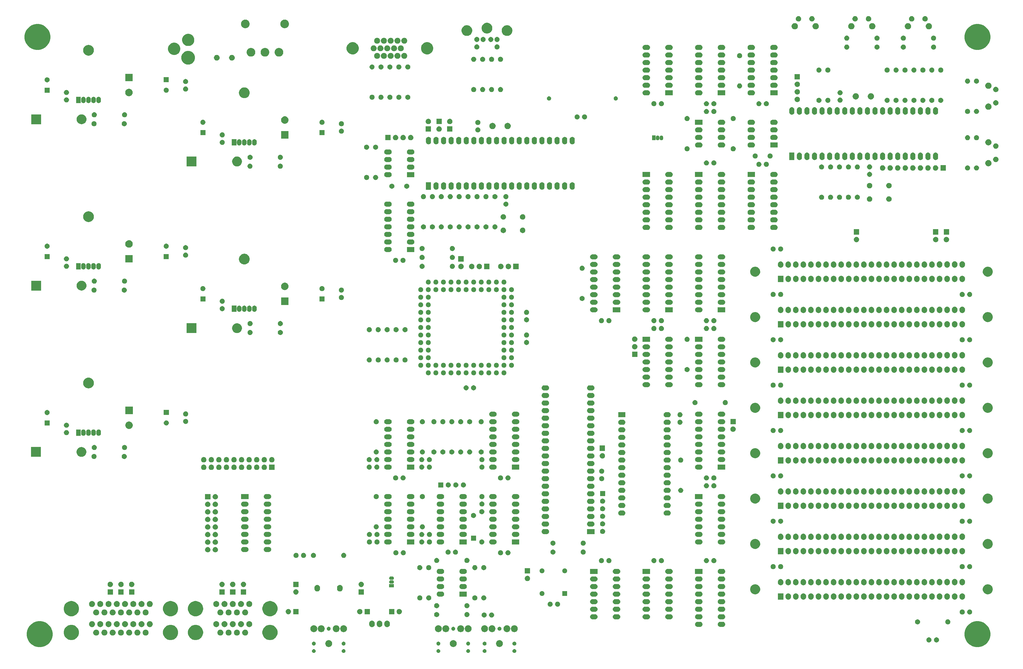
<source format=gbs>
G04 #@! TF.GenerationSoftware,KiCad,Pcbnew,(5.1.2)-1*
G04 #@! TF.CreationDate,2019-08-06T08:45:37-07:00*
G04 #@! TF.ProjectId,retroii,72657472-6f69-4692-9e6b-696361645f70,rev?*
G04 #@! TF.SameCoordinates,Original*
G04 #@! TF.FileFunction,Soldermask,Bot*
G04 #@! TF.FilePolarity,Negative*
%FSLAX46Y46*%
G04 Gerber Fmt 4.6, Leading zero omitted, Abs format (unit mm)*
G04 Created by KiCad (PCBNEW (5.1.2)-1) date 2019-08-06 08:45:37*
%MOMM*%
%LPD*%
G04 APERTURE LIST*
%ADD10C,0.100000*%
G04 APERTURE END LIST*
D10*
G36*
X258876042Y-322187339D02*
G01*
X258959890Y-322204017D01*
X259078364Y-322253091D01*
X259184988Y-322324335D01*
X259275665Y-322415012D01*
X259346909Y-322521636D01*
X259395983Y-322640110D01*
X259421000Y-322765882D01*
X259421000Y-322894118D01*
X259395983Y-323019890D01*
X259346909Y-323138364D01*
X259275665Y-323244988D01*
X259184988Y-323335665D01*
X259078364Y-323406909D01*
X258959890Y-323455983D01*
X258876042Y-323472661D01*
X258834119Y-323481000D01*
X258705881Y-323481000D01*
X258663958Y-323472661D01*
X258580110Y-323455983D01*
X258461636Y-323406909D01*
X258355012Y-323335665D01*
X258264335Y-323244988D01*
X258193091Y-323138364D01*
X258144017Y-323019890D01*
X258119000Y-322894118D01*
X258119000Y-322765882D01*
X258144017Y-322640110D01*
X258193091Y-322521636D01*
X258264335Y-322415012D01*
X258355012Y-322324335D01*
X258461636Y-322253091D01*
X258580110Y-322204017D01*
X258663958Y-322187339D01*
X258705881Y-322179000D01*
X258834119Y-322179000D01*
X258876042Y-322187339D01*
X258876042Y-322187339D01*
G37*
G36*
X233356042Y-322187339D02*
G01*
X233439890Y-322204017D01*
X233558364Y-322253091D01*
X233664988Y-322324335D01*
X233755665Y-322415012D01*
X233826909Y-322521636D01*
X233875983Y-322640110D01*
X233901000Y-322765882D01*
X233901000Y-322894118D01*
X233875983Y-323019890D01*
X233826909Y-323138364D01*
X233755665Y-323244988D01*
X233664988Y-323335665D01*
X233558364Y-323406909D01*
X233439890Y-323455983D01*
X233356042Y-323472661D01*
X233314119Y-323481000D01*
X233185881Y-323481000D01*
X233143958Y-323472661D01*
X233060110Y-323455983D01*
X232941636Y-323406909D01*
X232835012Y-323335665D01*
X232744335Y-323244988D01*
X232673091Y-323138364D01*
X232624017Y-323019890D01*
X232599000Y-322894118D01*
X232599000Y-322765882D01*
X232624017Y-322640110D01*
X232673091Y-322521636D01*
X232744335Y-322415012D01*
X232835012Y-322324335D01*
X232941636Y-322253091D01*
X233060110Y-322204017D01*
X233143958Y-322187339D01*
X233185881Y-322179000D01*
X233314119Y-322179000D01*
X233356042Y-322187339D01*
X233356042Y-322187339D01*
G37*
G36*
X243356042Y-322187339D02*
G01*
X243439890Y-322204017D01*
X243558364Y-322253091D01*
X243664988Y-322324335D01*
X243755665Y-322415012D01*
X243826909Y-322521636D01*
X243875983Y-322640110D01*
X243901000Y-322765882D01*
X243901000Y-322894118D01*
X243875983Y-323019890D01*
X243826909Y-323138364D01*
X243755665Y-323244988D01*
X243664988Y-323335665D01*
X243558364Y-323406909D01*
X243439890Y-323455983D01*
X243356042Y-323472661D01*
X243314119Y-323481000D01*
X243185881Y-323481000D01*
X243143958Y-323472661D01*
X243060110Y-323455983D01*
X242941636Y-323406909D01*
X242835012Y-323335665D01*
X242744335Y-323244988D01*
X242673091Y-323138364D01*
X242624017Y-323019890D01*
X242599000Y-322894118D01*
X242599000Y-322765882D01*
X242624017Y-322640110D01*
X242673091Y-322521636D01*
X242744335Y-322415012D01*
X242835012Y-322324335D01*
X242941636Y-322253091D01*
X243060110Y-322204017D01*
X243143958Y-322187339D01*
X243185881Y-322179000D01*
X243314119Y-322179000D01*
X243356042Y-322187339D01*
X243356042Y-322187339D01*
G37*
G36*
X191536042Y-322187339D02*
G01*
X191619890Y-322204017D01*
X191738364Y-322253091D01*
X191844988Y-322324335D01*
X191935665Y-322415012D01*
X192006909Y-322521636D01*
X192055983Y-322640110D01*
X192081000Y-322765882D01*
X192081000Y-322894118D01*
X192055983Y-323019890D01*
X192006909Y-323138364D01*
X191935665Y-323244988D01*
X191844988Y-323335665D01*
X191738364Y-323406909D01*
X191619890Y-323455983D01*
X191536042Y-323472661D01*
X191494119Y-323481000D01*
X191365881Y-323481000D01*
X191323958Y-323472661D01*
X191240110Y-323455983D01*
X191121636Y-323406909D01*
X191015012Y-323335665D01*
X190924335Y-323244988D01*
X190853091Y-323138364D01*
X190804017Y-323019890D01*
X190779000Y-322894118D01*
X190779000Y-322765882D01*
X190804017Y-322640110D01*
X190853091Y-322521636D01*
X190924335Y-322415012D01*
X191015012Y-322324335D01*
X191121636Y-322253091D01*
X191240110Y-322204017D01*
X191323958Y-322187339D01*
X191365881Y-322179000D01*
X191494119Y-322179000D01*
X191536042Y-322187339D01*
X191536042Y-322187339D01*
G37*
G36*
X201536042Y-322187339D02*
G01*
X201619890Y-322204017D01*
X201738364Y-322253091D01*
X201844988Y-322324335D01*
X201935665Y-322415012D01*
X202006909Y-322521636D01*
X202055983Y-322640110D01*
X202081000Y-322765882D01*
X202081000Y-322894118D01*
X202055983Y-323019890D01*
X202006909Y-323138364D01*
X201935665Y-323244988D01*
X201844988Y-323335665D01*
X201738364Y-323406909D01*
X201619890Y-323455983D01*
X201536042Y-323472661D01*
X201494119Y-323481000D01*
X201365881Y-323481000D01*
X201323958Y-323472661D01*
X201240110Y-323455983D01*
X201121636Y-323406909D01*
X201015012Y-323335665D01*
X200924335Y-323244988D01*
X200853091Y-323138364D01*
X200804017Y-323019890D01*
X200779000Y-322894118D01*
X200779000Y-322765882D01*
X200804017Y-322640110D01*
X200853091Y-322521636D01*
X200924335Y-322415012D01*
X201015012Y-322324335D01*
X201121636Y-322253091D01*
X201240110Y-322204017D01*
X201323958Y-322187339D01*
X201365881Y-322179000D01*
X201494119Y-322179000D01*
X201536042Y-322187339D01*
X201536042Y-322187339D01*
G37*
G36*
X248876042Y-322187339D02*
G01*
X248959890Y-322204017D01*
X249078364Y-322253091D01*
X249184988Y-322324335D01*
X249275665Y-322415012D01*
X249346909Y-322521636D01*
X249395983Y-322640110D01*
X249421000Y-322765882D01*
X249421000Y-322894118D01*
X249395983Y-323019890D01*
X249346909Y-323138364D01*
X249275665Y-323244988D01*
X249184988Y-323335665D01*
X249078364Y-323406909D01*
X248959890Y-323455983D01*
X248876042Y-323472661D01*
X248834119Y-323481000D01*
X248705881Y-323481000D01*
X248663958Y-323472661D01*
X248580110Y-323455983D01*
X248461636Y-323406909D01*
X248355012Y-323335665D01*
X248264335Y-323244988D01*
X248193091Y-323138364D01*
X248144017Y-323019890D01*
X248119000Y-322894118D01*
X248119000Y-322765882D01*
X248144017Y-322640110D01*
X248193091Y-322521636D01*
X248264335Y-322415012D01*
X248355012Y-322324335D01*
X248461636Y-322253091D01*
X248580110Y-322204017D01*
X248663958Y-322187339D01*
X248705881Y-322179000D01*
X248834119Y-322179000D01*
X248876042Y-322187339D01*
X248876042Y-322187339D01*
G37*
G36*
X100649138Y-312996205D02*
G01*
X100649141Y-312996206D01*
X100649140Y-312996206D01*
X101440972Y-313324193D01*
X102153601Y-313800357D01*
X102759643Y-314406399D01*
X103235807Y-315119028D01*
X103451186Y-315639000D01*
X103563795Y-315910862D01*
X103731000Y-316751462D01*
X103731000Y-317608538D01*
X103563795Y-318449138D01*
X103563794Y-318449140D01*
X103235807Y-319240972D01*
X102759643Y-319953601D01*
X102153601Y-320559643D01*
X101440972Y-321035807D01*
X100986534Y-321224041D01*
X100649138Y-321363795D01*
X99808538Y-321531000D01*
X98951462Y-321531000D01*
X98110862Y-321363795D01*
X97773466Y-321224041D01*
X97319028Y-321035807D01*
X96606399Y-320559643D01*
X96000357Y-319953601D01*
X95524193Y-319240972D01*
X95196206Y-318449140D01*
X95196205Y-318449138D01*
X95029000Y-317608538D01*
X95029000Y-316751462D01*
X95196205Y-315910862D01*
X95308814Y-315639000D01*
X95524193Y-315119028D01*
X96000357Y-314406399D01*
X96606399Y-313800357D01*
X97319028Y-313324193D01*
X98110860Y-312996206D01*
X98110859Y-312996206D01*
X98110862Y-312996205D01*
X98951462Y-312829000D01*
X99808538Y-312829000D01*
X100649138Y-312996205D01*
X100649138Y-312996205D01*
G37*
G36*
X415529138Y-312996205D02*
G01*
X415529141Y-312996206D01*
X415529140Y-312996206D01*
X416320972Y-313324193D01*
X417033601Y-313800357D01*
X417639643Y-314406399D01*
X418115807Y-315119028D01*
X418331186Y-315639000D01*
X418443795Y-315910862D01*
X418611000Y-316751462D01*
X418611000Y-317608538D01*
X418443795Y-318449138D01*
X418443794Y-318449140D01*
X418115807Y-319240972D01*
X417639643Y-319953601D01*
X417033601Y-320559643D01*
X416320972Y-321035807D01*
X415866534Y-321224041D01*
X415529138Y-321363795D01*
X414688538Y-321531000D01*
X413831462Y-321531000D01*
X412990862Y-321363795D01*
X412653466Y-321224041D01*
X412199028Y-321035807D01*
X411486399Y-320559643D01*
X410880357Y-319953601D01*
X410404193Y-319240972D01*
X410076206Y-318449140D01*
X410076205Y-318449138D01*
X409909000Y-317608538D01*
X409909000Y-316751462D01*
X410076205Y-315910862D01*
X410188814Y-315639000D01*
X410404193Y-315119028D01*
X410880357Y-314406399D01*
X411486399Y-313800357D01*
X412199028Y-313324193D01*
X412990860Y-312996206D01*
X412990859Y-312996206D01*
X412990862Y-312996205D01*
X413831462Y-312829000D01*
X414688538Y-312829000D01*
X415529138Y-312996205D01*
X415529138Y-312996205D01*
G37*
G36*
X238412713Y-319188816D02*
G01*
X238585734Y-319223232D01*
X238795203Y-319309997D01*
X238983720Y-319435960D01*
X239144040Y-319596280D01*
X239270003Y-319784797D01*
X239356768Y-319994266D01*
X239401000Y-320216636D01*
X239401000Y-320443364D01*
X239356768Y-320665734D01*
X239270003Y-320875203D01*
X239144040Y-321063720D01*
X238983720Y-321224040D01*
X238795203Y-321350003D01*
X238585734Y-321436768D01*
X238437487Y-321466256D01*
X238363365Y-321481000D01*
X238136635Y-321481000D01*
X238062513Y-321466256D01*
X237914266Y-321436768D01*
X237704797Y-321350003D01*
X237516280Y-321224040D01*
X237355960Y-321063720D01*
X237229997Y-320875203D01*
X237143232Y-320665734D01*
X237099000Y-320443364D01*
X237099000Y-320216636D01*
X237143232Y-319994266D01*
X237229997Y-319784797D01*
X237355960Y-319596280D01*
X237516280Y-319435960D01*
X237704797Y-319309997D01*
X237914266Y-319223232D01*
X238087287Y-319188816D01*
X238136635Y-319179000D01*
X238363365Y-319179000D01*
X238412713Y-319188816D01*
X238412713Y-319188816D01*
G37*
G36*
X253932713Y-319188816D02*
G01*
X254105734Y-319223232D01*
X254315203Y-319309997D01*
X254503720Y-319435960D01*
X254664040Y-319596280D01*
X254790003Y-319784797D01*
X254876768Y-319994266D01*
X254921000Y-320216636D01*
X254921000Y-320443364D01*
X254876768Y-320665734D01*
X254790003Y-320875203D01*
X254664040Y-321063720D01*
X254503720Y-321224040D01*
X254315203Y-321350003D01*
X254105734Y-321436768D01*
X253957487Y-321466256D01*
X253883365Y-321481000D01*
X253656635Y-321481000D01*
X253582513Y-321466256D01*
X253434266Y-321436768D01*
X253224797Y-321350003D01*
X253036280Y-321224040D01*
X252875960Y-321063720D01*
X252749997Y-320875203D01*
X252663232Y-320665734D01*
X252619000Y-320443364D01*
X252619000Y-320216636D01*
X252663232Y-319994266D01*
X252749997Y-319784797D01*
X252875960Y-319596280D01*
X253036280Y-319435960D01*
X253224797Y-319309997D01*
X253434266Y-319223232D01*
X253607287Y-319188816D01*
X253656635Y-319179000D01*
X253883365Y-319179000D01*
X253932713Y-319188816D01*
X253932713Y-319188816D01*
G37*
G36*
X196592713Y-319188816D02*
G01*
X196765734Y-319223232D01*
X196975203Y-319309997D01*
X197163720Y-319435960D01*
X197324040Y-319596280D01*
X197450003Y-319784797D01*
X197536768Y-319994266D01*
X197581000Y-320216636D01*
X197581000Y-320443364D01*
X197536768Y-320665734D01*
X197450003Y-320875203D01*
X197324040Y-321063720D01*
X197163720Y-321224040D01*
X196975203Y-321350003D01*
X196765734Y-321436768D01*
X196617487Y-321466256D01*
X196543365Y-321481000D01*
X196316635Y-321481000D01*
X196242513Y-321466256D01*
X196094266Y-321436768D01*
X195884797Y-321350003D01*
X195696280Y-321224040D01*
X195535960Y-321063720D01*
X195409997Y-320875203D01*
X195323232Y-320665734D01*
X195279000Y-320443364D01*
X195279000Y-320216636D01*
X195323232Y-319994266D01*
X195409997Y-319784797D01*
X195535960Y-319596280D01*
X195696280Y-319435960D01*
X195884797Y-319309997D01*
X196094266Y-319223232D01*
X196267287Y-319188816D01*
X196316635Y-319179000D01*
X196543365Y-319179000D01*
X196592713Y-319188816D01*
X196592713Y-319188816D01*
G37*
G36*
X201536042Y-319687339D02*
G01*
X201619890Y-319704017D01*
X201738364Y-319753091D01*
X201785815Y-319784797D01*
X201844987Y-319824334D01*
X201935666Y-319915013D01*
X201941201Y-319923297D01*
X202006909Y-320021636D01*
X202055983Y-320140110D01*
X202081000Y-320265882D01*
X202081000Y-320394118D01*
X202055983Y-320519890D01*
X202006909Y-320638364D01*
X201935665Y-320744988D01*
X201844988Y-320835665D01*
X201738364Y-320906909D01*
X201619890Y-320955983D01*
X201536042Y-320972661D01*
X201494119Y-320981000D01*
X201365881Y-320981000D01*
X201323958Y-320972661D01*
X201240110Y-320955983D01*
X201121636Y-320906909D01*
X201015012Y-320835665D01*
X200924335Y-320744988D01*
X200853091Y-320638364D01*
X200804017Y-320519890D01*
X200779000Y-320394118D01*
X200779000Y-320265882D01*
X200804017Y-320140110D01*
X200853091Y-320021636D01*
X200918799Y-319923297D01*
X200924334Y-319915013D01*
X201015013Y-319824334D01*
X201074185Y-319784797D01*
X201121636Y-319753091D01*
X201240110Y-319704017D01*
X201323958Y-319687339D01*
X201365881Y-319679000D01*
X201494119Y-319679000D01*
X201536042Y-319687339D01*
X201536042Y-319687339D01*
G37*
G36*
X233356042Y-319687339D02*
G01*
X233439890Y-319704017D01*
X233558364Y-319753091D01*
X233605815Y-319784797D01*
X233664987Y-319824334D01*
X233755666Y-319915013D01*
X233761201Y-319923297D01*
X233826909Y-320021636D01*
X233875983Y-320140110D01*
X233901000Y-320265882D01*
X233901000Y-320394118D01*
X233875983Y-320519890D01*
X233826909Y-320638364D01*
X233755665Y-320744988D01*
X233664988Y-320835665D01*
X233558364Y-320906909D01*
X233439890Y-320955983D01*
X233356042Y-320972661D01*
X233314119Y-320981000D01*
X233185881Y-320981000D01*
X233143958Y-320972661D01*
X233060110Y-320955983D01*
X232941636Y-320906909D01*
X232835012Y-320835665D01*
X232744335Y-320744988D01*
X232673091Y-320638364D01*
X232624017Y-320519890D01*
X232599000Y-320394118D01*
X232599000Y-320265882D01*
X232624017Y-320140110D01*
X232673091Y-320021636D01*
X232738799Y-319923297D01*
X232744334Y-319915013D01*
X232835013Y-319824334D01*
X232894185Y-319784797D01*
X232941636Y-319753091D01*
X233060110Y-319704017D01*
X233143958Y-319687339D01*
X233185881Y-319679000D01*
X233314119Y-319679000D01*
X233356042Y-319687339D01*
X233356042Y-319687339D01*
G37*
G36*
X243356042Y-319687339D02*
G01*
X243439890Y-319704017D01*
X243558364Y-319753091D01*
X243605815Y-319784797D01*
X243664987Y-319824334D01*
X243755666Y-319915013D01*
X243761201Y-319923297D01*
X243826909Y-320021636D01*
X243875983Y-320140110D01*
X243901000Y-320265882D01*
X243901000Y-320394118D01*
X243875983Y-320519890D01*
X243826909Y-320638364D01*
X243755665Y-320744988D01*
X243664988Y-320835665D01*
X243558364Y-320906909D01*
X243439890Y-320955983D01*
X243356042Y-320972661D01*
X243314119Y-320981000D01*
X243185881Y-320981000D01*
X243143958Y-320972661D01*
X243060110Y-320955983D01*
X242941636Y-320906909D01*
X242835012Y-320835665D01*
X242744335Y-320744988D01*
X242673091Y-320638364D01*
X242624017Y-320519890D01*
X242599000Y-320394118D01*
X242599000Y-320265882D01*
X242624017Y-320140110D01*
X242673091Y-320021636D01*
X242738799Y-319923297D01*
X242744334Y-319915013D01*
X242835013Y-319824334D01*
X242894185Y-319784797D01*
X242941636Y-319753091D01*
X243060110Y-319704017D01*
X243143958Y-319687339D01*
X243185881Y-319679000D01*
X243314119Y-319679000D01*
X243356042Y-319687339D01*
X243356042Y-319687339D01*
G37*
G36*
X191536042Y-319687339D02*
G01*
X191619890Y-319704017D01*
X191738364Y-319753091D01*
X191785815Y-319784797D01*
X191844987Y-319824334D01*
X191935666Y-319915013D01*
X191941201Y-319923297D01*
X192006909Y-320021636D01*
X192055983Y-320140110D01*
X192081000Y-320265882D01*
X192081000Y-320394118D01*
X192055983Y-320519890D01*
X192006909Y-320638364D01*
X191935665Y-320744988D01*
X191844988Y-320835665D01*
X191738364Y-320906909D01*
X191619890Y-320955983D01*
X191536042Y-320972661D01*
X191494119Y-320981000D01*
X191365881Y-320981000D01*
X191323958Y-320972661D01*
X191240110Y-320955983D01*
X191121636Y-320906909D01*
X191015012Y-320835665D01*
X190924335Y-320744988D01*
X190853091Y-320638364D01*
X190804017Y-320519890D01*
X190779000Y-320394118D01*
X190779000Y-320265882D01*
X190804017Y-320140110D01*
X190853091Y-320021636D01*
X190918799Y-319923297D01*
X190924334Y-319915013D01*
X191015013Y-319824334D01*
X191074185Y-319784797D01*
X191121636Y-319753091D01*
X191240110Y-319704017D01*
X191323958Y-319687339D01*
X191365881Y-319679000D01*
X191494119Y-319679000D01*
X191536042Y-319687339D01*
X191536042Y-319687339D01*
G37*
G36*
X258876042Y-319687339D02*
G01*
X258959890Y-319704017D01*
X259078364Y-319753091D01*
X259125815Y-319784797D01*
X259184987Y-319824334D01*
X259275666Y-319915013D01*
X259281201Y-319923297D01*
X259346909Y-320021636D01*
X259395983Y-320140110D01*
X259421000Y-320265882D01*
X259421000Y-320394118D01*
X259395983Y-320519890D01*
X259346909Y-320638364D01*
X259275665Y-320744988D01*
X259184988Y-320835665D01*
X259078364Y-320906909D01*
X258959890Y-320955983D01*
X258876042Y-320972661D01*
X258834119Y-320981000D01*
X258705881Y-320981000D01*
X258663958Y-320972661D01*
X258580110Y-320955983D01*
X258461636Y-320906909D01*
X258355012Y-320835665D01*
X258264335Y-320744988D01*
X258193091Y-320638364D01*
X258144017Y-320519890D01*
X258119000Y-320394118D01*
X258119000Y-320265882D01*
X258144017Y-320140110D01*
X258193091Y-320021636D01*
X258258799Y-319923297D01*
X258264334Y-319915013D01*
X258355013Y-319824334D01*
X258414185Y-319784797D01*
X258461636Y-319753091D01*
X258580110Y-319704017D01*
X258663958Y-319687339D01*
X258705881Y-319679000D01*
X258834119Y-319679000D01*
X258876042Y-319687339D01*
X258876042Y-319687339D01*
G37*
G36*
X248876042Y-319687339D02*
G01*
X248959890Y-319704017D01*
X249078364Y-319753091D01*
X249125815Y-319784797D01*
X249184987Y-319824334D01*
X249275666Y-319915013D01*
X249281201Y-319923297D01*
X249346909Y-320021636D01*
X249395983Y-320140110D01*
X249421000Y-320265882D01*
X249421000Y-320394118D01*
X249395983Y-320519890D01*
X249346909Y-320638364D01*
X249275665Y-320744988D01*
X249184988Y-320835665D01*
X249078364Y-320906909D01*
X248959890Y-320955983D01*
X248876042Y-320972661D01*
X248834119Y-320981000D01*
X248705881Y-320981000D01*
X248663958Y-320972661D01*
X248580110Y-320955983D01*
X248461636Y-320906909D01*
X248355012Y-320835665D01*
X248264335Y-320744988D01*
X248193091Y-320638364D01*
X248144017Y-320519890D01*
X248119000Y-320394118D01*
X248119000Y-320265882D01*
X248144017Y-320140110D01*
X248193091Y-320021636D01*
X248258799Y-319923297D01*
X248264334Y-319915013D01*
X248355013Y-319824334D01*
X248414185Y-319784797D01*
X248461636Y-319753091D01*
X248580110Y-319704017D01*
X248663958Y-319687339D01*
X248705881Y-319679000D01*
X248834119Y-319679000D01*
X248876042Y-319687339D01*
X248876042Y-319687339D01*
G37*
G36*
X398210846Y-318286702D02*
G01*
X398210849Y-318286703D01*
X398210848Y-318286703D01*
X398365720Y-318350853D01*
X398505101Y-318443985D01*
X398623635Y-318562519D01*
X398716767Y-318701900D01*
X398769911Y-318830202D01*
X398780918Y-318856774D01*
X398813620Y-319021182D01*
X398813620Y-319188818D01*
X398780918Y-319353226D01*
X398780917Y-319353228D01*
X398716767Y-319508100D01*
X398657845Y-319596282D01*
X398623636Y-319647480D01*
X398505100Y-319766016D01*
X398477376Y-319784541D01*
X398365720Y-319859147D01*
X398257435Y-319904000D01*
X398210846Y-319923298D01*
X398046438Y-319956000D01*
X397878802Y-319956000D01*
X397714394Y-319923298D01*
X397667805Y-319904000D01*
X397559520Y-319859147D01*
X397447864Y-319784541D01*
X397420140Y-319766016D01*
X397301604Y-319647480D01*
X397267395Y-319596282D01*
X397208473Y-319508100D01*
X397144323Y-319353228D01*
X397144322Y-319353226D01*
X397111620Y-319188818D01*
X397111620Y-319021182D01*
X397144322Y-318856774D01*
X397155329Y-318830202D01*
X397208473Y-318701900D01*
X397301605Y-318562519D01*
X397420139Y-318443985D01*
X397559520Y-318350853D01*
X397714392Y-318286703D01*
X397714391Y-318286703D01*
X397714394Y-318286702D01*
X397878802Y-318254000D01*
X398046438Y-318254000D01*
X398210846Y-318286702D01*
X398210846Y-318286702D01*
G37*
G36*
X400750846Y-318286702D02*
G01*
X400750849Y-318286703D01*
X400750848Y-318286703D01*
X400905720Y-318350853D01*
X401045101Y-318443985D01*
X401163635Y-318562519D01*
X401256767Y-318701900D01*
X401309911Y-318830202D01*
X401320918Y-318856774D01*
X401353620Y-319021182D01*
X401353620Y-319188818D01*
X401320918Y-319353226D01*
X401320917Y-319353228D01*
X401256767Y-319508100D01*
X401197845Y-319596282D01*
X401163636Y-319647480D01*
X401045100Y-319766016D01*
X401017376Y-319784541D01*
X400905720Y-319859147D01*
X400797435Y-319904000D01*
X400750846Y-319923298D01*
X400586438Y-319956000D01*
X400418802Y-319956000D01*
X400254394Y-319923298D01*
X400207805Y-319904000D01*
X400099520Y-319859147D01*
X399987864Y-319784541D01*
X399960140Y-319766016D01*
X399841604Y-319647480D01*
X399807395Y-319596282D01*
X399748473Y-319508100D01*
X399684323Y-319353228D01*
X399684322Y-319353226D01*
X399651620Y-319188818D01*
X399651620Y-319021182D01*
X399684322Y-318856774D01*
X399695329Y-318830202D01*
X399748473Y-318701900D01*
X399841605Y-318562519D01*
X399960139Y-318443985D01*
X400099520Y-318350853D01*
X400254392Y-318286703D01*
X400254391Y-318286703D01*
X400254394Y-318286702D01*
X400418802Y-318254000D01*
X400586438Y-318254000D01*
X400750846Y-318286702D01*
X400750846Y-318286702D01*
G37*
G36*
X152459097Y-314157033D02*
G01*
X152459100Y-314157034D01*
X152459099Y-314157034D01*
X152923352Y-314349333D01*
X153341168Y-314628509D01*
X153696491Y-314983832D01*
X153975667Y-315401648D01*
X154085054Y-315665734D01*
X154167967Y-315865903D01*
X154266000Y-316358747D01*
X154266000Y-316861253D01*
X154167967Y-317354097D01*
X154167966Y-317354099D01*
X153975667Y-317818352D01*
X153696491Y-318236168D01*
X153341168Y-318591491D01*
X152923352Y-318870667D01*
X152559975Y-319021182D01*
X152459097Y-319062967D01*
X151966253Y-319161000D01*
X151463747Y-319161000D01*
X150970903Y-319062967D01*
X150870025Y-319021182D01*
X150506648Y-318870667D01*
X150088832Y-318591491D01*
X149733509Y-318236168D01*
X149454333Y-317818352D01*
X149262034Y-317354099D01*
X149262033Y-317354097D01*
X149164000Y-316861253D01*
X149164000Y-316358747D01*
X149262033Y-315865903D01*
X149344946Y-315665734D01*
X149454333Y-315401648D01*
X149733509Y-314983832D01*
X150088832Y-314628509D01*
X150506648Y-314349333D01*
X150970901Y-314157034D01*
X150970900Y-314157034D01*
X150970903Y-314157033D01*
X151463747Y-314059000D01*
X151966253Y-314059000D01*
X152459097Y-314157033D01*
X152459097Y-314157033D01*
G37*
G36*
X144069097Y-314157033D02*
G01*
X144069100Y-314157034D01*
X144069099Y-314157034D01*
X144533352Y-314349333D01*
X144951168Y-314628509D01*
X145306491Y-314983832D01*
X145585667Y-315401648D01*
X145695054Y-315665734D01*
X145777967Y-315865903D01*
X145876000Y-316358747D01*
X145876000Y-316861253D01*
X145777967Y-317354097D01*
X145777966Y-317354099D01*
X145585667Y-317818352D01*
X145306491Y-318236168D01*
X144951168Y-318591491D01*
X144533352Y-318870667D01*
X144169975Y-319021182D01*
X144069097Y-319062967D01*
X143576253Y-319161000D01*
X143073747Y-319161000D01*
X142580903Y-319062967D01*
X142480025Y-319021182D01*
X142116648Y-318870667D01*
X141698832Y-318591491D01*
X141343509Y-318236168D01*
X141064333Y-317818352D01*
X140872034Y-317354099D01*
X140872033Y-317354097D01*
X140774000Y-316861253D01*
X140774000Y-316358747D01*
X140872033Y-315865903D01*
X140954946Y-315665734D01*
X141064333Y-315401648D01*
X141343509Y-314983832D01*
X141698832Y-314628509D01*
X142116648Y-314349333D01*
X142580901Y-314157034D01*
X142580900Y-314157034D01*
X142580903Y-314157033D01*
X143073747Y-314059000D01*
X143576253Y-314059000D01*
X144069097Y-314157033D01*
X144069097Y-314157033D01*
G37*
G36*
X177449097Y-314157033D02*
G01*
X177449100Y-314157034D01*
X177449099Y-314157034D01*
X177913352Y-314349333D01*
X178331168Y-314628509D01*
X178686491Y-314983832D01*
X178965667Y-315401648D01*
X179075054Y-315665734D01*
X179157967Y-315865903D01*
X179256000Y-316358747D01*
X179256000Y-316861253D01*
X179157967Y-317354097D01*
X179157966Y-317354099D01*
X178965667Y-317818352D01*
X178686491Y-318236168D01*
X178331168Y-318591491D01*
X177913352Y-318870667D01*
X177549975Y-319021182D01*
X177449097Y-319062967D01*
X176956253Y-319161000D01*
X176453747Y-319161000D01*
X175960903Y-319062967D01*
X175860025Y-319021182D01*
X175496648Y-318870667D01*
X175078832Y-318591491D01*
X174723509Y-318236168D01*
X174444333Y-317818352D01*
X174252034Y-317354099D01*
X174252033Y-317354097D01*
X174154000Y-316861253D01*
X174154000Y-316358747D01*
X174252033Y-315865903D01*
X174334946Y-315665734D01*
X174444333Y-315401648D01*
X174723509Y-314983832D01*
X175078832Y-314628509D01*
X175496648Y-314349333D01*
X175960901Y-314157034D01*
X175960900Y-314157034D01*
X175960903Y-314157033D01*
X176453747Y-314059000D01*
X176956253Y-314059000D01*
X177449097Y-314157033D01*
X177449097Y-314157033D01*
G37*
G36*
X110749097Y-314157033D02*
G01*
X110749100Y-314157034D01*
X110749099Y-314157034D01*
X111213352Y-314349333D01*
X111631168Y-314628509D01*
X111986491Y-314983832D01*
X112265667Y-315401648D01*
X112375054Y-315665734D01*
X112457967Y-315865903D01*
X112556000Y-316358747D01*
X112556000Y-316861253D01*
X112457967Y-317354097D01*
X112457966Y-317354099D01*
X112265667Y-317818352D01*
X111986491Y-318236168D01*
X111631168Y-318591491D01*
X111213352Y-318870667D01*
X110849975Y-319021182D01*
X110749097Y-319062967D01*
X110256253Y-319161000D01*
X109753747Y-319161000D01*
X109260903Y-319062967D01*
X109160025Y-319021182D01*
X108796648Y-318870667D01*
X108378832Y-318591491D01*
X108023509Y-318236168D01*
X107744333Y-317818352D01*
X107552034Y-317354099D01*
X107552033Y-317354097D01*
X107454000Y-316861253D01*
X107454000Y-316358747D01*
X107552033Y-315865903D01*
X107634946Y-315665734D01*
X107744333Y-315401648D01*
X108023509Y-314983832D01*
X108378832Y-314628509D01*
X108796648Y-314349333D01*
X109260901Y-314157034D01*
X109260900Y-314157034D01*
X109260903Y-314157033D01*
X109753747Y-314059000D01*
X110256253Y-314059000D01*
X110749097Y-314157033D01*
X110749097Y-314157033D01*
G37*
G36*
X132358054Y-315651823D02*
G01*
X132486981Y-315677468D01*
X132593693Y-315721670D01*
X132669150Y-315752925D01*
X132833099Y-315862472D01*
X132972528Y-316001901D01*
X133082075Y-316165850D01*
X133106178Y-316224040D01*
X133157532Y-316348019D01*
X133196000Y-316541410D01*
X133196000Y-316738590D01*
X133157532Y-316931981D01*
X133115330Y-317033864D01*
X133082075Y-317114150D01*
X132972528Y-317278099D01*
X132833099Y-317417528D01*
X132669150Y-317527075D01*
X132593693Y-317558330D01*
X132486981Y-317602532D01*
X132379155Y-317623980D01*
X132293591Y-317641000D01*
X132096409Y-317641000D01*
X132010845Y-317623980D01*
X131903019Y-317602532D01*
X131796307Y-317558330D01*
X131720850Y-317527075D01*
X131556901Y-317417528D01*
X131417472Y-317278099D01*
X131307925Y-317114150D01*
X131274670Y-317033864D01*
X131232468Y-316931981D01*
X131194000Y-316738590D01*
X131194000Y-316541410D01*
X131232468Y-316348019D01*
X131283822Y-316224040D01*
X131307925Y-316165850D01*
X131417472Y-316001901D01*
X131556901Y-315862472D01*
X131720850Y-315752925D01*
X131796307Y-315721670D01*
X131903019Y-315677468D01*
X132031946Y-315651823D01*
X132096409Y-315639000D01*
X132293591Y-315639000D01*
X132358054Y-315651823D01*
X132358054Y-315651823D01*
G37*
G36*
X121278054Y-315651823D02*
G01*
X121406981Y-315677468D01*
X121513693Y-315721670D01*
X121589150Y-315752925D01*
X121753099Y-315862472D01*
X121892528Y-316001901D01*
X122002075Y-316165850D01*
X122026178Y-316224040D01*
X122077532Y-316348019D01*
X122116000Y-316541410D01*
X122116000Y-316738590D01*
X122077532Y-316931981D01*
X122035330Y-317033864D01*
X122002075Y-317114150D01*
X121892528Y-317278099D01*
X121753099Y-317417528D01*
X121589150Y-317527075D01*
X121513693Y-317558330D01*
X121406981Y-317602532D01*
X121299155Y-317623980D01*
X121213591Y-317641000D01*
X121016409Y-317641000D01*
X120930845Y-317623980D01*
X120823019Y-317602532D01*
X120716307Y-317558330D01*
X120640850Y-317527075D01*
X120476901Y-317417528D01*
X120337472Y-317278099D01*
X120227925Y-317114150D01*
X120194670Y-317033864D01*
X120152468Y-316931981D01*
X120114000Y-316738590D01*
X120114000Y-316541410D01*
X120152468Y-316348019D01*
X120203822Y-316224040D01*
X120227925Y-316165850D01*
X120337472Y-316001901D01*
X120476901Y-315862472D01*
X120640850Y-315752925D01*
X120716307Y-315721670D01*
X120823019Y-315677468D01*
X120951946Y-315651823D01*
X121016409Y-315639000D01*
X121213591Y-315639000D01*
X121278054Y-315651823D01*
X121278054Y-315651823D01*
G37*
G36*
X124048054Y-315651823D02*
G01*
X124176981Y-315677468D01*
X124283693Y-315721670D01*
X124359150Y-315752925D01*
X124523099Y-315862472D01*
X124662528Y-316001901D01*
X124772075Y-316165850D01*
X124796178Y-316224040D01*
X124847532Y-316348019D01*
X124886000Y-316541410D01*
X124886000Y-316738590D01*
X124847532Y-316931981D01*
X124805330Y-317033864D01*
X124772075Y-317114150D01*
X124662528Y-317278099D01*
X124523099Y-317417528D01*
X124359150Y-317527075D01*
X124283693Y-317558330D01*
X124176981Y-317602532D01*
X124069155Y-317623980D01*
X123983591Y-317641000D01*
X123786409Y-317641000D01*
X123700845Y-317623980D01*
X123593019Y-317602532D01*
X123486307Y-317558330D01*
X123410850Y-317527075D01*
X123246901Y-317417528D01*
X123107472Y-317278099D01*
X122997925Y-317114150D01*
X122964670Y-317033864D01*
X122922468Y-316931981D01*
X122884000Y-316738590D01*
X122884000Y-316541410D01*
X122922468Y-316348019D01*
X122973822Y-316224040D01*
X122997925Y-316165850D01*
X123107472Y-316001901D01*
X123246901Y-315862472D01*
X123410850Y-315752925D01*
X123486307Y-315721670D01*
X123593019Y-315677468D01*
X123721946Y-315651823D01*
X123786409Y-315639000D01*
X123983591Y-315639000D01*
X124048054Y-315651823D01*
X124048054Y-315651823D01*
G37*
G36*
X126818054Y-315651823D02*
G01*
X126946981Y-315677468D01*
X127053693Y-315721670D01*
X127129150Y-315752925D01*
X127293099Y-315862472D01*
X127432528Y-316001901D01*
X127542075Y-316165850D01*
X127566178Y-316224040D01*
X127617532Y-316348019D01*
X127656000Y-316541410D01*
X127656000Y-316738590D01*
X127617532Y-316931981D01*
X127575330Y-317033864D01*
X127542075Y-317114150D01*
X127432528Y-317278099D01*
X127293099Y-317417528D01*
X127129150Y-317527075D01*
X127053693Y-317558330D01*
X126946981Y-317602532D01*
X126839155Y-317623980D01*
X126753591Y-317641000D01*
X126556409Y-317641000D01*
X126470845Y-317623980D01*
X126363019Y-317602532D01*
X126256307Y-317558330D01*
X126180850Y-317527075D01*
X126016901Y-317417528D01*
X125877472Y-317278099D01*
X125767925Y-317114150D01*
X125734670Y-317033864D01*
X125692468Y-316931981D01*
X125654000Y-316738590D01*
X125654000Y-316541410D01*
X125692468Y-316348019D01*
X125743822Y-316224040D01*
X125767925Y-316165850D01*
X125877472Y-316001901D01*
X126016901Y-315862472D01*
X126180850Y-315752925D01*
X126256307Y-315721670D01*
X126363019Y-315677468D01*
X126491946Y-315651823D01*
X126556409Y-315639000D01*
X126753591Y-315639000D01*
X126818054Y-315651823D01*
X126818054Y-315651823D01*
G37*
G36*
X129588054Y-315651823D02*
G01*
X129716981Y-315677468D01*
X129823693Y-315721670D01*
X129899150Y-315752925D01*
X130063099Y-315862472D01*
X130202528Y-316001901D01*
X130312075Y-316165850D01*
X130336178Y-316224040D01*
X130387532Y-316348019D01*
X130426000Y-316541410D01*
X130426000Y-316738590D01*
X130387532Y-316931981D01*
X130345330Y-317033864D01*
X130312075Y-317114150D01*
X130202528Y-317278099D01*
X130063099Y-317417528D01*
X129899150Y-317527075D01*
X129823693Y-317558330D01*
X129716981Y-317602532D01*
X129609155Y-317623980D01*
X129523591Y-317641000D01*
X129326409Y-317641000D01*
X129240845Y-317623980D01*
X129133019Y-317602532D01*
X129026307Y-317558330D01*
X128950850Y-317527075D01*
X128786901Y-317417528D01*
X128647472Y-317278099D01*
X128537925Y-317114150D01*
X128504670Y-317033864D01*
X128462468Y-316931981D01*
X128424000Y-316738590D01*
X128424000Y-316541410D01*
X128462468Y-316348019D01*
X128513822Y-316224040D01*
X128537925Y-316165850D01*
X128647472Y-316001901D01*
X128786901Y-315862472D01*
X128950850Y-315752925D01*
X129026307Y-315721670D01*
X129133019Y-315677468D01*
X129261946Y-315651823D01*
X129326409Y-315639000D01*
X129523591Y-315639000D01*
X129588054Y-315651823D01*
X129588054Y-315651823D01*
G37*
G36*
X135128054Y-315651823D02*
G01*
X135256981Y-315677468D01*
X135363693Y-315721670D01*
X135439150Y-315752925D01*
X135603099Y-315862472D01*
X135742528Y-316001901D01*
X135852075Y-316165850D01*
X135876178Y-316224040D01*
X135927532Y-316348019D01*
X135966000Y-316541410D01*
X135966000Y-316738590D01*
X135927532Y-316931981D01*
X135885330Y-317033864D01*
X135852075Y-317114150D01*
X135742528Y-317278099D01*
X135603099Y-317417528D01*
X135439150Y-317527075D01*
X135363693Y-317558330D01*
X135256981Y-317602532D01*
X135149155Y-317623980D01*
X135063591Y-317641000D01*
X134866409Y-317641000D01*
X134780845Y-317623980D01*
X134673019Y-317602532D01*
X134566307Y-317558330D01*
X134490850Y-317527075D01*
X134326901Y-317417528D01*
X134187472Y-317278099D01*
X134077925Y-317114150D01*
X134044670Y-317033864D01*
X134002468Y-316931981D01*
X133964000Y-316738590D01*
X133964000Y-316541410D01*
X134002468Y-316348019D01*
X134053822Y-316224040D01*
X134077925Y-316165850D01*
X134187472Y-316001901D01*
X134326901Y-315862472D01*
X134490850Y-315752925D01*
X134566307Y-315721670D01*
X134673019Y-315677468D01*
X134801946Y-315651823D01*
X134866409Y-315639000D01*
X135063591Y-315639000D01*
X135128054Y-315651823D01*
X135128054Y-315651823D01*
G37*
G36*
X168528054Y-315651823D02*
G01*
X168656981Y-315677468D01*
X168763693Y-315721670D01*
X168839150Y-315752925D01*
X169003099Y-315862472D01*
X169142528Y-316001901D01*
X169252075Y-316165850D01*
X169276178Y-316224040D01*
X169327532Y-316348019D01*
X169366000Y-316541410D01*
X169366000Y-316738590D01*
X169327532Y-316931981D01*
X169285330Y-317033864D01*
X169252075Y-317114150D01*
X169142528Y-317278099D01*
X169003099Y-317417528D01*
X168839150Y-317527075D01*
X168763693Y-317558330D01*
X168656981Y-317602532D01*
X168549155Y-317623980D01*
X168463591Y-317641000D01*
X168266409Y-317641000D01*
X168180845Y-317623980D01*
X168073019Y-317602532D01*
X167966307Y-317558330D01*
X167890850Y-317527075D01*
X167726901Y-317417528D01*
X167587472Y-317278099D01*
X167477925Y-317114150D01*
X167444670Y-317033864D01*
X167402468Y-316931981D01*
X167364000Y-316738590D01*
X167364000Y-316541410D01*
X167402468Y-316348019D01*
X167453822Y-316224040D01*
X167477925Y-316165850D01*
X167587472Y-316001901D01*
X167726901Y-315862472D01*
X167890850Y-315752925D01*
X167966307Y-315721670D01*
X168073019Y-315677468D01*
X168201946Y-315651823D01*
X168266409Y-315639000D01*
X168463591Y-315639000D01*
X168528054Y-315651823D01*
X168528054Y-315651823D01*
G37*
G36*
X160218054Y-315651823D02*
G01*
X160346981Y-315677468D01*
X160453693Y-315721670D01*
X160529150Y-315752925D01*
X160693099Y-315862472D01*
X160832528Y-316001901D01*
X160942075Y-316165850D01*
X160966178Y-316224040D01*
X161017532Y-316348019D01*
X161056000Y-316541410D01*
X161056000Y-316738590D01*
X161017532Y-316931981D01*
X160975330Y-317033864D01*
X160942075Y-317114150D01*
X160832528Y-317278099D01*
X160693099Y-317417528D01*
X160529150Y-317527075D01*
X160453693Y-317558330D01*
X160346981Y-317602532D01*
X160239155Y-317623980D01*
X160153591Y-317641000D01*
X159956409Y-317641000D01*
X159870845Y-317623980D01*
X159763019Y-317602532D01*
X159656307Y-317558330D01*
X159580850Y-317527075D01*
X159416901Y-317417528D01*
X159277472Y-317278099D01*
X159167925Y-317114150D01*
X159134670Y-317033864D01*
X159092468Y-316931981D01*
X159054000Y-316738590D01*
X159054000Y-316541410D01*
X159092468Y-316348019D01*
X159143822Y-316224040D01*
X159167925Y-316165850D01*
X159277472Y-316001901D01*
X159416901Y-315862472D01*
X159580850Y-315752925D01*
X159656307Y-315721670D01*
X159763019Y-315677468D01*
X159891946Y-315651823D01*
X159956409Y-315639000D01*
X160153591Y-315639000D01*
X160218054Y-315651823D01*
X160218054Y-315651823D01*
G37*
G36*
X162988054Y-315651823D02*
G01*
X163116981Y-315677468D01*
X163223693Y-315721670D01*
X163299150Y-315752925D01*
X163463099Y-315862472D01*
X163602528Y-316001901D01*
X163712075Y-316165850D01*
X163736178Y-316224040D01*
X163787532Y-316348019D01*
X163826000Y-316541410D01*
X163826000Y-316738590D01*
X163787532Y-316931981D01*
X163745330Y-317033864D01*
X163712075Y-317114150D01*
X163602528Y-317278099D01*
X163463099Y-317417528D01*
X163299150Y-317527075D01*
X163223693Y-317558330D01*
X163116981Y-317602532D01*
X163009155Y-317623980D01*
X162923591Y-317641000D01*
X162726409Y-317641000D01*
X162640845Y-317623980D01*
X162533019Y-317602532D01*
X162426307Y-317558330D01*
X162350850Y-317527075D01*
X162186901Y-317417528D01*
X162047472Y-317278099D01*
X161937925Y-317114150D01*
X161904670Y-317033864D01*
X161862468Y-316931981D01*
X161824000Y-316738590D01*
X161824000Y-316541410D01*
X161862468Y-316348019D01*
X161913822Y-316224040D01*
X161937925Y-316165850D01*
X162047472Y-316001901D01*
X162186901Y-315862472D01*
X162350850Y-315752925D01*
X162426307Y-315721670D01*
X162533019Y-315677468D01*
X162661946Y-315651823D01*
X162726409Y-315639000D01*
X162923591Y-315639000D01*
X162988054Y-315651823D01*
X162988054Y-315651823D01*
G37*
G36*
X118508054Y-315651823D02*
G01*
X118636981Y-315677468D01*
X118743693Y-315721670D01*
X118819150Y-315752925D01*
X118983099Y-315862472D01*
X119122528Y-316001901D01*
X119232075Y-316165850D01*
X119256178Y-316224040D01*
X119307532Y-316348019D01*
X119346000Y-316541410D01*
X119346000Y-316738590D01*
X119307532Y-316931981D01*
X119265330Y-317033864D01*
X119232075Y-317114150D01*
X119122528Y-317278099D01*
X118983099Y-317417528D01*
X118819150Y-317527075D01*
X118743693Y-317558330D01*
X118636981Y-317602532D01*
X118529155Y-317623980D01*
X118443591Y-317641000D01*
X118246409Y-317641000D01*
X118160845Y-317623980D01*
X118053019Y-317602532D01*
X117946307Y-317558330D01*
X117870850Y-317527075D01*
X117706901Y-317417528D01*
X117567472Y-317278099D01*
X117457925Y-317114150D01*
X117424670Y-317033864D01*
X117382468Y-316931981D01*
X117344000Y-316738590D01*
X117344000Y-316541410D01*
X117382468Y-316348019D01*
X117433822Y-316224040D01*
X117457925Y-316165850D01*
X117567472Y-316001901D01*
X117706901Y-315862472D01*
X117870850Y-315752925D01*
X117946307Y-315721670D01*
X118053019Y-315677468D01*
X118181946Y-315651823D01*
X118246409Y-315639000D01*
X118443591Y-315639000D01*
X118508054Y-315651823D01*
X118508054Y-315651823D01*
G37*
G36*
X165758054Y-315651823D02*
G01*
X165886981Y-315677468D01*
X165993693Y-315721670D01*
X166069150Y-315752925D01*
X166233099Y-315862472D01*
X166372528Y-316001901D01*
X166482075Y-316165850D01*
X166506178Y-316224040D01*
X166557532Y-316348019D01*
X166596000Y-316541410D01*
X166596000Y-316738590D01*
X166557532Y-316931981D01*
X166515330Y-317033864D01*
X166482075Y-317114150D01*
X166372528Y-317278099D01*
X166233099Y-317417528D01*
X166069150Y-317527075D01*
X165993693Y-317558330D01*
X165886981Y-317602532D01*
X165779155Y-317623980D01*
X165693591Y-317641000D01*
X165496409Y-317641000D01*
X165410845Y-317623980D01*
X165303019Y-317602532D01*
X165196307Y-317558330D01*
X165120850Y-317527075D01*
X164956901Y-317417528D01*
X164817472Y-317278099D01*
X164707925Y-317114150D01*
X164674670Y-317033864D01*
X164632468Y-316931981D01*
X164594000Y-316738590D01*
X164594000Y-316541410D01*
X164632468Y-316348019D01*
X164683822Y-316224040D01*
X164707925Y-316165850D01*
X164817472Y-316001901D01*
X164956901Y-315862472D01*
X165120850Y-315752925D01*
X165196307Y-315721670D01*
X165303019Y-315677468D01*
X165431946Y-315651823D01*
X165496409Y-315639000D01*
X165693591Y-315639000D01*
X165758054Y-315651823D01*
X165758054Y-315651823D01*
G37*
G36*
X191610288Y-314192312D02*
G01*
X191765734Y-314223232D01*
X191975203Y-314309997D01*
X192163720Y-314435960D01*
X192324040Y-314596280D01*
X192450003Y-314784797D01*
X192536768Y-314994266D01*
X192581000Y-315216636D01*
X192581000Y-315443364D01*
X192536768Y-315665734D01*
X192450003Y-315875203D01*
X192324040Y-316063720D01*
X192163720Y-316224040D01*
X191975203Y-316350003D01*
X191765734Y-316436768D01*
X191617487Y-316466256D01*
X191543365Y-316481000D01*
X191316635Y-316481000D01*
X191242513Y-316466256D01*
X191094266Y-316436768D01*
X190884797Y-316350003D01*
X190696280Y-316224040D01*
X190535960Y-316063720D01*
X190409997Y-315875203D01*
X190323232Y-315665734D01*
X190279000Y-315443364D01*
X190279000Y-315216636D01*
X190323232Y-314994266D01*
X190409997Y-314784797D01*
X190535960Y-314596280D01*
X190696280Y-314435960D01*
X190884797Y-314309997D01*
X191094266Y-314223232D01*
X191249712Y-314192312D01*
X191316635Y-314179000D01*
X191543365Y-314179000D01*
X191610288Y-314192312D01*
X191610288Y-314192312D01*
G37*
G36*
X258950288Y-314192312D02*
G01*
X259105734Y-314223232D01*
X259315203Y-314309997D01*
X259503720Y-314435960D01*
X259664040Y-314596280D01*
X259790003Y-314784797D01*
X259876768Y-314994266D01*
X259921000Y-315216636D01*
X259921000Y-315443364D01*
X259876768Y-315665734D01*
X259790003Y-315875203D01*
X259664040Y-316063720D01*
X259503720Y-316224040D01*
X259315203Y-316350003D01*
X259105734Y-316436768D01*
X258957487Y-316466256D01*
X258883365Y-316481000D01*
X258656635Y-316481000D01*
X258582513Y-316466256D01*
X258434266Y-316436768D01*
X258224797Y-316350003D01*
X258036280Y-316224040D01*
X257875960Y-316063720D01*
X257749997Y-315875203D01*
X257663232Y-315665734D01*
X257619000Y-315443364D01*
X257619000Y-315216636D01*
X257663232Y-314994266D01*
X257749997Y-314784797D01*
X257875960Y-314596280D01*
X258036280Y-314435960D01*
X258224797Y-314309997D01*
X258434266Y-314223232D01*
X258589712Y-314192312D01*
X258656635Y-314179000D01*
X258883365Y-314179000D01*
X258950288Y-314192312D01*
X258950288Y-314192312D01*
G37*
G36*
X256450288Y-314192312D02*
G01*
X256605734Y-314223232D01*
X256815203Y-314309997D01*
X257003720Y-314435960D01*
X257164040Y-314596280D01*
X257290003Y-314784797D01*
X257376768Y-314994266D01*
X257421000Y-315216636D01*
X257421000Y-315443364D01*
X257376768Y-315665734D01*
X257290003Y-315875203D01*
X257164040Y-316063720D01*
X257003720Y-316224040D01*
X256815203Y-316350003D01*
X256605734Y-316436768D01*
X256457487Y-316466256D01*
X256383365Y-316481000D01*
X256156635Y-316481000D01*
X256082513Y-316466256D01*
X255934266Y-316436768D01*
X255724797Y-316350003D01*
X255536280Y-316224040D01*
X255375960Y-316063720D01*
X255249997Y-315875203D01*
X255163232Y-315665734D01*
X255119000Y-315443364D01*
X255119000Y-315216636D01*
X255163232Y-314994266D01*
X255249997Y-314784797D01*
X255375960Y-314596280D01*
X255536280Y-314435960D01*
X255724797Y-314309997D01*
X255934266Y-314223232D01*
X256089712Y-314192312D01*
X256156635Y-314179000D01*
X256383365Y-314179000D01*
X256450288Y-314192312D01*
X256450288Y-314192312D01*
G37*
G36*
X248950288Y-314192312D02*
G01*
X249105734Y-314223232D01*
X249315203Y-314309997D01*
X249503720Y-314435960D01*
X249664040Y-314596280D01*
X249790003Y-314784797D01*
X249876768Y-314994266D01*
X249921000Y-315216636D01*
X249921000Y-315443364D01*
X249876768Y-315665734D01*
X249790003Y-315875203D01*
X249664040Y-316063720D01*
X249503720Y-316224040D01*
X249315203Y-316350003D01*
X249105734Y-316436768D01*
X248957487Y-316466256D01*
X248883365Y-316481000D01*
X248656635Y-316481000D01*
X248582513Y-316466256D01*
X248434266Y-316436768D01*
X248224797Y-316350003D01*
X248036280Y-316224040D01*
X247875960Y-316063720D01*
X247749997Y-315875203D01*
X247663232Y-315665734D01*
X247619000Y-315443364D01*
X247619000Y-315216636D01*
X247663232Y-314994266D01*
X247749997Y-314784797D01*
X247875960Y-314596280D01*
X248036280Y-314435960D01*
X248224797Y-314309997D01*
X248434266Y-314223232D01*
X248589712Y-314192312D01*
X248656635Y-314179000D01*
X248883365Y-314179000D01*
X248950288Y-314192312D01*
X248950288Y-314192312D01*
G37*
G36*
X243430288Y-314192312D02*
G01*
X243585734Y-314223232D01*
X243795203Y-314309997D01*
X243983720Y-314435960D01*
X244144040Y-314596280D01*
X244270003Y-314784797D01*
X244356768Y-314994266D01*
X244401000Y-315216636D01*
X244401000Y-315443364D01*
X244356768Y-315665734D01*
X244270003Y-315875203D01*
X244144040Y-316063720D01*
X243983720Y-316224040D01*
X243795203Y-316350003D01*
X243585734Y-316436768D01*
X243437487Y-316466256D01*
X243363365Y-316481000D01*
X243136635Y-316481000D01*
X243062513Y-316466256D01*
X242914266Y-316436768D01*
X242704797Y-316350003D01*
X242516280Y-316224040D01*
X242355960Y-316063720D01*
X242229997Y-315875203D01*
X242143232Y-315665734D01*
X242099000Y-315443364D01*
X242099000Y-315216636D01*
X242143232Y-314994266D01*
X242229997Y-314784797D01*
X242355960Y-314596280D01*
X242516280Y-314435960D01*
X242704797Y-314309997D01*
X242914266Y-314223232D01*
X243069712Y-314192312D01*
X243136635Y-314179000D01*
X243363365Y-314179000D01*
X243430288Y-314192312D01*
X243430288Y-314192312D01*
G37*
G36*
X194110288Y-314192312D02*
G01*
X194265734Y-314223232D01*
X194475203Y-314309997D01*
X194663720Y-314435960D01*
X194824040Y-314596280D01*
X194950003Y-314784797D01*
X195036768Y-314994266D01*
X195081000Y-315216636D01*
X195081000Y-315443364D01*
X195036768Y-315665734D01*
X194950003Y-315875203D01*
X194824040Y-316063720D01*
X194663720Y-316224040D01*
X194475203Y-316350003D01*
X194265734Y-316436768D01*
X194117487Y-316466256D01*
X194043365Y-316481000D01*
X193816635Y-316481000D01*
X193742513Y-316466256D01*
X193594266Y-316436768D01*
X193384797Y-316350003D01*
X193196280Y-316224040D01*
X193035960Y-316063720D01*
X192909997Y-315875203D01*
X192823232Y-315665734D01*
X192779000Y-315443364D01*
X192779000Y-315216636D01*
X192823232Y-314994266D01*
X192909997Y-314784797D01*
X193035960Y-314596280D01*
X193196280Y-314435960D01*
X193384797Y-314309997D01*
X193594266Y-314223232D01*
X193749712Y-314192312D01*
X193816635Y-314179000D01*
X194043365Y-314179000D01*
X194110288Y-314192312D01*
X194110288Y-314192312D01*
G37*
G36*
X199110288Y-314192312D02*
G01*
X199265734Y-314223232D01*
X199475203Y-314309997D01*
X199663720Y-314435960D01*
X199824040Y-314596280D01*
X199950003Y-314784797D01*
X200036768Y-314994266D01*
X200081000Y-315216636D01*
X200081000Y-315443364D01*
X200036768Y-315665734D01*
X199950003Y-315875203D01*
X199824040Y-316063720D01*
X199663720Y-316224040D01*
X199475203Y-316350003D01*
X199265734Y-316436768D01*
X199117487Y-316466256D01*
X199043365Y-316481000D01*
X198816635Y-316481000D01*
X198742513Y-316466256D01*
X198594266Y-316436768D01*
X198384797Y-316350003D01*
X198196280Y-316224040D01*
X198035960Y-316063720D01*
X197909997Y-315875203D01*
X197823232Y-315665734D01*
X197779000Y-315443364D01*
X197779000Y-315216636D01*
X197823232Y-314994266D01*
X197909997Y-314784797D01*
X198035960Y-314596280D01*
X198196280Y-314435960D01*
X198384797Y-314309997D01*
X198594266Y-314223232D01*
X198749712Y-314192312D01*
X198816635Y-314179000D01*
X199043365Y-314179000D01*
X199110288Y-314192312D01*
X199110288Y-314192312D01*
G37*
G36*
X201610288Y-314192312D02*
G01*
X201765734Y-314223232D01*
X201975203Y-314309997D01*
X202163720Y-314435960D01*
X202324040Y-314596280D01*
X202450003Y-314784797D01*
X202536768Y-314994266D01*
X202581000Y-315216636D01*
X202581000Y-315443364D01*
X202536768Y-315665734D01*
X202450003Y-315875203D01*
X202324040Y-316063720D01*
X202163720Y-316224040D01*
X201975203Y-316350003D01*
X201765734Y-316436768D01*
X201617487Y-316466256D01*
X201543365Y-316481000D01*
X201316635Y-316481000D01*
X201242513Y-316466256D01*
X201094266Y-316436768D01*
X200884797Y-316350003D01*
X200696280Y-316224040D01*
X200535960Y-316063720D01*
X200409997Y-315875203D01*
X200323232Y-315665734D01*
X200279000Y-315443364D01*
X200279000Y-315216636D01*
X200323232Y-314994266D01*
X200409997Y-314784797D01*
X200535960Y-314596280D01*
X200696280Y-314435960D01*
X200884797Y-314309997D01*
X201094266Y-314223232D01*
X201249712Y-314192312D01*
X201316635Y-314179000D01*
X201543365Y-314179000D01*
X201610288Y-314192312D01*
X201610288Y-314192312D01*
G37*
G36*
X233430288Y-314192312D02*
G01*
X233585734Y-314223232D01*
X233795203Y-314309997D01*
X233983720Y-314435960D01*
X234144040Y-314596280D01*
X234270003Y-314784797D01*
X234356768Y-314994266D01*
X234401000Y-315216636D01*
X234401000Y-315443364D01*
X234356768Y-315665734D01*
X234270003Y-315875203D01*
X234144040Y-316063720D01*
X233983720Y-316224040D01*
X233795203Y-316350003D01*
X233585734Y-316436768D01*
X233437487Y-316466256D01*
X233363365Y-316481000D01*
X233136635Y-316481000D01*
X233062513Y-316466256D01*
X232914266Y-316436768D01*
X232704797Y-316350003D01*
X232516280Y-316224040D01*
X232355960Y-316063720D01*
X232229997Y-315875203D01*
X232143232Y-315665734D01*
X232099000Y-315443364D01*
X232099000Y-315216636D01*
X232143232Y-314994266D01*
X232229997Y-314784797D01*
X232355960Y-314596280D01*
X232516280Y-314435960D01*
X232704797Y-314309997D01*
X232914266Y-314223232D01*
X233069712Y-314192312D01*
X233136635Y-314179000D01*
X233363365Y-314179000D01*
X233430288Y-314192312D01*
X233430288Y-314192312D01*
G37*
G36*
X235930288Y-314192312D02*
G01*
X236085734Y-314223232D01*
X236295203Y-314309997D01*
X236483720Y-314435960D01*
X236644040Y-314596280D01*
X236770003Y-314784797D01*
X236856768Y-314994266D01*
X236901000Y-315216636D01*
X236901000Y-315443364D01*
X236856768Y-315665734D01*
X236770003Y-315875203D01*
X236644040Y-316063720D01*
X236483720Y-316224040D01*
X236295203Y-316350003D01*
X236085734Y-316436768D01*
X235937487Y-316466256D01*
X235863365Y-316481000D01*
X235636635Y-316481000D01*
X235562513Y-316466256D01*
X235414266Y-316436768D01*
X235204797Y-316350003D01*
X235016280Y-316224040D01*
X234855960Y-316063720D01*
X234729997Y-315875203D01*
X234643232Y-315665734D01*
X234599000Y-315443364D01*
X234599000Y-315216636D01*
X234643232Y-314994266D01*
X234729997Y-314784797D01*
X234855960Y-314596280D01*
X235016280Y-314435960D01*
X235204797Y-314309997D01*
X235414266Y-314223232D01*
X235569712Y-314192312D01*
X235636635Y-314179000D01*
X235863365Y-314179000D01*
X235930288Y-314192312D01*
X235930288Y-314192312D01*
G37*
G36*
X251450288Y-314192312D02*
G01*
X251605734Y-314223232D01*
X251815203Y-314309997D01*
X252003720Y-314435960D01*
X252164040Y-314596280D01*
X252290003Y-314784797D01*
X252376768Y-314994266D01*
X252421000Y-315216636D01*
X252421000Y-315443364D01*
X252376768Y-315665734D01*
X252290003Y-315875203D01*
X252164040Y-316063720D01*
X252003720Y-316224040D01*
X251815203Y-316350003D01*
X251605734Y-316436768D01*
X251457487Y-316466256D01*
X251383365Y-316481000D01*
X251156635Y-316481000D01*
X251082513Y-316466256D01*
X250934266Y-316436768D01*
X250724797Y-316350003D01*
X250536280Y-316224040D01*
X250375960Y-316063720D01*
X250249997Y-315875203D01*
X250163232Y-315665734D01*
X250119000Y-315443364D01*
X250119000Y-315216636D01*
X250163232Y-314994266D01*
X250249997Y-314784797D01*
X250375960Y-314596280D01*
X250536280Y-314435960D01*
X250724797Y-314309997D01*
X250934266Y-314223232D01*
X251089712Y-314192312D01*
X251156635Y-314179000D01*
X251383365Y-314179000D01*
X251450288Y-314192312D01*
X251450288Y-314192312D01*
G37*
G36*
X240930288Y-314192312D02*
G01*
X241085734Y-314223232D01*
X241295203Y-314309997D01*
X241483720Y-314435960D01*
X241644040Y-314596280D01*
X241770003Y-314784797D01*
X241856768Y-314994266D01*
X241901000Y-315216636D01*
X241901000Y-315443364D01*
X241856768Y-315665734D01*
X241770003Y-315875203D01*
X241644040Y-316063720D01*
X241483720Y-316224040D01*
X241295203Y-316350003D01*
X241085734Y-316436768D01*
X240937487Y-316466256D01*
X240863365Y-316481000D01*
X240636635Y-316481000D01*
X240562513Y-316466256D01*
X240414266Y-316436768D01*
X240204797Y-316350003D01*
X240016280Y-316224040D01*
X239855960Y-316063720D01*
X239729997Y-315875203D01*
X239643232Y-315665734D01*
X239599000Y-315443364D01*
X239599000Y-315216636D01*
X239643232Y-314994266D01*
X239729997Y-314784797D01*
X239855960Y-314596280D01*
X240016280Y-314435960D01*
X240204797Y-314309997D01*
X240414266Y-314223232D01*
X240569712Y-314192312D01*
X240636635Y-314179000D01*
X240863365Y-314179000D01*
X240930288Y-314192312D01*
X240930288Y-314192312D01*
G37*
G36*
X253874710Y-314687074D02*
G01*
X253959890Y-314704017D01*
X254078364Y-314753091D01*
X254184988Y-314824335D01*
X254275665Y-314915012D01*
X254346909Y-315021636D01*
X254395983Y-315140110D01*
X254395983Y-315140112D01*
X254421000Y-315265881D01*
X254421000Y-315394119D01*
X254419502Y-315401648D01*
X254395983Y-315519890D01*
X254346909Y-315638364D01*
X254275665Y-315744988D01*
X254184988Y-315835665D01*
X254078364Y-315906909D01*
X253959890Y-315955983D01*
X253876042Y-315972661D01*
X253834119Y-315981000D01*
X253705881Y-315981000D01*
X253663958Y-315972661D01*
X253580110Y-315955983D01*
X253461636Y-315906909D01*
X253355012Y-315835665D01*
X253264335Y-315744988D01*
X253193091Y-315638364D01*
X253144017Y-315519890D01*
X253120498Y-315401648D01*
X253119000Y-315394119D01*
X253119000Y-315265881D01*
X253144017Y-315140112D01*
X253144017Y-315140110D01*
X253193091Y-315021636D01*
X253264335Y-314915012D01*
X253355012Y-314824335D01*
X253461636Y-314753091D01*
X253580110Y-314704017D01*
X253665290Y-314687074D01*
X253705881Y-314679000D01*
X253834119Y-314679000D01*
X253874710Y-314687074D01*
X253874710Y-314687074D01*
G37*
G36*
X196534710Y-314687074D02*
G01*
X196619890Y-314704017D01*
X196738364Y-314753091D01*
X196844988Y-314824335D01*
X196935665Y-314915012D01*
X197006909Y-315021636D01*
X197055983Y-315140110D01*
X197055983Y-315140112D01*
X197081000Y-315265881D01*
X197081000Y-315394119D01*
X197079502Y-315401648D01*
X197055983Y-315519890D01*
X197006909Y-315638364D01*
X196935665Y-315744988D01*
X196844988Y-315835665D01*
X196738364Y-315906909D01*
X196619890Y-315955983D01*
X196536042Y-315972661D01*
X196494119Y-315981000D01*
X196365881Y-315981000D01*
X196323958Y-315972661D01*
X196240110Y-315955983D01*
X196121636Y-315906909D01*
X196015012Y-315835665D01*
X195924335Y-315744988D01*
X195853091Y-315638364D01*
X195804017Y-315519890D01*
X195780498Y-315401648D01*
X195779000Y-315394119D01*
X195779000Y-315265881D01*
X195804017Y-315140112D01*
X195804017Y-315140110D01*
X195853091Y-315021636D01*
X195924335Y-314915012D01*
X196015012Y-314824335D01*
X196121636Y-314753091D01*
X196240110Y-314704017D01*
X196325290Y-314687074D01*
X196365881Y-314679000D01*
X196494119Y-314679000D01*
X196534710Y-314687074D01*
X196534710Y-314687074D01*
G37*
G36*
X238354710Y-314687074D02*
G01*
X238439890Y-314704017D01*
X238558364Y-314753091D01*
X238664988Y-314824335D01*
X238755665Y-314915012D01*
X238826909Y-315021636D01*
X238875983Y-315140110D01*
X238875983Y-315140112D01*
X238901000Y-315265881D01*
X238901000Y-315394119D01*
X238899502Y-315401648D01*
X238875983Y-315519890D01*
X238826909Y-315638364D01*
X238755665Y-315744988D01*
X238664988Y-315835665D01*
X238558364Y-315906909D01*
X238439890Y-315955983D01*
X238356042Y-315972661D01*
X238314119Y-315981000D01*
X238185881Y-315981000D01*
X238143958Y-315972661D01*
X238060110Y-315955983D01*
X237941636Y-315906909D01*
X237835012Y-315835665D01*
X237744335Y-315744988D01*
X237673091Y-315638364D01*
X237624017Y-315519890D01*
X237600498Y-315401648D01*
X237599000Y-315394119D01*
X237599000Y-315265881D01*
X237624017Y-315140112D01*
X237624017Y-315140110D01*
X237673091Y-315021636D01*
X237744335Y-314915012D01*
X237835012Y-314824335D01*
X237941636Y-314753091D01*
X238060110Y-314704017D01*
X238145290Y-314687074D01*
X238185881Y-314679000D01*
X238314119Y-314679000D01*
X238354710Y-314687074D01*
X238354710Y-314687074D01*
G37*
G36*
X216216427Y-312642760D02*
G01*
X216395693Y-312697140D01*
X216560902Y-312785445D01*
X216705712Y-312904288D01*
X216824555Y-313049098D01*
X216912860Y-313214306D01*
X216967240Y-313393572D01*
X216981000Y-313533282D01*
X216981000Y-313926717D01*
X216967240Y-314066427D01*
X216912860Y-314245694D01*
X216824555Y-314410902D01*
X216705712Y-314555712D01*
X216560902Y-314674555D01*
X216395694Y-314762860D01*
X216216428Y-314817240D01*
X216030000Y-314835601D01*
X215843573Y-314817240D01*
X215664307Y-314762860D01*
X215499099Y-314674555D01*
X215354289Y-314555712D01*
X215235445Y-314410901D01*
X215147140Y-314245694D01*
X215092760Y-314066428D01*
X215079000Y-313926718D01*
X215079000Y-313533283D01*
X215092760Y-313393573D01*
X215147140Y-313214307D01*
X215235445Y-313049098D01*
X215354288Y-312904288D01*
X215499098Y-312785445D01*
X215664306Y-312697140D01*
X215843572Y-312642760D01*
X216030000Y-312624399D01*
X216216427Y-312642760D01*
X216216427Y-312642760D01*
G37*
G36*
X213676427Y-312642760D02*
G01*
X213855693Y-312697140D01*
X214020902Y-312785445D01*
X214165712Y-312904288D01*
X214284555Y-313049098D01*
X214372860Y-313214306D01*
X214427240Y-313393572D01*
X214441000Y-313533282D01*
X214441000Y-313926717D01*
X214427240Y-314066427D01*
X214372860Y-314245694D01*
X214284555Y-314410902D01*
X214165712Y-314555712D01*
X214020902Y-314674555D01*
X213855694Y-314762860D01*
X213676428Y-314817240D01*
X213490000Y-314835601D01*
X213303573Y-314817240D01*
X213124307Y-314762860D01*
X212959099Y-314674555D01*
X212814289Y-314555712D01*
X212695445Y-314410901D01*
X212607140Y-314245694D01*
X212552760Y-314066428D01*
X212539000Y-313926718D01*
X212539000Y-313533283D01*
X212552760Y-313393573D01*
X212607140Y-313214307D01*
X212695445Y-313049098D01*
X212814288Y-312904288D01*
X212959098Y-312785445D01*
X213124306Y-312697140D01*
X213303572Y-312642760D01*
X213490000Y-312624399D01*
X213676427Y-312642760D01*
X213676427Y-312642760D01*
G37*
G36*
X211136427Y-312642760D02*
G01*
X211315693Y-312697140D01*
X211480902Y-312785445D01*
X211625712Y-312904288D01*
X211744555Y-313049098D01*
X211832860Y-313214306D01*
X211887240Y-313393572D01*
X211901000Y-313533282D01*
X211901000Y-313926717D01*
X211887240Y-314066427D01*
X211832860Y-314245694D01*
X211744555Y-314410902D01*
X211625712Y-314555712D01*
X211480902Y-314674555D01*
X211315694Y-314762860D01*
X211136428Y-314817240D01*
X210950000Y-314835601D01*
X210763573Y-314817240D01*
X210584307Y-314762860D01*
X210419099Y-314674555D01*
X210274289Y-314555712D01*
X210155445Y-314410901D01*
X210067140Y-314245694D01*
X210012760Y-314066428D01*
X209999000Y-313926718D01*
X209999000Y-313533283D01*
X210012760Y-313393573D01*
X210067140Y-313214307D01*
X210155445Y-313049098D01*
X210274288Y-312904288D01*
X210419098Y-312785445D01*
X210584306Y-312697140D01*
X210763572Y-312642760D01*
X210950000Y-312624399D01*
X211136427Y-312642760D01*
X211136427Y-312642760D01*
G37*
G36*
X119893054Y-312811823D02*
G01*
X120021981Y-312837468D01*
X120120255Y-312878175D01*
X120204150Y-312912925D01*
X120368099Y-313022472D01*
X120507528Y-313161901D01*
X120617075Y-313325850D01*
X120648330Y-313401307D01*
X120692532Y-313508019D01*
X120697557Y-313533282D01*
X120731000Y-313701409D01*
X120731000Y-313898591D01*
X120725406Y-313926713D01*
X120692532Y-314091981D01*
X120665586Y-314157033D01*
X120617075Y-314274150D01*
X120507528Y-314438099D01*
X120368099Y-314577528D01*
X120204150Y-314687075D01*
X120128693Y-314718330D01*
X120021981Y-314762532D01*
X119893054Y-314788177D01*
X119828591Y-314801000D01*
X119631409Y-314801000D01*
X119566946Y-314788177D01*
X119438019Y-314762532D01*
X119331307Y-314718330D01*
X119255850Y-314687075D01*
X119091901Y-314577528D01*
X118952472Y-314438099D01*
X118842925Y-314274150D01*
X118794414Y-314157033D01*
X118767468Y-314091981D01*
X118734594Y-313926713D01*
X118729000Y-313898591D01*
X118729000Y-313701409D01*
X118762443Y-313533282D01*
X118767468Y-313508019D01*
X118811670Y-313401307D01*
X118842925Y-313325850D01*
X118952472Y-313161901D01*
X119091901Y-313022472D01*
X119255850Y-312912925D01*
X119339745Y-312878175D01*
X119438019Y-312837468D01*
X119566946Y-312811823D01*
X119631409Y-312799000D01*
X119828591Y-312799000D01*
X119893054Y-312811823D01*
X119893054Y-312811823D01*
G37*
G36*
X117123054Y-312811823D02*
G01*
X117251981Y-312837468D01*
X117350255Y-312878175D01*
X117434150Y-312912925D01*
X117598099Y-313022472D01*
X117737528Y-313161901D01*
X117847075Y-313325850D01*
X117878330Y-313401307D01*
X117922532Y-313508019D01*
X117927557Y-313533282D01*
X117961000Y-313701409D01*
X117961000Y-313898591D01*
X117955406Y-313926713D01*
X117922532Y-314091981D01*
X117895586Y-314157033D01*
X117847075Y-314274150D01*
X117737528Y-314438099D01*
X117598099Y-314577528D01*
X117434150Y-314687075D01*
X117358693Y-314718330D01*
X117251981Y-314762532D01*
X117123054Y-314788177D01*
X117058591Y-314801000D01*
X116861409Y-314801000D01*
X116796946Y-314788177D01*
X116668019Y-314762532D01*
X116561307Y-314718330D01*
X116485850Y-314687075D01*
X116321901Y-314577528D01*
X116182472Y-314438099D01*
X116072925Y-314274150D01*
X116024414Y-314157033D01*
X115997468Y-314091981D01*
X115964594Y-313926713D01*
X115959000Y-313898591D01*
X115959000Y-313701409D01*
X115992443Y-313533282D01*
X115997468Y-313508019D01*
X116041670Y-313401307D01*
X116072925Y-313325850D01*
X116182472Y-313161901D01*
X116321901Y-313022472D01*
X116485850Y-312912925D01*
X116569745Y-312878175D01*
X116668019Y-312837468D01*
X116796946Y-312811823D01*
X116861409Y-312799000D01*
X117058591Y-312799000D01*
X117123054Y-312811823D01*
X117123054Y-312811823D01*
G37*
G36*
X164373054Y-312811823D02*
G01*
X164501981Y-312837468D01*
X164600255Y-312878175D01*
X164684150Y-312912925D01*
X164848099Y-313022472D01*
X164987528Y-313161901D01*
X165097075Y-313325850D01*
X165128330Y-313401307D01*
X165172532Y-313508019D01*
X165177557Y-313533282D01*
X165211000Y-313701409D01*
X165211000Y-313898591D01*
X165205406Y-313926713D01*
X165172532Y-314091981D01*
X165145586Y-314157033D01*
X165097075Y-314274150D01*
X164987528Y-314438099D01*
X164848099Y-314577528D01*
X164684150Y-314687075D01*
X164608693Y-314718330D01*
X164501981Y-314762532D01*
X164373054Y-314788177D01*
X164308591Y-314801000D01*
X164111409Y-314801000D01*
X164046946Y-314788177D01*
X163918019Y-314762532D01*
X163811307Y-314718330D01*
X163735850Y-314687075D01*
X163571901Y-314577528D01*
X163432472Y-314438099D01*
X163322925Y-314274150D01*
X163274414Y-314157033D01*
X163247468Y-314091981D01*
X163214594Y-313926713D01*
X163209000Y-313898591D01*
X163209000Y-313701409D01*
X163242443Y-313533282D01*
X163247468Y-313508019D01*
X163291670Y-313401307D01*
X163322925Y-313325850D01*
X163432472Y-313161901D01*
X163571901Y-313022472D01*
X163735850Y-312912925D01*
X163819745Y-312878175D01*
X163918019Y-312837468D01*
X164046946Y-312811823D01*
X164111409Y-312799000D01*
X164308591Y-312799000D01*
X164373054Y-312811823D01*
X164373054Y-312811823D01*
G37*
G36*
X161603054Y-312811823D02*
G01*
X161731981Y-312837468D01*
X161830255Y-312878175D01*
X161914150Y-312912925D01*
X162078099Y-313022472D01*
X162217528Y-313161901D01*
X162327075Y-313325850D01*
X162358330Y-313401307D01*
X162402532Y-313508019D01*
X162407557Y-313533282D01*
X162441000Y-313701409D01*
X162441000Y-313898591D01*
X162435406Y-313926713D01*
X162402532Y-314091981D01*
X162375586Y-314157033D01*
X162327075Y-314274150D01*
X162217528Y-314438099D01*
X162078099Y-314577528D01*
X161914150Y-314687075D01*
X161838693Y-314718330D01*
X161731981Y-314762532D01*
X161603054Y-314788177D01*
X161538591Y-314801000D01*
X161341409Y-314801000D01*
X161276946Y-314788177D01*
X161148019Y-314762532D01*
X161041307Y-314718330D01*
X160965850Y-314687075D01*
X160801901Y-314577528D01*
X160662472Y-314438099D01*
X160552925Y-314274150D01*
X160504414Y-314157033D01*
X160477468Y-314091981D01*
X160444594Y-313926713D01*
X160439000Y-313898591D01*
X160439000Y-313701409D01*
X160472443Y-313533282D01*
X160477468Y-313508019D01*
X160521670Y-313401307D01*
X160552925Y-313325850D01*
X160662472Y-313161901D01*
X160801901Y-313022472D01*
X160965850Y-312912925D01*
X161049745Y-312878175D01*
X161148019Y-312837468D01*
X161276946Y-312811823D01*
X161341409Y-312799000D01*
X161538591Y-312799000D01*
X161603054Y-312811823D01*
X161603054Y-312811823D01*
G37*
G36*
X169913054Y-312811823D02*
G01*
X170041981Y-312837468D01*
X170140255Y-312878175D01*
X170224150Y-312912925D01*
X170388099Y-313022472D01*
X170527528Y-313161901D01*
X170637075Y-313325850D01*
X170668330Y-313401307D01*
X170712532Y-313508019D01*
X170717557Y-313533282D01*
X170751000Y-313701409D01*
X170751000Y-313898591D01*
X170745406Y-313926713D01*
X170712532Y-314091981D01*
X170685586Y-314157033D01*
X170637075Y-314274150D01*
X170527528Y-314438099D01*
X170388099Y-314577528D01*
X170224150Y-314687075D01*
X170148693Y-314718330D01*
X170041981Y-314762532D01*
X169913054Y-314788177D01*
X169848591Y-314801000D01*
X169651409Y-314801000D01*
X169586946Y-314788177D01*
X169458019Y-314762532D01*
X169351307Y-314718330D01*
X169275850Y-314687075D01*
X169111901Y-314577528D01*
X168972472Y-314438099D01*
X168862925Y-314274150D01*
X168814414Y-314157033D01*
X168787468Y-314091981D01*
X168754594Y-313926713D01*
X168749000Y-313898591D01*
X168749000Y-313701409D01*
X168782443Y-313533282D01*
X168787468Y-313508019D01*
X168831670Y-313401307D01*
X168862925Y-313325850D01*
X168972472Y-313161901D01*
X169111901Y-313022472D01*
X169275850Y-312912925D01*
X169359745Y-312878175D01*
X169458019Y-312837468D01*
X169586946Y-312811823D01*
X169651409Y-312799000D01*
X169848591Y-312799000D01*
X169913054Y-312811823D01*
X169913054Y-312811823D01*
G37*
G36*
X167143054Y-312811823D02*
G01*
X167271981Y-312837468D01*
X167370255Y-312878175D01*
X167454150Y-312912925D01*
X167618099Y-313022472D01*
X167757528Y-313161901D01*
X167867075Y-313325850D01*
X167898330Y-313401307D01*
X167942532Y-313508019D01*
X167947557Y-313533282D01*
X167981000Y-313701409D01*
X167981000Y-313898591D01*
X167975406Y-313926713D01*
X167942532Y-314091981D01*
X167915586Y-314157033D01*
X167867075Y-314274150D01*
X167757528Y-314438099D01*
X167618099Y-314577528D01*
X167454150Y-314687075D01*
X167378693Y-314718330D01*
X167271981Y-314762532D01*
X167143054Y-314788177D01*
X167078591Y-314801000D01*
X166881409Y-314801000D01*
X166816946Y-314788177D01*
X166688019Y-314762532D01*
X166581307Y-314718330D01*
X166505850Y-314687075D01*
X166341901Y-314577528D01*
X166202472Y-314438099D01*
X166092925Y-314274150D01*
X166044414Y-314157033D01*
X166017468Y-314091981D01*
X165984594Y-313926713D01*
X165979000Y-313898591D01*
X165979000Y-313701409D01*
X166012443Y-313533282D01*
X166017468Y-313508019D01*
X166061670Y-313401307D01*
X166092925Y-313325850D01*
X166202472Y-313161901D01*
X166341901Y-313022472D01*
X166505850Y-312912925D01*
X166589745Y-312878175D01*
X166688019Y-312837468D01*
X166816946Y-312811823D01*
X166881409Y-312799000D01*
X167078591Y-312799000D01*
X167143054Y-312811823D01*
X167143054Y-312811823D01*
G37*
G36*
X158833054Y-312811823D02*
G01*
X158961981Y-312837468D01*
X159060255Y-312878175D01*
X159144150Y-312912925D01*
X159308099Y-313022472D01*
X159447528Y-313161901D01*
X159557075Y-313325850D01*
X159588330Y-313401307D01*
X159632532Y-313508019D01*
X159637557Y-313533282D01*
X159671000Y-313701409D01*
X159671000Y-313898591D01*
X159665406Y-313926713D01*
X159632532Y-314091981D01*
X159605586Y-314157033D01*
X159557075Y-314274150D01*
X159447528Y-314438099D01*
X159308099Y-314577528D01*
X159144150Y-314687075D01*
X159068693Y-314718330D01*
X158961981Y-314762532D01*
X158833054Y-314788177D01*
X158768591Y-314801000D01*
X158571409Y-314801000D01*
X158506946Y-314788177D01*
X158378019Y-314762532D01*
X158271307Y-314718330D01*
X158195850Y-314687075D01*
X158031901Y-314577528D01*
X157892472Y-314438099D01*
X157782925Y-314274150D01*
X157734414Y-314157033D01*
X157707468Y-314091981D01*
X157674594Y-313926713D01*
X157669000Y-313898591D01*
X157669000Y-313701409D01*
X157702443Y-313533282D01*
X157707468Y-313508019D01*
X157751670Y-313401307D01*
X157782925Y-313325850D01*
X157892472Y-313161901D01*
X158031901Y-313022472D01*
X158195850Y-312912925D01*
X158279745Y-312878175D01*
X158378019Y-312837468D01*
X158506946Y-312811823D01*
X158571409Y-312799000D01*
X158768591Y-312799000D01*
X158833054Y-312811823D01*
X158833054Y-312811823D01*
G37*
G36*
X125433054Y-312811823D02*
G01*
X125561981Y-312837468D01*
X125660255Y-312878175D01*
X125744150Y-312912925D01*
X125908099Y-313022472D01*
X126047528Y-313161901D01*
X126157075Y-313325850D01*
X126188330Y-313401307D01*
X126232532Y-313508019D01*
X126237557Y-313533282D01*
X126271000Y-313701409D01*
X126271000Y-313898591D01*
X126265406Y-313926713D01*
X126232532Y-314091981D01*
X126205586Y-314157033D01*
X126157075Y-314274150D01*
X126047528Y-314438099D01*
X125908099Y-314577528D01*
X125744150Y-314687075D01*
X125668693Y-314718330D01*
X125561981Y-314762532D01*
X125433054Y-314788177D01*
X125368591Y-314801000D01*
X125171409Y-314801000D01*
X125106946Y-314788177D01*
X124978019Y-314762532D01*
X124871307Y-314718330D01*
X124795850Y-314687075D01*
X124631901Y-314577528D01*
X124492472Y-314438099D01*
X124382925Y-314274150D01*
X124334414Y-314157033D01*
X124307468Y-314091981D01*
X124274594Y-313926713D01*
X124269000Y-313898591D01*
X124269000Y-313701409D01*
X124302443Y-313533282D01*
X124307468Y-313508019D01*
X124351670Y-313401307D01*
X124382925Y-313325850D01*
X124492472Y-313161901D01*
X124631901Y-313022472D01*
X124795850Y-312912925D01*
X124879745Y-312878175D01*
X124978019Y-312837468D01*
X125106946Y-312811823D01*
X125171409Y-312799000D01*
X125368591Y-312799000D01*
X125433054Y-312811823D01*
X125433054Y-312811823D01*
G37*
G36*
X130973054Y-312811823D02*
G01*
X131101981Y-312837468D01*
X131200255Y-312878175D01*
X131284150Y-312912925D01*
X131448099Y-313022472D01*
X131587528Y-313161901D01*
X131697075Y-313325850D01*
X131728330Y-313401307D01*
X131772532Y-313508019D01*
X131777557Y-313533282D01*
X131811000Y-313701409D01*
X131811000Y-313898591D01*
X131805406Y-313926713D01*
X131772532Y-314091981D01*
X131745586Y-314157033D01*
X131697075Y-314274150D01*
X131587528Y-314438099D01*
X131448099Y-314577528D01*
X131284150Y-314687075D01*
X131208693Y-314718330D01*
X131101981Y-314762532D01*
X130973054Y-314788177D01*
X130908591Y-314801000D01*
X130711409Y-314801000D01*
X130646946Y-314788177D01*
X130518019Y-314762532D01*
X130411307Y-314718330D01*
X130335850Y-314687075D01*
X130171901Y-314577528D01*
X130032472Y-314438099D01*
X129922925Y-314274150D01*
X129874414Y-314157033D01*
X129847468Y-314091981D01*
X129814594Y-313926713D01*
X129809000Y-313898591D01*
X129809000Y-313701409D01*
X129842443Y-313533282D01*
X129847468Y-313508019D01*
X129891670Y-313401307D01*
X129922925Y-313325850D01*
X130032472Y-313161901D01*
X130171901Y-313022472D01*
X130335850Y-312912925D01*
X130419745Y-312878175D01*
X130518019Y-312837468D01*
X130646946Y-312811823D01*
X130711409Y-312799000D01*
X130908591Y-312799000D01*
X130973054Y-312811823D01*
X130973054Y-312811823D01*
G37*
G36*
X133743054Y-312811823D02*
G01*
X133871981Y-312837468D01*
X133970255Y-312878175D01*
X134054150Y-312912925D01*
X134218099Y-313022472D01*
X134357528Y-313161901D01*
X134467075Y-313325850D01*
X134498330Y-313401307D01*
X134542532Y-313508019D01*
X134547557Y-313533282D01*
X134581000Y-313701409D01*
X134581000Y-313898591D01*
X134575406Y-313926713D01*
X134542532Y-314091981D01*
X134515586Y-314157033D01*
X134467075Y-314274150D01*
X134357528Y-314438099D01*
X134218099Y-314577528D01*
X134054150Y-314687075D01*
X133978693Y-314718330D01*
X133871981Y-314762532D01*
X133743054Y-314788177D01*
X133678591Y-314801000D01*
X133481409Y-314801000D01*
X133416946Y-314788177D01*
X133288019Y-314762532D01*
X133181307Y-314718330D01*
X133105850Y-314687075D01*
X132941901Y-314577528D01*
X132802472Y-314438099D01*
X132692925Y-314274150D01*
X132644414Y-314157033D01*
X132617468Y-314091981D01*
X132584594Y-313926713D01*
X132579000Y-313898591D01*
X132579000Y-313701409D01*
X132612443Y-313533282D01*
X132617468Y-313508019D01*
X132661670Y-313401307D01*
X132692925Y-313325850D01*
X132802472Y-313161901D01*
X132941901Y-313022472D01*
X133105850Y-312912925D01*
X133189745Y-312878175D01*
X133288019Y-312837468D01*
X133416946Y-312811823D01*
X133481409Y-312799000D01*
X133678591Y-312799000D01*
X133743054Y-312811823D01*
X133743054Y-312811823D01*
G37*
G36*
X136513054Y-312811823D02*
G01*
X136641981Y-312837468D01*
X136740255Y-312878175D01*
X136824150Y-312912925D01*
X136988099Y-313022472D01*
X137127528Y-313161901D01*
X137237075Y-313325850D01*
X137268330Y-313401307D01*
X137312532Y-313508019D01*
X137317557Y-313533282D01*
X137351000Y-313701409D01*
X137351000Y-313898591D01*
X137345406Y-313926713D01*
X137312532Y-314091981D01*
X137285586Y-314157033D01*
X137237075Y-314274150D01*
X137127528Y-314438099D01*
X136988099Y-314577528D01*
X136824150Y-314687075D01*
X136748693Y-314718330D01*
X136641981Y-314762532D01*
X136513054Y-314788177D01*
X136448591Y-314801000D01*
X136251409Y-314801000D01*
X136186946Y-314788177D01*
X136058019Y-314762532D01*
X135951307Y-314718330D01*
X135875850Y-314687075D01*
X135711901Y-314577528D01*
X135572472Y-314438099D01*
X135462925Y-314274150D01*
X135414414Y-314157033D01*
X135387468Y-314091981D01*
X135354594Y-313926713D01*
X135349000Y-313898591D01*
X135349000Y-313701409D01*
X135382443Y-313533282D01*
X135387468Y-313508019D01*
X135431670Y-313401307D01*
X135462925Y-313325850D01*
X135572472Y-313161901D01*
X135711901Y-313022472D01*
X135875850Y-312912925D01*
X135959745Y-312878175D01*
X136058019Y-312837468D01*
X136186946Y-312811823D01*
X136251409Y-312799000D01*
X136448591Y-312799000D01*
X136513054Y-312811823D01*
X136513054Y-312811823D01*
G37*
G36*
X128203054Y-312811823D02*
G01*
X128331981Y-312837468D01*
X128430255Y-312878175D01*
X128514150Y-312912925D01*
X128678099Y-313022472D01*
X128817528Y-313161901D01*
X128927075Y-313325850D01*
X128958330Y-313401307D01*
X129002532Y-313508019D01*
X129007557Y-313533282D01*
X129041000Y-313701409D01*
X129041000Y-313898591D01*
X129035406Y-313926713D01*
X129002532Y-314091981D01*
X128975586Y-314157033D01*
X128927075Y-314274150D01*
X128817528Y-314438099D01*
X128678099Y-314577528D01*
X128514150Y-314687075D01*
X128438693Y-314718330D01*
X128331981Y-314762532D01*
X128203054Y-314788177D01*
X128138591Y-314801000D01*
X127941409Y-314801000D01*
X127876946Y-314788177D01*
X127748019Y-314762532D01*
X127641307Y-314718330D01*
X127565850Y-314687075D01*
X127401901Y-314577528D01*
X127262472Y-314438099D01*
X127152925Y-314274150D01*
X127104414Y-314157033D01*
X127077468Y-314091981D01*
X127044594Y-313926713D01*
X127039000Y-313898591D01*
X127039000Y-313701409D01*
X127072443Y-313533282D01*
X127077468Y-313508019D01*
X127121670Y-313401307D01*
X127152925Y-313325850D01*
X127262472Y-313161901D01*
X127401901Y-313022472D01*
X127565850Y-312912925D01*
X127649745Y-312878175D01*
X127748019Y-312837468D01*
X127876946Y-312811823D01*
X127941409Y-312799000D01*
X128138591Y-312799000D01*
X128203054Y-312811823D01*
X128203054Y-312811823D01*
G37*
G36*
X122663054Y-312811823D02*
G01*
X122791981Y-312837468D01*
X122890255Y-312878175D01*
X122974150Y-312912925D01*
X123138099Y-313022472D01*
X123277528Y-313161901D01*
X123387075Y-313325850D01*
X123418330Y-313401307D01*
X123462532Y-313508019D01*
X123467557Y-313533282D01*
X123501000Y-313701409D01*
X123501000Y-313898591D01*
X123495406Y-313926713D01*
X123462532Y-314091981D01*
X123435586Y-314157033D01*
X123387075Y-314274150D01*
X123277528Y-314438099D01*
X123138099Y-314577528D01*
X122974150Y-314687075D01*
X122898693Y-314718330D01*
X122791981Y-314762532D01*
X122663054Y-314788177D01*
X122598591Y-314801000D01*
X122401409Y-314801000D01*
X122336946Y-314788177D01*
X122208019Y-314762532D01*
X122101307Y-314718330D01*
X122025850Y-314687075D01*
X121861901Y-314577528D01*
X121722472Y-314438099D01*
X121612925Y-314274150D01*
X121564414Y-314157033D01*
X121537468Y-314091981D01*
X121504594Y-313926713D01*
X121499000Y-313898591D01*
X121499000Y-313701409D01*
X121532443Y-313533282D01*
X121537468Y-313508019D01*
X121581670Y-313401307D01*
X121612925Y-313325850D01*
X121722472Y-313161901D01*
X121861901Y-313022472D01*
X122025850Y-312912925D01*
X122109745Y-312878175D01*
X122208019Y-312837468D01*
X122336946Y-312811823D01*
X122401409Y-312799000D01*
X122598591Y-312799000D01*
X122663054Y-312811823D01*
X122663054Y-312811823D01*
G37*
G36*
X328876825Y-313041313D02*
G01*
X329037241Y-313089975D01*
X329185076Y-313168994D01*
X329314659Y-313275341D01*
X329421006Y-313404924D01*
X329500025Y-313552759D01*
X329548687Y-313713175D01*
X329565117Y-313880000D01*
X329548687Y-314046825D01*
X329500025Y-314207241D01*
X329421006Y-314355076D01*
X329314659Y-314484659D01*
X329185076Y-314591006D01*
X329037241Y-314670025D01*
X328876825Y-314718687D01*
X328751804Y-314731000D01*
X327868196Y-314731000D01*
X327743175Y-314718687D01*
X327582759Y-314670025D01*
X327434924Y-314591006D01*
X327305341Y-314484659D01*
X327198994Y-314355076D01*
X327119975Y-314207241D01*
X327071313Y-314046825D01*
X327054883Y-313880000D01*
X327071313Y-313713175D01*
X327119975Y-313552759D01*
X327198994Y-313404924D01*
X327305341Y-313275341D01*
X327434924Y-313168994D01*
X327582759Y-313089975D01*
X327743175Y-313041313D01*
X327868196Y-313029000D01*
X328751804Y-313029000D01*
X328876825Y-313041313D01*
X328876825Y-313041313D01*
G37*
G36*
X321256825Y-313041313D02*
G01*
X321417241Y-313089975D01*
X321565076Y-313168994D01*
X321694659Y-313275341D01*
X321801006Y-313404924D01*
X321880025Y-313552759D01*
X321928687Y-313713175D01*
X321945117Y-313880000D01*
X321928687Y-314046825D01*
X321880025Y-314207241D01*
X321801006Y-314355076D01*
X321694659Y-314484659D01*
X321565076Y-314591006D01*
X321417241Y-314670025D01*
X321256825Y-314718687D01*
X321131804Y-314731000D01*
X320248196Y-314731000D01*
X320123175Y-314718687D01*
X319962759Y-314670025D01*
X319814924Y-314591006D01*
X319685341Y-314484659D01*
X319578994Y-314355076D01*
X319499975Y-314207241D01*
X319451313Y-314046825D01*
X319434883Y-313880000D01*
X319451313Y-313713175D01*
X319499975Y-313552759D01*
X319578994Y-313404924D01*
X319685341Y-313275341D01*
X319814924Y-313168994D01*
X319962759Y-313089975D01*
X320123175Y-313041313D01*
X320248196Y-313029000D01*
X321131804Y-313029000D01*
X321256825Y-313041313D01*
X321256825Y-313041313D01*
G37*
G36*
X404553226Y-312226702D02*
G01*
X404553229Y-312226703D01*
X404553228Y-312226703D01*
X404708100Y-312290853D01*
X404847481Y-312383985D01*
X404966015Y-312502519D01*
X405059147Y-312641900D01*
X405112291Y-312770202D01*
X405123298Y-312796774D01*
X405156000Y-312961182D01*
X405156000Y-313128818D01*
X405123298Y-313293226D01*
X405123297Y-313293228D01*
X405059147Y-313448100D01*
X404989216Y-313552759D01*
X404966016Y-313587480D01*
X404847480Y-313706016D01*
X404830011Y-313717688D01*
X404708100Y-313799147D01*
X404579798Y-313852291D01*
X404553226Y-313863298D01*
X404388818Y-313896000D01*
X404221182Y-313896000D01*
X404056774Y-313863298D01*
X404030202Y-313852291D01*
X403901900Y-313799147D01*
X403779989Y-313717688D01*
X403762520Y-313706016D01*
X403643984Y-313587480D01*
X403620784Y-313552759D01*
X403550853Y-313448100D01*
X403486703Y-313293228D01*
X403486702Y-313293226D01*
X403454000Y-313128818D01*
X403454000Y-312961182D01*
X403486702Y-312796774D01*
X403497709Y-312770202D01*
X403550853Y-312641900D01*
X403643985Y-312502519D01*
X403762519Y-312383985D01*
X403901900Y-312290853D01*
X404056772Y-312226703D01*
X404056771Y-312226703D01*
X404056774Y-312226702D01*
X404221182Y-312194000D01*
X404388818Y-312194000D01*
X404553226Y-312226702D01*
X404553226Y-312226702D01*
G37*
G36*
X394311825Y-312206313D02*
G01*
X394472241Y-312254975D01*
X394620076Y-312333994D01*
X394749659Y-312440341D01*
X394856006Y-312569924D01*
X394935025Y-312717759D01*
X394983687Y-312878175D01*
X395000117Y-313045000D01*
X394983687Y-313211825D01*
X394935025Y-313372241D01*
X394856006Y-313520076D01*
X394749659Y-313649659D01*
X394620076Y-313756006D01*
X394472241Y-313835025D01*
X394311825Y-313883687D01*
X394186804Y-313896000D01*
X394103196Y-313896000D01*
X393978175Y-313883687D01*
X393817759Y-313835025D01*
X393669924Y-313756006D01*
X393540341Y-313649659D01*
X393433994Y-313520076D01*
X393354975Y-313372241D01*
X393306313Y-313211825D01*
X393289883Y-313045000D01*
X393306313Y-312878175D01*
X393354975Y-312717759D01*
X393433994Y-312569924D01*
X393540341Y-312440341D01*
X393669924Y-312333994D01*
X393817759Y-312254975D01*
X393978175Y-312206313D01*
X394103196Y-312194000D01*
X394186804Y-312194000D01*
X394311825Y-312206313D01*
X394311825Y-312206313D01*
G37*
G36*
X293636825Y-310501313D02*
G01*
X293797241Y-310549975D01*
X293945076Y-310628994D01*
X294074659Y-310735341D01*
X294181006Y-310864924D01*
X294260025Y-311012759D01*
X294308687Y-311173175D01*
X294325117Y-311340000D01*
X294308687Y-311506825D01*
X294260025Y-311667241D01*
X294181006Y-311815076D01*
X294074659Y-311944659D01*
X293945076Y-312051006D01*
X293797241Y-312130025D01*
X293636825Y-312178687D01*
X293511804Y-312191000D01*
X292628196Y-312191000D01*
X292503175Y-312178687D01*
X292342759Y-312130025D01*
X292194924Y-312051006D01*
X292065341Y-311944659D01*
X291958994Y-311815076D01*
X291879975Y-311667241D01*
X291831313Y-311506825D01*
X291814883Y-311340000D01*
X291831313Y-311173175D01*
X291879975Y-311012759D01*
X291958994Y-310864924D01*
X292065341Y-310735341D01*
X292194924Y-310628994D01*
X292342759Y-310549975D01*
X292503175Y-310501313D01*
X292628196Y-310489000D01*
X293511804Y-310489000D01*
X293636825Y-310501313D01*
X293636825Y-310501313D01*
G37*
G36*
X328876825Y-310501313D02*
G01*
X329037241Y-310549975D01*
X329185076Y-310628994D01*
X329314659Y-310735341D01*
X329421006Y-310864924D01*
X329500025Y-311012759D01*
X329548687Y-311173175D01*
X329565117Y-311340000D01*
X329548687Y-311506825D01*
X329500025Y-311667241D01*
X329421006Y-311815076D01*
X329314659Y-311944659D01*
X329185076Y-312051006D01*
X329037241Y-312130025D01*
X328876825Y-312178687D01*
X328751804Y-312191000D01*
X327868196Y-312191000D01*
X327743175Y-312178687D01*
X327582759Y-312130025D01*
X327434924Y-312051006D01*
X327305341Y-311944659D01*
X327198994Y-311815076D01*
X327119975Y-311667241D01*
X327071313Y-311506825D01*
X327054883Y-311340000D01*
X327071313Y-311173175D01*
X327119975Y-311012759D01*
X327198994Y-310864924D01*
X327305341Y-310735341D01*
X327434924Y-310628994D01*
X327582759Y-310549975D01*
X327743175Y-310501313D01*
X327868196Y-310489000D01*
X328751804Y-310489000D01*
X328876825Y-310501313D01*
X328876825Y-310501313D01*
G37*
G36*
X321256825Y-310501313D02*
G01*
X321417241Y-310549975D01*
X321565076Y-310628994D01*
X321694659Y-310735341D01*
X321801006Y-310864924D01*
X321880025Y-311012759D01*
X321928687Y-311173175D01*
X321945117Y-311340000D01*
X321928687Y-311506825D01*
X321880025Y-311667241D01*
X321801006Y-311815076D01*
X321694659Y-311944659D01*
X321565076Y-312051006D01*
X321417241Y-312130025D01*
X321256825Y-312178687D01*
X321131804Y-312191000D01*
X320248196Y-312191000D01*
X320123175Y-312178687D01*
X319962759Y-312130025D01*
X319814924Y-312051006D01*
X319685341Y-311944659D01*
X319578994Y-311815076D01*
X319499975Y-311667241D01*
X319451313Y-311506825D01*
X319434883Y-311340000D01*
X319451313Y-311173175D01*
X319499975Y-311012759D01*
X319578994Y-310864924D01*
X319685341Y-310735341D01*
X319814924Y-310628994D01*
X319962759Y-310549975D01*
X320123175Y-310501313D01*
X320248196Y-310489000D01*
X321131804Y-310489000D01*
X321256825Y-310501313D01*
X321256825Y-310501313D01*
G37*
G36*
X311256825Y-310501313D02*
G01*
X311417241Y-310549975D01*
X311565076Y-310628994D01*
X311694659Y-310735341D01*
X311801006Y-310864924D01*
X311880025Y-311012759D01*
X311928687Y-311173175D01*
X311945117Y-311340000D01*
X311928687Y-311506825D01*
X311880025Y-311667241D01*
X311801006Y-311815076D01*
X311694659Y-311944659D01*
X311565076Y-312051006D01*
X311417241Y-312130025D01*
X311256825Y-312178687D01*
X311131804Y-312191000D01*
X310248196Y-312191000D01*
X310123175Y-312178687D01*
X309962759Y-312130025D01*
X309814924Y-312051006D01*
X309685341Y-311944659D01*
X309578994Y-311815076D01*
X309499975Y-311667241D01*
X309451313Y-311506825D01*
X309434883Y-311340000D01*
X309451313Y-311173175D01*
X309499975Y-311012759D01*
X309578994Y-310864924D01*
X309685341Y-310735341D01*
X309814924Y-310628994D01*
X309962759Y-310549975D01*
X310123175Y-310501313D01*
X310248196Y-310489000D01*
X311131804Y-310489000D01*
X311256825Y-310501313D01*
X311256825Y-310501313D01*
G37*
G36*
X286016825Y-310501313D02*
G01*
X286177241Y-310549975D01*
X286325076Y-310628994D01*
X286454659Y-310735341D01*
X286561006Y-310864924D01*
X286640025Y-311012759D01*
X286688687Y-311173175D01*
X286705117Y-311340000D01*
X286688687Y-311506825D01*
X286640025Y-311667241D01*
X286561006Y-311815076D01*
X286454659Y-311944659D01*
X286325076Y-312051006D01*
X286177241Y-312130025D01*
X286016825Y-312178687D01*
X285891804Y-312191000D01*
X285008196Y-312191000D01*
X284883175Y-312178687D01*
X284722759Y-312130025D01*
X284574924Y-312051006D01*
X284445341Y-311944659D01*
X284338994Y-311815076D01*
X284259975Y-311667241D01*
X284211313Y-311506825D01*
X284194883Y-311340000D01*
X284211313Y-311173175D01*
X284259975Y-311012759D01*
X284338994Y-310864924D01*
X284445341Y-310735341D01*
X284574924Y-310628994D01*
X284722759Y-310549975D01*
X284883175Y-310501313D01*
X285008196Y-310489000D01*
X285891804Y-310489000D01*
X286016825Y-310501313D01*
X286016825Y-310501313D01*
G37*
G36*
X303636825Y-310501313D02*
G01*
X303797241Y-310549975D01*
X303945076Y-310628994D01*
X304074659Y-310735341D01*
X304181006Y-310864924D01*
X304260025Y-311012759D01*
X304308687Y-311173175D01*
X304325117Y-311340000D01*
X304308687Y-311506825D01*
X304260025Y-311667241D01*
X304181006Y-311815076D01*
X304074659Y-311944659D01*
X303945076Y-312051006D01*
X303797241Y-312130025D01*
X303636825Y-312178687D01*
X303511804Y-312191000D01*
X302628196Y-312191000D01*
X302503175Y-312178687D01*
X302342759Y-312130025D01*
X302194924Y-312051006D01*
X302065341Y-311944659D01*
X301958994Y-311815076D01*
X301879975Y-311667241D01*
X301831313Y-311506825D01*
X301814883Y-311340000D01*
X301831313Y-311173175D01*
X301879975Y-311012759D01*
X301958994Y-310864924D01*
X302065341Y-310735341D01*
X302194924Y-310628994D01*
X302342759Y-310549975D01*
X302503175Y-310501313D01*
X302628196Y-310489000D01*
X303511804Y-310489000D01*
X303636825Y-310501313D01*
X303636825Y-310501313D01*
G37*
G36*
X251368226Y-309911702D02*
G01*
X251368229Y-309911703D01*
X251368228Y-309911703D01*
X251523100Y-309975853D01*
X251662481Y-310068985D01*
X251781015Y-310187519D01*
X251874147Y-310326900D01*
X251918167Y-310433175D01*
X251938298Y-310481774D01*
X251971000Y-310646182D01*
X251971000Y-310813818D01*
X251938298Y-310978226D01*
X251938297Y-310978228D01*
X251874147Y-311133100D01*
X251799541Y-311244756D01*
X251788677Y-311261015D01*
X251781015Y-311272481D01*
X251662481Y-311391015D01*
X251523100Y-311484147D01*
X251394798Y-311537291D01*
X251368226Y-311548298D01*
X251203818Y-311581000D01*
X251036182Y-311581000D01*
X250871774Y-311548298D01*
X250845202Y-311537291D01*
X250716900Y-311484147D01*
X250577519Y-311391015D01*
X250458985Y-311272481D01*
X250451324Y-311261015D01*
X250440459Y-311244756D01*
X250365853Y-311133100D01*
X250301703Y-310978228D01*
X250301702Y-310978226D01*
X250269000Y-310813818D01*
X250269000Y-310646182D01*
X250301702Y-310481774D01*
X250321833Y-310433175D01*
X250365853Y-310326900D01*
X250458985Y-310187519D01*
X250577519Y-310068985D01*
X250716900Y-309975853D01*
X250871772Y-309911703D01*
X250871771Y-309911703D01*
X250871774Y-309911702D01*
X251036182Y-309879000D01*
X251203818Y-309879000D01*
X251368226Y-309911702D01*
X251368226Y-309911702D01*
G37*
G36*
X248868226Y-309911702D02*
G01*
X248868229Y-309911703D01*
X248868228Y-309911703D01*
X249023100Y-309975853D01*
X249162481Y-310068985D01*
X249281015Y-310187519D01*
X249374147Y-310326900D01*
X249418167Y-310433175D01*
X249438298Y-310481774D01*
X249471000Y-310646182D01*
X249471000Y-310813818D01*
X249438298Y-310978226D01*
X249438297Y-310978228D01*
X249374147Y-311133100D01*
X249299541Y-311244756D01*
X249288677Y-311261015D01*
X249281015Y-311272481D01*
X249162481Y-311391015D01*
X249023100Y-311484147D01*
X248894798Y-311537291D01*
X248868226Y-311548298D01*
X248703818Y-311581000D01*
X248536182Y-311581000D01*
X248371774Y-311548298D01*
X248345202Y-311537291D01*
X248216900Y-311484147D01*
X248077519Y-311391015D01*
X247958985Y-311272481D01*
X247951324Y-311261015D01*
X247940459Y-311244756D01*
X247865853Y-311133100D01*
X247801703Y-310978228D01*
X247801702Y-310978226D01*
X247769000Y-310813818D01*
X247769000Y-310646182D01*
X247801702Y-310481774D01*
X247821833Y-310433175D01*
X247865853Y-310326900D01*
X247958985Y-310187519D01*
X248077519Y-310068985D01*
X248216900Y-309975853D01*
X248371772Y-309911703D01*
X248371771Y-309911703D01*
X248371774Y-309911702D01*
X248536182Y-309879000D01*
X248703818Y-309879000D01*
X248868226Y-309911702D01*
X248868226Y-309911702D01*
G37*
G36*
X243078226Y-309781702D02*
G01*
X243078229Y-309781703D01*
X243078228Y-309781703D01*
X243233100Y-309845853D01*
X243331649Y-309911702D01*
X243372480Y-309938984D01*
X243491016Y-310057520D01*
X243509541Y-310085244D01*
X243584147Y-310196900D01*
X243637291Y-310325202D01*
X243648298Y-310351774D01*
X243681000Y-310516182D01*
X243681000Y-310683818D01*
X243648298Y-310848226D01*
X243637291Y-310874798D01*
X243584147Y-311003100D01*
X243491015Y-311142481D01*
X243372481Y-311261015D01*
X243233100Y-311354147D01*
X243144090Y-311391016D01*
X243078226Y-311418298D01*
X242913818Y-311451000D01*
X242746182Y-311451000D01*
X242581774Y-311418298D01*
X242515910Y-311391016D01*
X242426900Y-311354147D01*
X242287519Y-311261015D01*
X242168985Y-311142481D01*
X242075853Y-311003100D01*
X242022709Y-310874798D01*
X242011702Y-310848226D01*
X241979000Y-310683818D01*
X241979000Y-310516182D01*
X242011702Y-310351774D01*
X242022709Y-310325202D01*
X242075853Y-310196900D01*
X242150459Y-310085244D01*
X242168984Y-310057520D01*
X242287520Y-309938984D01*
X242328351Y-309911702D01*
X242426900Y-309845853D01*
X242581772Y-309781703D01*
X242581771Y-309781703D01*
X242581774Y-309781702D01*
X242746182Y-309749000D01*
X242913818Y-309749000D01*
X243078226Y-309781702D01*
X243078226Y-309781702D01*
G37*
G36*
X232836825Y-309761313D02*
G01*
X232997241Y-309809975D01*
X233145076Y-309888994D01*
X233274659Y-309995341D01*
X233381006Y-310124924D01*
X233460025Y-310272759D01*
X233508687Y-310433175D01*
X233525117Y-310600000D01*
X233508687Y-310766825D01*
X233460025Y-310927241D01*
X233381006Y-311075076D01*
X233274659Y-311204659D01*
X233145076Y-311311006D01*
X232997241Y-311390025D01*
X232836825Y-311438687D01*
X232711804Y-311451000D01*
X232628196Y-311451000D01*
X232503175Y-311438687D01*
X232342759Y-311390025D01*
X232194924Y-311311006D01*
X232065341Y-311204659D01*
X231958994Y-311075076D01*
X231879975Y-310927241D01*
X231831313Y-310766825D01*
X231814883Y-310600000D01*
X231831313Y-310433175D01*
X231879975Y-310272759D01*
X231958994Y-310124924D01*
X232065341Y-309995341D01*
X232194924Y-309888994D01*
X232342759Y-309809975D01*
X232503175Y-309761313D01*
X232628196Y-309749000D01*
X232711804Y-309749000D01*
X232836825Y-309761313D01*
X232836825Y-309761313D01*
G37*
G36*
X152459097Y-306157033D02*
G01*
X152459100Y-306157034D01*
X152459099Y-306157034D01*
X152923352Y-306349333D01*
X153341168Y-306628509D01*
X153696491Y-306983832D01*
X153975667Y-307401648D01*
X154092544Y-307683816D01*
X154167967Y-307865903D01*
X154266000Y-308358747D01*
X154266000Y-308861253D01*
X154167967Y-309354097D01*
X154146531Y-309405849D01*
X153975667Y-309818352D01*
X153696491Y-310236168D01*
X153341168Y-310591491D01*
X152923352Y-310870667D01*
X152603629Y-311003100D01*
X152459097Y-311062967D01*
X151966253Y-311161000D01*
X151463747Y-311161000D01*
X150970903Y-311062967D01*
X150826371Y-311003100D01*
X150506648Y-310870667D01*
X150088832Y-310591491D01*
X149733509Y-310236168D01*
X149454333Y-309818352D01*
X149283469Y-309405849D01*
X149262033Y-309354097D01*
X149164000Y-308861253D01*
X149164000Y-308358747D01*
X149262033Y-307865903D01*
X149337456Y-307683816D01*
X149454333Y-307401648D01*
X149733509Y-306983832D01*
X150088832Y-306628509D01*
X150506648Y-306349333D01*
X150970901Y-306157034D01*
X150970900Y-306157034D01*
X150970903Y-306157033D01*
X151463747Y-306059000D01*
X151966253Y-306059000D01*
X152459097Y-306157033D01*
X152459097Y-306157033D01*
G37*
G36*
X177449097Y-306157033D02*
G01*
X177449100Y-306157034D01*
X177449099Y-306157034D01*
X177913352Y-306349333D01*
X178331168Y-306628509D01*
X178686491Y-306983832D01*
X178965667Y-307401648D01*
X179082544Y-307683816D01*
X179157967Y-307865903D01*
X179256000Y-308358747D01*
X179256000Y-308861253D01*
X179157967Y-309354097D01*
X179136531Y-309405849D01*
X178965667Y-309818352D01*
X178686491Y-310236168D01*
X178331168Y-310591491D01*
X177913352Y-310870667D01*
X177593629Y-311003100D01*
X177449097Y-311062967D01*
X176956253Y-311161000D01*
X176453747Y-311161000D01*
X175960903Y-311062967D01*
X175816371Y-311003100D01*
X175496648Y-310870667D01*
X175078832Y-310591491D01*
X174723509Y-310236168D01*
X174444333Y-309818352D01*
X174273469Y-309405849D01*
X174252033Y-309354097D01*
X174154000Y-308861253D01*
X174154000Y-308358747D01*
X174252033Y-307865903D01*
X174327456Y-307683816D01*
X174444333Y-307401648D01*
X174723509Y-306983832D01*
X175078832Y-306628509D01*
X175496648Y-306349333D01*
X175960901Y-306157034D01*
X175960900Y-306157034D01*
X175960903Y-306157033D01*
X176453747Y-306059000D01*
X176956253Y-306059000D01*
X177449097Y-306157033D01*
X177449097Y-306157033D01*
G37*
G36*
X110749097Y-306157033D02*
G01*
X110749100Y-306157034D01*
X110749099Y-306157034D01*
X111213352Y-306349333D01*
X111631168Y-306628509D01*
X111986491Y-306983832D01*
X112265667Y-307401648D01*
X112382544Y-307683816D01*
X112457967Y-307865903D01*
X112556000Y-308358747D01*
X112556000Y-308861253D01*
X112457967Y-309354097D01*
X112436531Y-309405849D01*
X112265667Y-309818352D01*
X111986491Y-310236168D01*
X111631168Y-310591491D01*
X111213352Y-310870667D01*
X110893629Y-311003100D01*
X110749097Y-311062967D01*
X110256253Y-311161000D01*
X109753747Y-311161000D01*
X109260903Y-311062967D01*
X109116371Y-311003100D01*
X108796648Y-310870667D01*
X108378832Y-310591491D01*
X108023509Y-310236168D01*
X107744333Y-309818352D01*
X107573469Y-309405849D01*
X107552033Y-309354097D01*
X107454000Y-308861253D01*
X107454000Y-308358747D01*
X107552033Y-307865903D01*
X107627456Y-307683816D01*
X107744333Y-307401648D01*
X108023509Y-306983832D01*
X108378832Y-306628509D01*
X108796648Y-306349333D01*
X109260901Y-306157034D01*
X109260900Y-306157034D01*
X109260903Y-306157033D01*
X109753747Y-306059000D01*
X110256253Y-306059000D01*
X110749097Y-306157033D01*
X110749097Y-306157033D01*
G37*
G36*
X144069097Y-306157033D02*
G01*
X144069100Y-306157034D01*
X144069099Y-306157034D01*
X144533352Y-306349333D01*
X144951168Y-306628509D01*
X145306491Y-306983832D01*
X145585667Y-307401648D01*
X145702544Y-307683816D01*
X145777967Y-307865903D01*
X145876000Y-308358747D01*
X145876000Y-308861253D01*
X145777967Y-309354097D01*
X145756531Y-309405849D01*
X145585667Y-309818352D01*
X145306491Y-310236168D01*
X144951168Y-310591491D01*
X144533352Y-310870667D01*
X144213629Y-311003100D01*
X144069097Y-311062967D01*
X143576253Y-311161000D01*
X143073747Y-311161000D01*
X142580903Y-311062967D01*
X142436371Y-311003100D01*
X142116648Y-310870667D01*
X141698832Y-310591491D01*
X141343509Y-310236168D01*
X141064333Y-309818352D01*
X140893469Y-309405849D01*
X140872033Y-309354097D01*
X140774000Y-308861253D01*
X140774000Y-308358747D01*
X140872033Y-307865903D01*
X140947456Y-307683816D01*
X141064333Y-307401648D01*
X141343509Y-306983832D01*
X141698832Y-306628509D01*
X142116648Y-306349333D01*
X142580901Y-306157034D01*
X142580900Y-306157034D01*
X142580903Y-306157033D01*
X143073747Y-306059000D01*
X143576253Y-306059000D01*
X144069097Y-306157033D01*
X144069097Y-306157033D01*
G37*
G36*
X168528054Y-308891823D02*
G01*
X168656981Y-308917468D01*
X168763693Y-308961670D01*
X168839150Y-308992925D01*
X169003099Y-309102472D01*
X169142528Y-309241901D01*
X169252075Y-309405850D01*
X169283330Y-309481307D01*
X169327532Y-309588019D01*
X169339101Y-309646182D01*
X169362003Y-309761313D01*
X169366000Y-309781410D01*
X169366000Y-309978590D01*
X169327532Y-310171981D01*
X169285904Y-310272480D01*
X169252075Y-310354150D01*
X169142528Y-310518099D01*
X169003099Y-310657528D01*
X168839150Y-310767075D01*
X168763693Y-310798330D01*
X168656981Y-310842532D01*
X168544419Y-310864922D01*
X168463591Y-310881000D01*
X168266409Y-310881000D01*
X168185581Y-310864922D01*
X168073019Y-310842532D01*
X167966307Y-310798330D01*
X167890850Y-310767075D01*
X167726901Y-310657528D01*
X167587472Y-310518099D01*
X167477925Y-310354150D01*
X167444096Y-310272480D01*
X167402468Y-310171981D01*
X167364000Y-309978590D01*
X167364000Y-309781410D01*
X167367998Y-309761313D01*
X167390899Y-309646182D01*
X167402468Y-309588019D01*
X167446670Y-309481307D01*
X167477925Y-309405850D01*
X167587472Y-309241901D01*
X167726901Y-309102472D01*
X167890850Y-308992925D01*
X167966307Y-308961670D01*
X168073019Y-308917468D01*
X168201946Y-308891823D01*
X168266409Y-308879000D01*
X168463591Y-308879000D01*
X168528054Y-308891823D01*
X168528054Y-308891823D01*
G37*
G36*
X165758054Y-308891823D02*
G01*
X165886981Y-308917468D01*
X165993693Y-308961670D01*
X166069150Y-308992925D01*
X166233099Y-309102472D01*
X166372528Y-309241901D01*
X166482075Y-309405850D01*
X166513330Y-309481307D01*
X166557532Y-309588019D01*
X166569101Y-309646182D01*
X166592003Y-309761313D01*
X166596000Y-309781410D01*
X166596000Y-309978590D01*
X166557532Y-310171981D01*
X166515904Y-310272480D01*
X166482075Y-310354150D01*
X166372528Y-310518099D01*
X166233099Y-310657528D01*
X166069150Y-310767075D01*
X165993693Y-310798330D01*
X165886981Y-310842532D01*
X165774419Y-310864922D01*
X165693591Y-310881000D01*
X165496409Y-310881000D01*
X165415581Y-310864922D01*
X165303019Y-310842532D01*
X165196307Y-310798330D01*
X165120850Y-310767075D01*
X164956901Y-310657528D01*
X164817472Y-310518099D01*
X164707925Y-310354150D01*
X164674096Y-310272480D01*
X164632468Y-310171981D01*
X164594000Y-309978590D01*
X164594000Y-309781410D01*
X164597998Y-309761313D01*
X164620899Y-309646182D01*
X164632468Y-309588019D01*
X164676670Y-309481307D01*
X164707925Y-309405850D01*
X164817472Y-309241901D01*
X164956901Y-309102472D01*
X165120850Y-308992925D01*
X165196307Y-308961670D01*
X165303019Y-308917468D01*
X165431946Y-308891823D01*
X165496409Y-308879000D01*
X165693591Y-308879000D01*
X165758054Y-308891823D01*
X165758054Y-308891823D01*
G37*
G36*
X162988054Y-308891823D02*
G01*
X163116981Y-308917468D01*
X163223693Y-308961670D01*
X163299150Y-308992925D01*
X163463099Y-309102472D01*
X163602528Y-309241901D01*
X163712075Y-309405850D01*
X163743330Y-309481307D01*
X163787532Y-309588019D01*
X163799101Y-309646182D01*
X163822003Y-309761313D01*
X163826000Y-309781410D01*
X163826000Y-309978590D01*
X163787532Y-310171981D01*
X163745904Y-310272480D01*
X163712075Y-310354150D01*
X163602528Y-310518099D01*
X163463099Y-310657528D01*
X163299150Y-310767075D01*
X163223693Y-310798330D01*
X163116981Y-310842532D01*
X163004419Y-310864922D01*
X162923591Y-310881000D01*
X162726409Y-310881000D01*
X162645581Y-310864922D01*
X162533019Y-310842532D01*
X162426307Y-310798330D01*
X162350850Y-310767075D01*
X162186901Y-310657528D01*
X162047472Y-310518099D01*
X161937925Y-310354150D01*
X161904096Y-310272480D01*
X161862468Y-310171981D01*
X161824000Y-309978590D01*
X161824000Y-309781410D01*
X161827998Y-309761313D01*
X161850899Y-309646182D01*
X161862468Y-309588019D01*
X161906670Y-309481307D01*
X161937925Y-309405850D01*
X162047472Y-309241901D01*
X162186901Y-309102472D01*
X162350850Y-308992925D01*
X162426307Y-308961670D01*
X162533019Y-308917468D01*
X162661946Y-308891823D01*
X162726409Y-308879000D01*
X162923591Y-308879000D01*
X162988054Y-308891823D01*
X162988054Y-308891823D01*
G37*
G36*
X160218054Y-308891823D02*
G01*
X160346981Y-308917468D01*
X160453693Y-308961670D01*
X160529150Y-308992925D01*
X160693099Y-309102472D01*
X160832528Y-309241901D01*
X160942075Y-309405850D01*
X160973330Y-309481307D01*
X161017532Y-309588019D01*
X161029101Y-309646182D01*
X161052003Y-309761313D01*
X161056000Y-309781410D01*
X161056000Y-309978590D01*
X161017532Y-310171981D01*
X160975904Y-310272480D01*
X160942075Y-310354150D01*
X160832528Y-310518099D01*
X160693099Y-310657528D01*
X160529150Y-310767075D01*
X160453693Y-310798330D01*
X160346981Y-310842532D01*
X160234419Y-310864922D01*
X160153591Y-310881000D01*
X159956409Y-310881000D01*
X159875581Y-310864922D01*
X159763019Y-310842532D01*
X159656307Y-310798330D01*
X159580850Y-310767075D01*
X159416901Y-310657528D01*
X159277472Y-310518099D01*
X159167925Y-310354150D01*
X159134096Y-310272480D01*
X159092468Y-310171981D01*
X159054000Y-309978590D01*
X159054000Y-309781410D01*
X159057998Y-309761313D01*
X159080899Y-309646182D01*
X159092468Y-309588019D01*
X159136670Y-309481307D01*
X159167925Y-309405850D01*
X159277472Y-309241901D01*
X159416901Y-309102472D01*
X159580850Y-308992925D01*
X159656307Y-308961670D01*
X159763019Y-308917468D01*
X159891946Y-308891823D01*
X159956409Y-308879000D01*
X160153591Y-308879000D01*
X160218054Y-308891823D01*
X160218054Y-308891823D01*
G37*
G36*
X124048054Y-308891823D02*
G01*
X124176981Y-308917468D01*
X124283693Y-308961670D01*
X124359150Y-308992925D01*
X124523099Y-309102472D01*
X124662528Y-309241901D01*
X124772075Y-309405850D01*
X124803330Y-309481307D01*
X124847532Y-309588019D01*
X124859101Y-309646182D01*
X124882003Y-309761313D01*
X124886000Y-309781410D01*
X124886000Y-309978590D01*
X124847532Y-310171981D01*
X124805904Y-310272480D01*
X124772075Y-310354150D01*
X124662528Y-310518099D01*
X124523099Y-310657528D01*
X124359150Y-310767075D01*
X124283693Y-310798330D01*
X124176981Y-310842532D01*
X124064419Y-310864922D01*
X123983591Y-310881000D01*
X123786409Y-310881000D01*
X123705581Y-310864922D01*
X123593019Y-310842532D01*
X123486307Y-310798330D01*
X123410850Y-310767075D01*
X123246901Y-310657528D01*
X123107472Y-310518099D01*
X122997925Y-310354150D01*
X122964096Y-310272480D01*
X122922468Y-310171981D01*
X122884000Y-309978590D01*
X122884000Y-309781410D01*
X122887998Y-309761313D01*
X122910899Y-309646182D01*
X122922468Y-309588019D01*
X122966670Y-309481307D01*
X122997925Y-309405850D01*
X123107472Y-309241901D01*
X123246901Y-309102472D01*
X123410850Y-308992925D01*
X123486307Y-308961670D01*
X123593019Y-308917468D01*
X123721946Y-308891823D01*
X123786409Y-308879000D01*
X123983591Y-308879000D01*
X124048054Y-308891823D01*
X124048054Y-308891823D01*
G37*
G36*
X118508054Y-308891823D02*
G01*
X118636981Y-308917468D01*
X118743693Y-308961670D01*
X118819150Y-308992925D01*
X118983099Y-309102472D01*
X119122528Y-309241901D01*
X119232075Y-309405850D01*
X119263330Y-309481307D01*
X119307532Y-309588019D01*
X119319101Y-309646182D01*
X119342003Y-309761313D01*
X119346000Y-309781410D01*
X119346000Y-309978590D01*
X119307532Y-310171981D01*
X119265904Y-310272480D01*
X119232075Y-310354150D01*
X119122528Y-310518099D01*
X118983099Y-310657528D01*
X118819150Y-310767075D01*
X118743693Y-310798330D01*
X118636981Y-310842532D01*
X118524419Y-310864922D01*
X118443591Y-310881000D01*
X118246409Y-310881000D01*
X118165581Y-310864922D01*
X118053019Y-310842532D01*
X117946307Y-310798330D01*
X117870850Y-310767075D01*
X117706901Y-310657528D01*
X117567472Y-310518099D01*
X117457925Y-310354150D01*
X117424096Y-310272480D01*
X117382468Y-310171981D01*
X117344000Y-309978590D01*
X117344000Y-309781410D01*
X117347998Y-309761313D01*
X117370899Y-309646182D01*
X117382468Y-309588019D01*
X117426670Y-309481307D01*
X117457925Y-309405850D01*
X117567472Y-309241901D01*
X117706901Y-309102472D01*
X117870850Y-308992925D01*
X117946307Y-308961670D01*
X118053019Y-308917468D01*
X118181946Y-308891823D01*
X118246409Y-308879000D01*
X118443591Y-308879000D01*
X118508054Y-308891823D01*
X118508054Y-308891823D01*
G37*
G36*
X126818054Y-308891823D02*
G01*
X126946981Y-308917468D01*
X127053693Y-308961670D01*
X127129150Y-308992925D01*
X127293099Y-309102472D01*
X127432528Y-309241901D01*
X127542075Y-309405850D01*
X127573330Y-309481307D01*
X127617532Y-309588019D01*
X127629101Y-309646182D01*
X127652003Y-309761313D01*
X127656000Y-309781410D01*
X127656000Y-309978590D01*
X127617532Y-310171981D01*
X127575904Y-310272480D01*
X127542075Y-310354150D01*
X127432528Y-310518099D01*
X127293099Y-310657528D01*
X127129150Y-310767075D01*
X127053693Y-310798330D01*
X126946981Y-310842532D01*
X126834419Y-310864922D01*
X126753591Y-310881000D01*
X126556409Y-310881000D01*
X126475581Y-310864922D01*
X126363019Y-310842532D01*
X126256307Y-310798330D01*
X126180850Y-310767075D01*
X126016901Y-310657528D01*
X125877472Y-310518099D01*
X125767925Y-310354150D01*
X125734096Y-310272480D01*
X125692468Y-310171981D01*
X125654000Y-309978590D01*
X125654000Y-309781410D01*
X125657998Y-309761313D01*
X125680899Y-309646182D01*
X125692468Y-309588019D01*
X125736670Y-309481307D01*
X125767925Y-309405850D01*
X125877472Y-309241901D01*
X126016901Y-309102472D01*
X126180850Y-308992925D01*
X126256307Y-308961670D01*
X126363019Y-308917468D01*
X126491946Y-308891823D01*
X126556409Y-308879000D01*
X126753591Y-308879000D01*
X126818054Y-308891823D01*
X126818054Y-308891823D01*
G37*
G36*
X129588054Y-308891823D02*
G01*
X129716981Y-308917468D01*
X129823693Y-308961670D01*
X129899150Y-308992925D01*
X130063099Y-309102472D01*
X130202528Y-309241901D01*
X130312075Y-309405850D01*
X130343330Y-309481307D01*
X130387532Y-309588019D01*
X130399101Y-309646182D01*
X130422003Y-309761313D01*
X130426000Y-309781410D01*
X130426000Y-309978590D01*
X130387532Y-310171981D01*
X130345904Y-310272480D01*
X130312075Y-310354150D01*
X130202528Y-310518099D01*
X130063099Y-310657528D01*
X129899150Y-310767075D01*
X129823693Y-310798330D01*
X129716981Y-310842532D01*
X129604419Y-310864922D01*
X129523591Y-310881000D01*
X129326409Y-310881000D01*
X129245581Y-310864922D01*
X129133019Y-310842532D01*
X129026307Y-310798330D01*
X128950850Y-310767075D01*
X128786901Y-310657528D01*
X128647472Y-310518099D01*
X128537925Y-310354150D01*
X128504096Y-310272480D01*
X128462468Y-310171981D01*
X128424000Y-309978590D01*
X128424000Y-309781410D01*
X128427998Y-309761313D01*
X128450899Y-309646182D01*
X128462468Y-309588019D01*
X128506670Y-309481307D01*
X128537925Y-309405850D01*
X128647472Y-309241901D01*
X128786901Y-309102472D01*
X128950850Y-308992925D01*
X129026307Y-308961670D01*
X129133019Y-308917468D01*
X129261946Y-308891823D01*
X129326409Y-308879000D01*
X129523591Y-308879000D01*
X129588054Y-308891823D01*
X129588054Y-308891823D01*
G37*
G36*
X135128054Y-308891823D02*
G01*
X135256981Y-308917468D01*
X135363693Y-308961670D01*
X135439150Y-308992925D01*
X135603099Y-309102472D01*
X135742528Y-309241901D01*
X135852075Y-309405850D01*
X135883330Y-309481307D01*
X135927532Y-309588019D01*
X135939101Y-309646182D01*
X135962003Y-309761313D01*
X135966000Y-309781410D01*
X135966000Y-309978590D01*
X135927532Y-310171981D01*
X135885904Y-310272480D01*
X135852075Y-310354150D01*
X135742528Y-310518099D01*
X135603099Y-310657528D01*
X135439150Y-310767075D01*
X135363693Y-310798330D01*
X135256981Y-310842532D01*
X135144419Y-310864922D01*
X135063591Y-310881000D01*
X134866409Y-310881000D01*
X134785581Y-310864922D01*
X134673019Y-310842532D01*
X134566307Y-310798330D01*
X134490850Y-310767075D01*
X134326901Y-310657528D01*
X134187472Y-310518099D01*
X134077925Y-310354150D01*
X134044096Y-310272480D01*
X134002468Y-310171981D01*
X133964000Y-309978590D01*
X133964000Y-309781410D01*
X133967998Y-309761313D01*
X133990899Y-309646182D01*
X134002468Y-309588019D01*
X134046670Y-309481307D01*
X134077925Y-309405850D01*
X134187472Y-309241901D01*
X134326901Y-309102472D01*
X134490850Y-308992925D01*
X134566307Y-308961670D01*
X134673019Y-308917468D01*
X134801946Y-308891823D01*
X134866409Y-308879000D01*
X135063591Y-308879000D01*
X135128054Y-308891823D01*
X135128054Y-308891823D01*
G37*
G36*
X132358054Y-308891823D02*
G01*
X132486981Y-308917468D01*
X132593693Y-308961670D01*
X132669150Y-308992925D01*
X132833099Y-309102472D01*
X132972528Y-309241901D01*
X133082075Y-309405850D01*
X133113330Y-309481307D01*
X133157532Y-309588019D01*
X133169101Y-309646182D01*
X133192003Y-309761313D01*
X133196000Y-309781410D01*
X133196000Y-309978590D01*
X133157532Y-310171981D01*
X133115904Y-310272480D01*
X133082075Y-310354150D01*
X132972528Y-310518099D01*
X132833099Y-310657528D01*
X132669150Y-310767075D01*
X132593693Y-310798330D01*
X132486981Y-310842532D01*
X132374419Y-310864922D01*
X132293591Y-310881000D01*
X132096409Y-310881000D01*
X132015581Y-310864922D01*
X131903019Y-310842532D01*
X131796307Y-310798330D01*
X131720850Y-310767075D01*
X131556901Y-310657528D01*
X131417472Y-310518099D01*
X131307925Y-310354150D01*
X131274096Y-310272480D01*
X131232468Y-310171981D01*
X131194000Y-309978590D01*
X131194000Y-309781410D01*
X131197998Y-309761313D01*
X131220899Y-309646182D01*
X131232468Y-309588019D01*
X131276670Y-309481307D01*
X131307925Y-309405850D01*
X131417472Y-309241901D01*
X131556901Y-309102472D01*
X131720850Y-308992925D01*
X131796307Y-308961670D01*
X131903019Y-308917468D01*
X132031946Y-308891823D01*
X132096409Y-308879000D01*
X132293591Y-308879000D01*
X132358054Y-308891823D01*
X132358054Y-308891823D01*
G37*
G36*
X121278054Y-308891823D02*
G01*
X121406981Y-308917468D01*
X121513693Y-308961670D01*
X121589150Y-308992925D01*
X121753099Y-309102472D01*
X121892528Y-309241901D01*
X122002075Y-309405850D01*
X122033330Y-309481307D01*
X122077532Y-309588019D01*
X122089101Y-309646182D01*
X122112003Y-309761313D01*
X122116000Y-309781410D01*
X122116000Y-309978590D01*
X122077532Y-310171981D01*
X122035904Y-310272480D01*
X122002075Y-310354150D01*
X121892528Y-310518099D01*
X121753099Y-310657528D01*
X121589150Y-310767075D01*
X121513693Y-310798330D01*
X121406981Y-310842532D01*
X121294419Y-310864922D01*
X121213591Y-310881000D01*
X121016409Y-310881000D01*
X120935581Y-310864922D01*
X120823019Y-310842532D01*
X120716307Y-310798330D01*
X120640850Y-310767075D01*
X120476901Y-310657528D01*
X120337472Y-310518099D01*
X120227925Y-310354150D01*
X120194096Y-310272480D01*
X120152468Y-310171981D01*
X120114000Y-309978590D01*
X120114000Y-309781410D01*
X120117998Y-309761313D01*
X120140899Y-309646182D01*
X120152468Y-309588019D01*
X120196670Y-309481307D01*
X120227925Y-309405850D01*
X120337472Y-309241901D01*
X120476901Y-309102472D01*
X120640850Y-308992925D01*
X120716307Y-308961670D01*
X120823019Y-308917468D01*
X120951946Y-308891823D01*
X121016409Y-308879000D01*
X121213591Y-308879000D01*
X121278054Y-308891823D01*
X121278054Y-308891823D01*
G37*
G36*
X411888226Y-308911702D02*
G01*
X411888229Y-308911703D01*
X411888228Y-308911703D01*
X412043100Y-308975853D01*
X412182481Y-309068985D01*
X412301015Y-309187519D01*
X412394147Y-309326900D01*
X412438250Y-309433374D01*
X412458298Y-309481774D01*
X412491000Y-309646182D01*
X412491000Y-309813818D01*
X412458298Y-309978226D01*
X412458297Y-309978228D01*
X412394147Y-310133100D01*
X412301015Y-310272481D01*
X412182481Y-310391015D01*
X412043100Y-310484147D01*
X411914798Y-310537291D01*
X411888226Y-310548298D01*
X411723818Y-310581000D01*
X411556182Y-310581000D01*
X411391774Y-310548298D01*
X411365202Y-310537291D01*
X411236900Y-310484147D01*
X411097519Y-310391015D01*
X410978985Y-310272481D01*
X410885853Y-310133100D01*
X410821703Y-309978228D01*
X410821702Y-309978226D01*
X410789000Y-309813818D01*
X410789000Y-309646182D01*
X410821702Y-309481774D01*
X410841750Y-309433374D01*
X410885853Y-309326900D01*
X410978985Y-309187519D01*
X411097519Y-309068985D01*
X411236900Y-308975853D01*
X411391772Y-308911703D01*
X411391771Y-308911703D01*
X411391774Y-308911702D01*
X411556182Y-308879000D01*
X411723818Y-308879000D01*
X411888226Y-308911702D01*
X411888226Y-308911702D01*
G37*
G36*
X409388226Y-308911702D02*
G01*
X409388229Y-308911703D01*
X409388228Y-308911703D01*
X409543100Y-308975853D01*
X409682481Y-309068985D01*
X409801015Y-309187519D01*
X409894147Y-309326900D01*
X409938250Y-309433374D01*
X409958298Y-309481774D01*
X409991000Y-309646182D01*
X409991000Y-309813818D01*
X409958298Y-309978226D01*
X409958297Y-309978228D01*
X409894147Y-310133100D01*
X409801015Y-310272481D01*
X409682481Y-310391015D01*
X409543100Y-310484147D01*
X409414798Y-310537291D01*
X409388226Y-310548298D01*
X409223818Y-310581000D01*
X409056182Y-310581000D01*
X408891774Y-310548298D01*
X408865202Y-310537291D01*
X408736900Y-310484147D01*
X408597519Y-310391015D01*
X408478985Y-310272481D01*
X408385853Y-310133100D01*
X408321703Y-309978228D01*
X408321702Y-309978226D01*
X408289000Y-309813818D01*
X408289000Y-309646182D01*
X408321702Y-309481774D01*
X408341750Y-309433374D01*
X408385853Y-309326900D01*
X408478985Y-309187519D01*
X408597519Y-309068985D01*
X408736900Y-308975853D01*
X408891772Y-308911703D01*
X408891771Y-308911703D01*
X408891774Y-308911702D01*
X409056182Y-308879000D01*
X409223818Y-308879000D01*
X409388226Y-308911702D01*
X409388226Y-308911702D01*
G37*
G36*
X206992504Y-308717691D02*
G01*
X207036627Y-308722037D01*
X207206466Y-308773557D01*
X207255937Y-308800000D01*
X207362989Y-308857220D01*
X207500185Y-308969815D01*
X207612780Y-309107011D01*
X207668555Y-309211359D01*
X207696443Y-309263534D01*
X207747963Y-309433373D01*
X207765359Y-309610000D01*
X207747963Y-309786627D01*
X207696443Y-309956466D01*
X207696442Y-309956467D01*
X207612780Y-310112989D01*
X207500185Y-310250185D01*
X207362989Y-310362780D01*
X207258641Y-310418555D01*
X207206466Y-310446443D01*
X207036627Y-310497963D01*
X207002613Y-310501313D01*
X206904260Y-310511000D01*
X206815740Y-310511000D01*
X206717387Y-310501313D01*
X206683373Y-310497963D01*
X206513534Y-310446443D01*
X206461359Y-310418555D01*
X206357011Y-310362780D01*
X206219815Y-310250185D01*
X206107220Y-310112989D01*
X206023558Y-309956467D01*
X206023557Y-309956466D01*
X205972037Y-309786627D01*
X205954641Y-309610000D01*
X205972037Y-309433373D01*
X206023557Y-309263534D01*
X206051445Y-309211359D01*
X206107220Y-309107011D01*
X206219815Y-308969815D01*
X206357011Y-308857220D01*
X206464063Y-308800000D01*
X206513534Y-308773557D01*
X206683373Y-308722037D01*
X206727496Y-308717691D01*
X206815740Y-308709000D01*
X206904260Y-308709000D01*
X206992504Y-308717691D01*
X206992504Y-308717691D01*
G37*
G36*
X186321000Y-310511000D02*
G01*
X184519000Y-310511000D01*
X184519000Y-308709000D01*
X186321000Y-308709000D01*
X186321000Y-310511000D01*
X186321000Y-310511000D01*
G37*
G36*
X183012504Y-308717691D02*
G01*
X183056627Y-308722037D01*
X183226466Y-308773557D01*
X183275937Y-308800000D01*
X183382989Y-308857220D01*
X183520185Y-308969815D01*
X183632780Y-309107011D01*
X183688555Y-309211359D01*
X183716443Y-309263534D01*
X183767963Y-309433373D01*
X183785359Y-309610000D01*
X183767963Y-309786627D01*
X183716443Y-309956466D01*
X183716442Y-309956467D01*
X183632780Y-310112989D01*
X183520185Y-310250185D01*
X183382989Y-310362780D01*
X183278641Y-310418555D01*
X183226466Y-310446443D01*
X183056627Y-310497963D01*
X183022613Y-310501313D01*
X182924260Y-310511000D01*
X182835740Y-310511000D01*
X182737387Y-310501313D01*
X182703373Y-310497963D01*
X182533534Y-310446443D01*
X182481359Y-310418555D01*
X182377011Y-310362780D01*
X182239815Y-310250185D01*
X182127220Y-310112989D01*
X182043558Y-309956467D01*
X182043557Y-309956466D01*
X181992037Y-309786627D01*
X181974641Y-309610000D01*
X181992037Y-309433373D01*
X182043557Y-309263534D01*
X182071445Y-309211359D01*
X182127220Y-309107011D01*
X182239815Y-308969815D01*
X182377011Y-308857220D01*
X182484063Y-308800000D01*
X182533534Y-308773557D01*
X182703373Y-308722037D01*
X182747496Y-308717691D01*
X182835740Y-308709000D01*
X182924260Y-308709000D01*
X183012504Y-308717691D01*
X183012504Y-308717691D01*
G37*
G36*
X220252504Y-308717691D02*
G01*
X220296627Y-308722037D01*
X220466466Y-308773557D01*
X220515937Y-308800000D01*
X220622989Y-308857220D01*
X220760185Y-308969815D01*
X220872780Y-309107011D01*
X220928555Y-309211359D01*
X220956443Y-309263534D01*
X221007963Y-309433373D01*
X221025359Y-309610000D01*
X221007963Y-309786627D01*
X220956443Y-309956466D01*
X220956442Y-309956467D01*
X220872780Y-310112989D01*
X220760185Y-310250185D01*
X220622989Y-310362780D01*
X220518641Y-310418555D01*
X220466466Y-310446443D01*
X220296627Y-310497963D01*
X220262613Y-310501313D01*
X220164260Y-310511000D01*
X220075740Y-310511000D01*
X219977387Y-310501313D01*
X219943373Y-310497963D01*
X219773534Y-310446443D01*
X219721359Y-310418555D01*
X219617011Y-310362780D01*
X219479815Y-310250185D01*
X219367220Y-310112989D01*
X219283558Y-309956467D01*
X219283557Y-309956466D01*
X219232037Y-309786627D01*
X219214641Y-309610000D01*
X219232037Y-309433373D01*
X219283557Y-309263534D01*
X219311445Y-309211359D01*
X219367220Y-309107011D01*
X219479815Y-308969815D01*
X219617011Y-308857220D01*
X219724063Y-308800000D01*
X219773534Y-308773557D01*
X219943373Y-308722037D01*
X219987496Y-308717691D01*
X220075740Y-308709000D01*
X220164260Y-308709000D01*
X220252504Y-308717691D01*
X220252504Y-308717691D01*
G37*
G36*
X218481000Y-310511000D02*
G01*
X216679000Y-310511000D01*
X216679000Y-308709000D01*
X218481000Y-308709000D01*
X218481000Y-310511000D01*
X218481000Y-310511000D01*
G37*
G36*
X210301000Y-310511000D02*
G01*
X208499000Y-310511000D01*
X208499000Y-308709000D01*
X210301000Y-308709000D01*
X210301000Y-310511000D01*
X210301000Y-310511000D01*
G37*
G36*
X293636825Y-307961313D02*
G01*
X293797241Y-308009975D01*
X293945076Y-308088994D01*
X294074659Y-308195341D01*
X294181006Y-308324924D01*
X294260025Y-308472759D01*
X294308687Y-308633175D01*
X294325117Y-308800000D01*
X294308687Y-308966825D01*
X294260025Y-309127241D01*
X294181006Y-309275076D01*
X294074659Y-309404659D01*
X293945076Y-309511006D01*
X293797241Y-309590025D01*
X293636825Y-309638687D01*
X293511804Y-309651000D01*
X292628196Y-309651000D01*
X292503175Y-309638687D01*
X292342759Y-309590025D01*
X292194924Y-309511006D01*
X292065341Y-309404659D01*
X291958994Y-309275076D01*
X291879975Y-309127241D01*
X291831313Y-308966825D01*
X291814883Y-308800000D01*
X291831313Y-308633175D01*
X291879975Y-308472759D01*
X291958994Y-308324924D01*
X292065341Y-308195341D01*
X292194924Y-308088994D01*
X292342759Y-308009975D01*
X292503175Y-307961313D01*
X292628196Y-307949000D01*
X293511804Y-307949000D01*
X293636825Y-307961313D01*
X293636825Y-307961313D01*
G37*
G36*
X303636825Y-307961313D02*
G01*
X303797241Y-308009975D01*
X303945076Y-308088994D01*
X304074659Y-308195341D01*
X304181006Y-308324924D01*
X304260025Y-308472759D01*
X304308687Y-308633175D01*
X304325117Y-308800000D01*
X304308687Y-308966825D01*
X304260025Y-309127241D01*
X304181006Y-309275076D01*
X304074659Y-309404659D01*
X303945076Y-309511006D01*
X303797241Y-309590025D01*
X303636825Y-309638687D01*
X303511804Y-309651000D01*
X302628196Y-309651000D01*
X302503175Y-309638687D01*
X302342759Y-309590025D01*
X302194924Y-309511006D01*
X302065341Y-309404659D01*
X301958994Y-309275076D01*
X301879975Y-309127241D01*
X301831313Y-308966825D01*
X301814883Y-308800000D01*
X301831313Y-308633175D01*
X301879975Y-308472759D01*
X301958994Y-308324924D01*
X302065341Y-308195341D01*
X302194924Y-308088994D01*
X302342759Y-308009975D01*
X302503175Y-307961313D01*
X302628196Y-307949000D01*
X303511804Y-307949000D01*
X303636825Y-307961313D01*
X303636825Y-307961313D01*
G37*
G36*
X328876825Y-307961313D02*
G01*
X329037241Y-308009975D01*
X329185076Y-308088994D01*
X329314659Y-308195341D01*
X329421006Y-308324924D01*
X329500025Y-308472759D01*
X329548687Y-308633175D01*
X329565117Y-308800000D01*
X329548687Y-308966825D01*
X329500025Y-309127241D01*
X329421006Y-309275076D01*
X329314659Y-309404659D01*
X329185076Y-309511006D01*
X329037241Y-309590025D01*
X328876825Y-309638687D01*
X328751804Y-309651000D01*
X327868196Y-309651000D01*
X327743175Y-309638687D01*
X327582759Y-309590025D01*
X327434924Y-309511006D01*
X327305341Y-309404659D01*
X327198994Y-309275076D01*
X327119975Y-309127241D01*
X327071313Y-308966825D01*
X327054883Y-308800000D01*
X327071313Y-308633175D01*
X327119975Y-308472759D01*
X327198994Y-308324924D01*
X327305341Y-308195341D01*
X327434924Y-308088994D01*
X327582759Y-308009975D01*
X327743175Y-307961313D01*
X327868196Y-307949000D01*
X328751804Y-307949000D01*
X328876825Y-307961313D01*
X328876825Y-307961313D01*
G37*
G36*
X286016825Y-307961313D02*
G01*
X286177241Y-308009975D01*
X286325076Y-308088994D01*
X286454659Y-308195341D01*
X286561006Y-308324924D01*
X286640025Y-308472759D01*
X286688687Y-308633175D01*
X286705117Y-308800000D01*
X286688687Y-308966825D01*
X286640025Y-309127241D01*
X286561006Y-309275076D01*
X286454659Y-309404659D01*
X286325076Y-309511006D01*
X286177241Y-309590025D01*
X286016825Y-309638687D01*
X285891804Y-309651000D01*
X285008196Y-309651000D01*
X284883175Y-309638687D01*
X284722759Y-309590025D01*
X284574924Y-309511006D01*
X284445341Y-309404659D01*
X284338994Y-309275076D01*
X284259975Y-309127241D01*
X284211313Y-308966825D01*
X284194883Y-308800000D01*
X284211313Y-308633175D01*
X284259975Y-308472759D01*
X284338994Y-308324924D01*
X284445341Y-308195341D01*
X284574924Y-308088994D01*
X284722759Y-308009975D01*
X284883175Y-307961313D01*
X285008196Y-307949000D01*
X285891804Y-307949000D01*
X286016825Y-307961313D01*
X286016825Y-307961313D01*
G37*
G36*
X321256825Y-307961313D02*
G01*
X321417241Y-308009975D01*
X321565076Y-308088994D01*
X321694659Y-308195341D01*
X321801006Y-308324924D01*
X321880025Y-308472759D01*
X321928687Y-308633175D01*
X321945117Y-308800000D01*
X321928687Y-308966825D01*
X321880025Y-309127241D01*
X321801006Y-309275076D01*
X321694659Y-309404659D01*
X321565076Y-309511006D01*
X321417241Y-309590025D01*
X321256825Y-309638687D01*
X321131804Y-309651000D01*
X320248196Y-309651000D01*
X320123175Y-309638687D01*
X319962759Y-309590025D01*
X319814924Y-309511006D01*
X319685341Y-309404659D01*
X319578994Y-309275076D01*
X319499975Y-309127241D01*
X319451313Y-308966825D01*
X319434883Y-308800000D01*
X319451313Y-308633175D01*
X319499975Y-308472759D01*
X319578994Y-308324924D01*
X319685341Y-308195341D01*
X319814924Y-308088994D01*
X319962759Y-308009975D01*
X320123175Y-307961313D01*
X320248196Y-307949000D01*
X321131804Y-307949000D01*
X321256825Y-307961313D01*
X321256825Y-307961313D01*
G37*
G36*
X311256825Y-307961313D02*
G01*
X311417241Y-308009975D01*
X311565076Y-308088994D01*
X311694659Y-308195341D01*
X311801006Y-308324924D01*
X311880025Y-308472759D01*
X311928687Y-308633175D01*
X311945117Y-308800000D01*
X311928687Y-308966825D01*
X311880025Y-309127241D01*
X311801006Y-309275076D01*
X311694659Y-309404659D01*
X311565076Y-309511006D01*
X311417241Y-309590025D01*
X311256825Y-309638687D01*
X311131804Y-309651000D01*
X310248196Y-309651000D01*
X310123175Y-309638687D01*
X309962759Y-309590025D01*
X309814924Y-309511006D01*
X309685341Y-309404659D01*
X309578994Y-309275076D01*
X309499975Y-309127241D01*
X309451313Y-308966825D01*
X309434883Y-308800000D01*
X309451313Y-308633175D01*
X309499975Y-308472759D01*
X309578994Y-308324924D01*
X309685341Y-308195341D01*
X309814924Y-308088994D01*
X309962759Y-308009975D01*
X310123175Y-307961313D01*
X310248196Y-307949000D01*
X311131804Y-307949000D01*
X311256825Y-307961313D01*
X311256825Y-307961313D01*
G37*
G36*
X232836825Y-306761313D02*
G01*
X232997241Y-306809975D01*
X233145076Y-306888994D01*
X233274659Y-306995341D01*
X233381006Y-307124924D01*
X233460025Y-307272759D01*
X233508687Y-307433175D01*
X233525117Y-307600000D01*
X233508687Y-307766825D01*
X233460025Y-307927241D01*
X233381006Y-308075076D01*
X233274659Y-308204659D01*
X233145076Y-308311006D01*
X232997241Y-308390025D01*
X232836825Y-308438687D01*
X232711804Y-308451000D01*
X232628196Y-308451000D01*
X232503175Y-308438687D01*
X232342759Y-308390025D01*
X232194924Y-308311006D01*
X232065341Y-308204659D01*
X231958994Y-308075076D01*
X231879975Y-307927241D01*
X231831313Y-307766825D01*
X231814883Y-307600000D01*
X231831313Y-307433175D01*
X231879975Y-307272759D01*
X231958994Y-307124924D01*
X232065341Y-306995341D01*
X232194924Y-306888994D01*
X232342759Y-306809975D01*
X232503175Y-306761313D01*
X232628196Y-306749000D01*
X232711804Y-306749000D01*
X232836825Y-306761313D01*
X232836825Y-306761313D01*
G37*
G36*
X243078226Y-306781702D02*
G01*
X243078229Y-306781703D01*
X243078228Y-306781703D01*
X243233100Y-306845853D01*
X243372481Y-306938985D01*
X243491015Y-307057519D01*
X243584147Y-307196900D01*
X243637291Y-307325202D01*
X243648298Y-307351774D01*
X243681000Y-307516182D01*
X243681000Y-307683818D01*
X243648298Y-307848226D01*
X243648297Y-307848228D01*
X243584147Y-308003100D01*
X243491015Y-308142481D01*
X243372481Y-308261015D01*
X243233100Y-308354147D01*
X243104798Y-308407291D01*
X243078226Y-308418298D01*
X242913818Y-308451000D01*
X242746182Y-308451000D01*
X242581774Y-308418298D01*
X242555202Y-308407291D01*
X242426900Y-308354147D01*
X242287519Y-308261015D01*
X242168985Y-308142481D01*
X242075853Y-308003100D01*
X242011703Y-307848228D01*
X242011702Y-307848226D01*
X241979000Y-307683818D01*
X241979000Y-307516182D01*
X242011702Y-307351774D01*
X242022709Y-307325202D01*
X242075853Y-307196900D01*
X242168985Y-307057519D01*
X242287519Y-306938985D01*
X242426900Y-306845853D01*
X242581772Y-306781703D01*
X242581771Y-306781703D01*
X242581774Y-306781702D01*
X242746182Y-306749000D01*
X242913818Y-306749000D01*
X243078226Y-306781702D01*
X243078226Y-306781702D01*
G37*
G36*
X128203054Y-306051823D02*
G01*
X128331981Y-306077468D01*
X128438693Y-306121670D01*
X128514150Y-306152925D01*
X128678099Y-306262472D01*
X128817528Y-306401901D01*
X128927075Y-306565850D01*
X128953029Y-306628509D01*
X129002532Y-306748019D01*
X129009232Y-306781702D01*
X129040518Y-306938984D01*
X129041000Y-306941410D01*
X129041000Y-307138590D01*
X129002532Y-307331981D01*
X128973674Y-307401650D01*
X128927075Y-307514150D01*
X128817528Y-307678099D01*
X128678099Y-307817528D01*
X128514150Y-307927075D01*
X128438693Y-307958330D01*
X128331981Y-308002532D01*
X128203054Y-308028177D01*
X128138591Y-308041000D01*
X127941409Y-308041000D01*
X127876946Y-308028177D01*
X127748019Y-308002532D01*
X127641307Y-307958330D01*
X127565850Y-307927075D01*
X127401901Y-307817528D01*
X127262472Y-307678099D01*
X127152925Y-307514150D01*
X127106326Y-307401650D01*
X127077468Y-307331981D01*
X127039000Y-307138590D01*
X127039000Y-306941410D01*
X127039483Y-306938984D01*
X127070768Y-306781702D01*
X127077468Y-306748019D01*
X127126971Y-306628509D01*
X127152925Y-306565850D01*
X127262472Y-306401901D01*
X127401901Y-306262472D01*
X127565850Y-306152925D01*
X127641307Y-306121670D01*
X127748019Y-306077468D01*
X127876946Y-306051823D01*
X127941409Y-306039000D01*
X128138591Y-306039000D01*
X128203054Y-306051823D01*
X128203054Y-306051823D01*
G37*
G36*
X158833054Y-306051823D02*
G01*
X158961981Y-306077468D01*
X159068693Y-306121670D01*
X159144150Y-306152925D01*
X159308099Y-306262472D01*
X159447528Y-306401901D01*
X159557075Y-306565850D01*
X159583029Y-306628509D01*
X159632532Y-306748019D01*
X159639232Y-306781702D01*
X159670518Y-306938984D01*
X159671000Y-306941410D01*
X159671000Y-307138590D01*
X159632532Y-307331981D01*
X159603674Y-307401650D01*
X159557075Y-307514150D01*
X159447528Y-307678099D01*
X159308099Y-307817528D01*
X159144150Y-307927075D01*
X159068693Y-307958330D01*
X158961981Y-308002532D01*
X158833054Y-308028177D01*
X158768591Y-308041000D01*
X158571409Y-308041000D01*
X158506946Y-308028177D01*
X158378019Y-308002532D01*
X158271307Y-307958330D01*
X158195850Y-307927075D01*
X158031901Y-307817528D01*
X157892472Y-307678099D01*
X157782925Y-307514150D01*
X157736326Y-307401650D01*
X157707468Y-307331981D01*
X157669000Y-307138590D01*
X157669000Y-306941410D01*
X157669483Y-306938984D01*
X157700768Y-306781702D01*
X157707468Y-306748019D01*
X157756971Y-306628509D01*
X157782925Y-306565850D01*
X157892472Y-306401901D01*
X158031901Y-306262472D01*
X158195850Y-306152925D01*
X158271307Y-306121670D01*
X158378019Y-306077468D01*
X158506946Y-306051823D01*
X158571409Y-306039000D01*
X158768591Y-306039000D01*
X158833054Y-306051823D01*
X158833054Y-306051823D01*
G37*
G36*
X164373054Y-306051823D02*
G01*
X164501981Y-306077468D01*
X164608693Y-306121670D01*
X164684150Y-306152925D01*
X164848099Y-306262472D01*
X164987528Y-306401901D01*
X165097075Y-306565850D01*
X165123029Y-306628509D01*
X165172532Y-306748019D01*
X165179232Y-306781702D01*
X165210518Y-306938984D01*
X165211000Y-306941410D01*
X165211000Y-307138590D01*
X165172532Y-307331981D01*
X165143674Y-307401650D01*
X165097075Y-307514150D01*
X164987528Y-307678099D01*
X164848099Y-307817528D01*
X164684150Y-307927075D01*
X164608693Y-307958330D01*
X164501981Y-308002532D01*
X164373054Y-308028177D01*
X164308591Y-308041000D01*
X164111409Y-308041000D01*
X164046946Y-308028177D01*
X163918019Y-308002532D01*
X163811307Y-307958330D01*
X163735850Y-307927075D01*
X163571901Y-307817528D01*
X163432472Y-307678099D01*
X163322925Y-307514150D01*
X163276326Y-307401650D01*
X163247468Y-307331981D01*
X163209000Y-307138590D01*
X163209000Y-306941410D01*
X163209483Y-306938984D01*
X163240768Y-306781702D01*
X163247468Y-306748019D01*
X163296971Y-306628509D01*
X163322925Y-306565850D01*
X163432472Y-306401901D01*
X163571901Y-306262472D01*
X163735850Y-306152925D01*
X163811307Y-306121670D01*
X163918019Y-306077468D01*
X164046946Y-306051823D01*
X164111409Y-306039000D01*
X164308591Y-306039000D01*
X164373054Y-306051823D01*
X164373054Y-306051823D01*
G37*
G36*
X117123054Y-306051823D02*
G01*
X117251981Y-306077468D01*
X117358693Y-306121670D01*
X117434150Y-306152925D01*
X117598099Y-306262472D01*
X117737528Y-306401901D01*
X117847075Y-306565850D01*
X117873029Y-306628509D01*
X117922532Y-306748019D01*
X117929232Y-306781702D01*
X117960518Y-306938984D01*
X117961000Y-306941410D01*
X117961000Y-307138590D01*
X117922532Y-307331981D01*
X117893674Y-307401650D01*
X117847075Y-307514150D01*
X117737528Y-307678099D01*
X117598099Y-307817528D01*
X117434150Y-307927075D01*
X117358693Y-307958330D01*
X117251981Y-308002532D01*
X117123054Y-308028177D01*
X117058591Y-308041000D01*
X116861409Y-308041000D01*
X116796946Y-308028177D01*
X116668019Y-308002532D01*
X116561307Y-307958330D01*
X116485850Y-307927075D01*
X116321901Y-307817528D01*
X116182472Y-307678099D01*
X116072925Y-307514150D01*
X116026326Y-307401650D01*
X115997468Y-307331981D01*
X115959000Y-307138590D01*
X115959000Y-306941410D01*
X115959483Y-306938984D01*
X115990768Y-306781702D01*
X115997468Y-306748019D01*
X116046971Y-306628509D01*
X116072925Y-306565850D01*
X116182472Y-306401901D01*
X116321901Y-306262472D01*
X116485850Y-306152925D01*
X116561307Y-306121670D01*
X116668019Y-306077468D01*
X116796946Y-306051823D01*
X116861409Y-306039000D01*
X117058591Y-306039000D01*
X117123054Y-306051823D01*
X117123054Y-306051823D01*
G37*
G36*
X119893054Y-306051823D02*
G01*
X120021981Y-306077468D01*
X120128693Y-306121670D01*
X120204150Y-306152925D01*
X120368099Y-306262472D01*
X120507528Y-306401901D01*
X120617075Y-306565850D01*
X120643029Y-306628509D01*
X120692532Y-306748019D01*
X120699232Y-306781702D01*
X120730518Y-306938984D01*
X120731000Y-306941410D01*
X120731000Y-307138590D01*
X120692532Y-307331981D01*
X120663674Y-307401650D01*
X120617075Y-307514150D01*
X120507528Y-307678099D01*
X120368099Y-307817528D01*
X120204150Y-307927075D01*
X120128693Y-307958330D01*
X120021981Y-308002532D01*
X119893054Y-308028177D01*
X119828591Y-308041000D01*
X119631409Y-308041000D01*
X119566946Y-308028177D01*
X119438019Y-308002532D01*
X119331307Y-307958330D01*
X119255850Y-307927075D01*
X119091901Y-307817528D01*
X118952472Y-307678099D01*
X118842925Y-307514150D01*
X118796326Y-307401650D01*
X118767468Y-307331981D01*
X118729000Y-307138590D01*
X118729000Y-306941410D01*
X118729483Y-306938984D01*
X118760768Y-306781702D01*
X118767468Y-306748019D01*
X118816971Y-306628509D01*
X118842925Y-306565850D01*
X118952472Y-306401901D01*
X119091901Y-306262472D01*
X119255850Y-306152925D01*
X119331307Y-306121670D01*
X119438019Y-306077468D01*
X119566946Y-306051823D01*
X119631409Y-306039000D01*
X119828591Y-306039000D01*
X119893054Y-306051823D01*
X119893054Y-306051823D01*
G37*
G36*
X122663054Y-306051823D02*
G01*
X122791981Y-306077468D01*
X122898693Y-306121670D01*
X122974150Y-306152925D01*
X123138099Y-306262472D01*
X123277528Y-306401901D01*
X123387075Y-306565850D01*
X123413029Y-306628509D01*
X123462532Y-306748019D01*
X123469232Y-306781702D01*
X123500518Y-306938984D01*
X123501000Y-306941410D01*
X123501000Y-307138590D01*
X123462532Y-307331981D01*
X123433674Y-307401650D01*
X123387075Y-307514150D01*
X123277528Y-307678099D01*
X123138099Y-307817528D01*
X122974150Y-307927075D01*
X122898693Y-307958330D01*
X122791981Y-308002532D01*
X122663054Y-308028177D01*
X122598591Y-308041000D01*
X122401409Y-308041000D01*
X122336946Y-308028177D01*
X122208019Y-308002532D01*
X122101307Y-307958330D01*
X122025850Y-307927075D01*
X121861901Y-307817528D01*
X121722472Y-307678099D01*
X121612925Y-307514150D01*
X121566326Y-307401650D01*
X121537468Y-307331981D01*
X121499000Y-307138590D01*
X121499000Y-306941410D01*
X121499483Y-306938984D01*
X121530768Y-306781702D01*
X121537468Y-306748019D01*
X121586971Y-306628509D01*
X121612925Y-306565850D01*
X121722472Y-306401901D01*
X121861901Y-306262472D01*
X122025850Y-306152925D01*
X122101307Y-306121670D01*
X122208019Y-306077468D01*
X122336946Y-306051823D01*
X122401409Y-306039000D01*
X122598591Y-306039000D01*
X122663054Y-306051823D01*
X122663054Y-306051823D01*
G37*
G36*
X125433054Y-306051823D02*
G01*
X125561981Y-306077468D01*
X125668693Y-306121670D01*
X125744150Y-306152925D01*
X125908099Y-306262472D01*
X126047528Y-306401901D01*
X126157075Y-306565850D01*
X126183029Y-306628509D01*
X126232532Y-306748019D01*
X126239232Y-306781702D01*
X126270518Y-306938984D01*
X126271000Y-306941410D01*
X126271000Y-307138590D01*
X126232532Y-307331981D01*
X126203674Y-307401650D01*
X126157075Y-307514150D01*
X126047528Y-307678099D01*
X125908099Y-307817528D01*
X125744150Y-307927075D01*
X125668693Y-307958330D01*
X125561981Y-308002532D01*
X125433054Y-308028177D01*
X125368591Y-308041000D01*
X125171409Y-308041000D01*
X125106946Y-308028177D01*
X124978019Y-308002532D01*
X124871307Y-307958330D01*
X124795850Y-307927075D01*
X124631901Y-307817528D01*
X124492472Y-307678099D01*
X124382925Y-307514150D01*
X124336326Y-307401650D01*
X124307468Y-307331981D01*
X124269000Y-307138590D01*
X124269000Y-306941410D01*
X124269483Y-306938984D01*
X124300768Y-306781702D01*
X124307468Y-306748019D01*
X124356971Y-306628509D01*
X124382925Y-306565850D01*
X124492472Y-306401901D01*
X124631901Y-306262472D01*
X124795850Y-306152925D01*
X124871307Y-306121670D01*
X124978019Y-306077468D01*
X125106946Y-306051823D01*
X125171409Y-306039000D01*
X125368591Y-306039000D01*
X125433054Y-306051823D01*
X125433054Y-306051823D01*
G37*
G36*
X130973054Y-306051823D02*
G01*
X131101981Y-306077468D01*
X131208693Y-306121670D01*
X131284150Y-306152925D01*
X131448099Y-306262472D01*
X131587528Y-306401901D01*
X131697075Y-306565850D01*
X131723029Y-306628509D01*
X131772532Y-306748019D01*
X131779232Y-306781702D01*
X131810518Y-306938984D01*
X131811000Y-306941410D01*
X131811000Y-307138590D01*
X131772532Y-307331981D01*
X131743674Y-307401650D01*
X131697075Y-307514150D01*
X131587528Y-307678099D01*
X131448099Y-307817528D01*
X131284150Y-307927075D01*
X131208693Y-307958330D01*
X131101981Y-308002532D01*
X130973054Y-308028177D01*
X130908591Y-308041000D01*
X130711409Y-308041000D01*
X130646946Y-308028177D01*
X130518019Y-308002532D01*
X130411307Y-307958330D01*
X130335850Y-307927075D01*
X130171901Y-307817528D01*
X130032472Y-307678099D01*
X129922925Y-307514150D01*
X129876326Y-307401650D01*
X129847468Y-307331981D01*
X129809000Y-307138590D01*
X129809000Y-306941410D01*
X129809483Y-306938984D01*
X129840768Y-306781702D01*
X129847468Y-306748019D01*
X129896971Y-306628509D01*
X129922925Y-306565850D01*
X130032472Y-306401901D01*
X130171901Y-306262472D01*
X130335850Y-306152925D01*
X130411307Y-306121670D01*
X130518019Y-306077468D01*
X130646946Y-306051823D01*
X130711409Y-306039000D01*
X130908591Y-306039000D01*
X130973054Y-306051823D01*
X130973054Y-306051823D01*
G37*
G36*
X133743054Y-306051823D02*
G01*
X133871981Y-306077468D01*
X133978693Y-306121670D01*
X134054150Y-306152925D01*
X134218099Y-306262472D01*
X134357528Y-306401901D01*
X134467075Y-306565850D01*
X134493029Y-306628509D01*
X134542532Y-306748019D01*
X134549232Y-306781702D01*
X134580518Y-306938984D01*
X134581000Y-306941410D01*
X134581000Y-307138590D01*
X134542532Y-307331981D01*
X134513674Y-307401650D01*
X134467075Y-307514150D01*
X134357528Y-307678099D01*
X134218099Y-307817528D01*
X134054150Y-307927075D01*
X133978693Y-307958330D01*
X133871981Y-308002532D01*
X133743054Y-308028177D01*
X133678591Y-308041000D01*
X133481409Y-308041000D01*
X133416946Y-308028177D01*
X133288019Y-308002532D01*
X133181307Y-307958330D01*
X133105850Y-307927075D01*
X132941901Y-307817528D01*
X132802472Y-307678099D01*
X132692925Y-307514150D01*
X132646326Y-307401650D01*
X132617468Y-307331981D01*
X132579000Y-307138590D01*
X132579000Y-306941410D01*
X132579483Y-306938984D01*
X132610768Y-306781702D01*
X132617468Y-306748019D01*
X132666971Y-306628509D01*
X132692925Y-306565850D01*
X132802472Y-306401901D01*
X132941901Y-306262472D01*
X133105850Y-306152925D01*
X133181307Y-306121670D01*
X133288019Y-306077468D01*
X133416946Y-306051823D01*
X133481409Y-306039000D01*
X133678591Y-306039000D01*
X133743054Y-306051823D01*
X133743054Y-306051823D01*
G37*
G36*
X136513054Y-306051823D02*
G01*
X136641981Y-306077468D01*
X136748693Y-306121670D01*
X136824150Y-306152925D01*
X136988099Y-306262472D01*
X137127528Y-306401901D01*
X137237075Y-306565850D01*
X137263029Y-306628509D01*
X137312532Y-306748019D01*
X137319232Y-306781702D01*
X137350518Y-306938984D01*
X137351000Y-306941410D01*
X137351000Y-307138590D01*
X137312532Y-307331981D01*
X137283674Y-307401650D01*
X137237075Y-307514150D01*
X137127528Y-307678099D01*
X136988099Y-307817528D01*
X136824150Y-307927075D01*
X136748693Y-307958330D01*
X136641981Y-308002532D01*
X136513054Y-308028177D01*
X136448591Y-308041000D01*
X136251409Y-308041000D01*
X136186946Y-308028177D01*
X136058019Y-308002532D01*
X135951307Y-307958330D01*
X135875850Y-307927075D01*
X135711901Y-307817528D01*
X135572472Y-307678099D01*
X135462925Y-307514150D01*
X135416326Y-307401650D01*
X135387468Y-307331981D01*
X135349000Y-307138590D01*
X135349000Y-306941410D01*
X135349483Y-306938984D01*
X135380768Y-306781702D01*
X135387468Y-306748019D01*
X135436971Y-306628509D01*
X135462925Y-306565850D01*
X135572472Y-306401901D01*
X135711901Y-306262472D01*
X135875850Y-306152925D01*
X135951307Y-306121670D01*
X136058019Y-306077468D01*
X136186946Y-306051823D01*
X136251409Y-306039000D01*
X136448591Y-306039000D01*
X136513054Y-306051823D01*
X136513054Y-306051823D01*
G37*
G36*
X167143054Y-306051823D02*
G01*
X167271981Y-306077468D01*
X167378693Y-306121670D01*
X167454150Y-306152925D01*
X167618099Y-306262472D01*
X167757528Y-306401901D01*
X167867075Y-306565850D01*
X167893029Y-306628509D01*
X167942532Y-306748019D01*
X167949232Y-306781702D01*
X167980518Y-306938984D01*
X167981000Y-306941410D01*
X167981000Y-307138590D01*
X167942532Y-307331981D01*
X167913674Y-307401650D01*
X167867075Y-307514150D01*
X167757528Y-307678099D01*
X167618099Y-307817528D01*
X167454150Y-307927075D01*
X167378693Y-307958330D01*
X167271981Y-308002532D01*
X167143054Y-308028177D01*
X167078591Y-308041000D01*
X166881409Y-308041000D01*
X166816946Y-308028177D01*
X166688019Y-308002532D01*
X166581307Y-307958330D01*
X166505850Y-307927075D01*
X166341901Y-307817528D01*
X166202472Y-307678099D01*
X166092925Y-307514150D01*
X166046326Y-307401650D01*
X166017468Y-307331981D01*
X165979000Y-307138590D01*
X165979000Y-306941410D01*
X165979483Y-306938984D01*
X166010768Y-306781702D01*
X166017468Y-306748019D01*
X166066971Y-306628509D01*
X166092925Y-306565850D01*
X166202472Y-306401901D01*
X166341901Y-306262472D01*
X166505850Y-306152925D01*
X166581307Y-306121670D01*
X166688019Y-306077468D01*
X166816946Y-306051823D01*
X166881409Y-306039000D01*
X167078591Y-306039000D01*
X167143054Y-306051823D01*
X167143054Y-306051823D01*
G37*
G36*
X169913054Y-306051823D02*
G01*
X170041981Y-306077468D01*
X170148693Y-306121670D01*
X170224150Y-306152925D01*
X170388099Y-306262472D01*
X170527528Y-306401901D01*
X170637075Y-306565850D01*
X170663029Y-306628509D01*
X170712532Y-306748019D01*
X170719232Y-306781702D01*
X170750518Y-306938984D01*
X170751000Y-306941410D01*
X170751000Y-307138590D01*
X170712532Y-307331981D01*
X170683674Y-307401650D01*
X170637075Y-307514150D01*
X170527528Y-307678099D01*
X170388099Y-307817528D01*
X170224150Y-307927075D01*
X170148693Y-307958330D01*
X170041981Y-308002532D01*
X169913054Y-308028177D01*
X169848591Y-308041000D01*
X169651409Y-308041000D01*
X169586946Y-308028177D01*
X169458019Y-308002532D01*
X169351307Y-307958330D01*
X169275850Y-307927075D01*
X169111901Y-307817528D01*
X168972472Y-307678099D01*
X168862925Y-307514150D01*
X168816326Y-307401650D01*
X168787468Y-307331981D01*
X168749000Y-307138590D01*
X168749000Y-306941410D01*
X168749483Y-306938984D01*
X168780768Y-306781702D01*
X168787468Y-306748019D01*
X168836971Y-306628509D01*
X168862925Y-306565850D01*
X168972472Y-306401901D01*
X169111901Y-306262472D01*
X169275850Y-306152925D01*
X169351307Y-306121670D01*
X169458019Y-306077468D01*
X169586946Y-306051823D01*
X169651409Y-306039000D01*
X169848591Y-306039000D01*
X169913054Y-306051823D01*
X169913054Y-306051823D01*
G37*
G36*
X161603054Y-306051823D02*
G01*
X161731981Y-306077468D01*
X161838693Y-306121670D01*
X161914150Y-306152925D01*
X162078099Y-306262472D01*
X162217528Y-306401901D01*
X162327075Y-306565850D01*
X162353029Y-306628509D01*
X162402532Y-306748019D01*
X162409232Y-306781702D01*
X162440518Y-306938984D01*
X162441000Y-306941410D01*
X162441000Y-307138590D01*
X162402532Y-307331981D01*
X162373674Y-307401650D01*
X162327075Y-307514150D01*
X162217528Y-307678099D01*
X162078099Y-307817528D01*
X161914150Y-307927075D01*
X161838693Y-307958330D01*
X161731981Y-308002532D01*
X161603054Y-308028177D01*
X161538591Y-308041000D01*
X161341409Y-308041000D01*
X161276946Y-308028177D01*
X161148019Y-308002532D01*
X161041307Y-307958330D01*
X160965850Y-307927075D01*
X160801901Y-307817528D01*
X160662472Y-307678099D01*
X160552925Y-307514150D01*
X160506326Y-307401650D01*
X160477468Y-307331981D01*
X160439000Y-307138590D01*
X160439000Y-306941410D01*
X160439483Y-306938984D01*
X160470768Y-306781702D01*
X160477468Y-306748019D01*
X160526971Y-306628509D01*
X160552925Y-306565850D01*
X160662472Y-306401901D01*
X160801901Y-306262472D01*
X160965850Y-306152925D01*
X161041307Y-306121670D01*
X161148019Y-306077468D01*
X161276946Y-306051823D01*
X161341409Y-306039000D01*
X161538591Y-306039000D01*
X161603054Y-306051823D01*
X161603054Y-306051823D01*
G37*
G36*
X271028226Y-306271702D02*
G01*
X271028229Y-306271703D01*
X271028228Y-306271703D01*
X271183100Y-306335853D01*
X271281947Y-306401901D01*
X271322480Y-306428984D01*
X271441016Y-306547520D01*
X271459541Y-306575244D01*
X271534147Y-306686900D01*
X271585126Y-306809975D01*
X271598298Y-306841774D01*
X271631000Y-307006182D01*
X271631000Y-307173818D01*
X271598298Y-307338226D01*
X271598297Y-307338228D01*
X271534147Y-307493100D01*
X271441015Y-307632481D01*
X271322481Y-307751015D01*
X271183100Y-307844147D01*
X271054798Y-307897291D01*
X271028226Y-307908298D01*
X270863818Y-307941000D01*
X270696182Y-307941000D01*
X270531774Y-307908298D01*
X270505202Y-307897291D01*
X270376900Y-307844147D01*
X270237519Y-307751015D01*
X270118985Y-307632481D01*
X270025853Y-307493100D01*
X269961703Y-307338228D01*
X269961702Y-307338226D01*
X269929000Y-307173818D01*
X269929000Y-307006182D01*
X269961702Y-306841774D01*
X269974874Y-306809975D01*
X270025853Y-306686900D01*
X270100459Y-306575244D01*
X270118984Y-306547520D01*
X270237520Y-306428984D01*
X270278053Y-306401901D01*
X270376900Y-306335853D01*
X270531772Y-306271703D01*
X270531771Y-306271703D01*
X270531774Y-306271702D01*
X270696182Y-306239000D01*
X270863818Y-306239000D01*
X271028226Y-306271702D01*
X271028226Y-306271702D01*
G37*
G36*
X273528226Y-306271702D02*
G01*
X273528229Y-306271703D01*
X273528228Y-306271703D01*
X273683100Y-306335853D01*
X273781947Y-306401901D01*
X273822480Y-306428984D01*
X273941016Y-306547520D01*
X273959541Y-306575244D01*
X274034147Y-306686900D01*
X274085126Y-306809975D01*
X274098298Y-306841774D01*
X274131000Y-307006182D01*
X274131000Y-307173818D01*
X274098298Y-307338226D01*
X274098297Y-307338228D01*
X274034147Y-307493100D01*
X273941015Y-307632481D01*
X273822481Y-307751015D01*
X273683100Y-307844147D01*
X273554798Y-307897291D01*
X273528226Y-307908298D01*
X273363818Y-307941000D01*
X273196182Y-307941000D01*
X273031774Y-307908298D01*
X273005202Y-307897291D01*
X272876900Y-307844147D01*
X272737519Y-307751015D01*
X272618985Y-307632481D01*
X272525853Y-307493100D01*
X272461703Y-307338228D01*
X272461702Y-307338226D01*
X272429000Y-307173818D01*
X272429000Y-307006182D01*
X272461702Y-306841774D01*
X272474874Y-306809975D01*
X272525853Y-306686900D01*
X272600459Y-306575244D01*
X272618984Y-306547520D01*
X272737520Y-306428984D01*
X272778053Y-306401901D01*
X272876900Y-306335853D01*
X273031772Y-306271703D01*
X273031771Y-306271703D01*
X273031774Y-306271702D01*
X273196182Y-306239000D01*
X273363818Y-306239000D01*
X273528226Y-306271702D01*
X273528226Y-306271702D01*
G37*
G36*
X328876825Y-305421313D02*
G01*
X329037241Y-305469975D01*
X329185076Y-305548994D01*
X329314659Y-305655341D01*
X329421006Y-305784924D01*
X329500025Y-305932759D01*
X329548687Y-306093175D01*
X329565117Y-306260000D01*
X329548687Y-306426825D01*
X329500025Y-306587241D01*
X329421006Y-306735076D01*
X329314659Y-306864659D01*
X329185076Y-306971006D01*
X329037241Y-307050025D01*
X328876825Y-307098687D01*
X328751804Y-307111000D01*
X327868196Y-307111000D01*
X327743175Y-307098687D01*
X327582759Y-307050025D01*
X327434924Y-306971006D01*
X327305341Y-306864659D01*
X327198994Y-306735076D01*
X327119975Y-306587241D01*
X327071313Y-306426825D01*
X327054883Y-306260000D01*
X327071313Y-306093175D01*
X327119975Y-305932759D01*
X327198994Y-305784924D01*
X327305341Y-305655341D01*
X327434924Y-305548994D01*
X327582759Y-305469975D01*
X327743175Y-305421313D01*
X327868196Y-305409000D01*
X328751804Y-305409000D01*
X328876825Y-305421313D01*
X328876825Y-305421313D01*
G37*
G36*
X286016825Y-305421313D02*
G01*
X286177241Y-305469975D01*
X286325076Y-305548994D01*
X286454659Y-305655341D01*
X286561006Y-305784924D01*
X286640025Y-305932759D01*
X286688687Y-306093175D01*
X286705117Y-306260000D01*
X286688687Y-306426825D01*
X286640025Y-306587241D01*
X286561006Y-306735076D01*
X286454659Y-306864659D01*
X286325076Y-306971006D01*
X286177241Y-307050025D01*
X286016825Y-307098687D01*
X285891804Y-307111000D01*
X285008196Y-307111000D01*
X284883175Y-307098687D01*
X284722759Y-307050025D01*
X284574924Y-306971006D01*
X284445341Y-306864659D01*
X284338994Y-306735076D01*
X284259975Y-306587241D01*
X284211313Y-306426825D01*
X284194883Y-306260000D01*
X284211313Y-306093175D01*
X284259975Y-305932759D01*
X284338994Y-305784924D01*
X284445341Y-305655341D01*
X284574924Y-305548994D01*
X284722759Y-305469975D01*
X284883175Y-305421313D01*
X285008196Y-305409000D01*
X285891804Y-305409000D01*
X286016825Y-305421313D01*
X286016825Y-305421313D01*
G37*
G36*
X293636825Y-305421313D02*
G01*
X293797241Y-305469975D01*
X293945076Y-305548994D01*
X294074659Y-305655341D01*
X294181006Y-305784924D01*
X294260025Y-305932759D01*
X294308687Y-306093175D01*
X294325117Y-306260000D01*
X294308687Y-306426825D01*
X294260025Y-306587241D01*
X294181006Y-306735076D01*
X294074659Y-306864659D01*
X293945076Y-306971006D01*
X293797241Y-307050025D01*
X293636825Y-307098687D01*
X293511804Y-307111000D01*
X292628196Y-307111000D01*
X292503175Y-307098687D01*
X292342759Y-307050025D01*
X292194924Y-306971006D01*
X292065341Y-306864659D01*
X291958994Y-306735076D01*
X291879975Y-306587241D01*
X291831313Y-306426825D01*
X291814883Y-306260000D01*
X291831313Y-306093175D01*
X291879975Y-305932759D01*
X291958994Y-305784924D01*
X292065341Y-305655341D01*
X292194924Y-305548994D01*
X292342759Y-305469975D01*
X292503175Y-305421313D01*
X292628196Y-305409000D01*
X293511804Y-305409000D01*
X293636825Y-305421313D01*
X293636825Y-305421313D01*
G37*
G36*
X321256825Y-305421313D02*
G01*
X321417241Y-305469975D01*
X321565076Y-305548994D01*
X321694659Y-305655341D01*
X321801006Y-305784924D01*
X321880025Y-305932759D01*
X321928687Y-306093175D01*
X321945117Y-306260000D01*
X321928687Y-306426825D01*
X321880025Y-306587241D01*
X321801006Y-306735076D01*
X321694659Y-306864659D01*
X321565076Y-306971006D01*
X321417241Y-307050025D01*
X321256825Y-307098687D01*
X321131804Y-307111000D01*
X320248196Y-307111000D01*
X320123175Y-307098687D01*
X319962759Y-307050025D01*
X319814924Y-306971006D01*
X319685341Y-306864659D01*
X319578994Y-306735076D01*
X319499975Y-306587241D01*
X319451313Y-306426825D01*
X319434883Y-306260000D01*
X319451313Y-306093175D01*
X319499975Y-305932759D01*
X319578994Y-305784924D01*
X319685341Y-305655341D01*
X319814924Y-305548994D01*
X319962759Y-305469975D01*
X320123175Y-305421313D01*
X320248196Y-305409000D01*
X321131804Y-305409000D01*
X321256825Y-305421313D01*
X321256825Y-305421313D01*
G37*
G36*
X311256825Y-305421313D02*
G01*
X311417241Y-305469975D01*
X311565076Y-305548994D01*
X311694659Y-305655341D01*
X311801006Y-305784924D01*
X311880025Y-305932759D01*
X311928687Y-306093175D01*
X311945117Y-306260000D01*
X311928687Y-306426825D01*
X311880025Y-306587241D01*
X311801006Y-306735076D01*
X311694659Y-306864659D01*
X311565076Y-306971006D01*
X311417241Y-307050025D01*
X311256825Y-307098687D01*
X311131804Y-307111000D01*
X310248196Y-307111000D01*
X310123175Y-307098687D01*
X309962759Y-307050025D01*
X309814924Y-306971006D01*
X309685341Y-306864659D01*
X309578994Y-306735076D01*
X309499975Y-306587241D01*
X309451313Y-306426825D01*
X309434883Y-306260000D01*
X309451313Y-306093175D01*
X309499975Y-305932759D01*
X309578994Y-305784924D01*
X309685341Y-305655341D01*
X309814924Y-305548994D01*
X309962759Y-305469975D01*
X310123175Y-305421313D01*
X310248196Y-305409000D01*
X311131804Y-305409000D01*
X311256825Y-305421313D01*
X311256825Y-305421313D01*
G37*
G36*
X303636825Y-305421313D02*
G01*
X303797241Y-305469975D01*
X303945076Y-305548994D01*
X304074659Y-305655341D01*
X304181006Y-305784924D01*
X304260025Y-305932759D01*
X304308687Y-306093175D01*
X304325117Y-306260000D01*
X304308687Y-306426825D01*
X304260025Y-306587241D01*
X304181006Y-306735076D01*
X304074659Y-306864659D01*
X303945076Y-306971006D01*
X303797241Y-307050025D01*
X303636825Y-307098687D01*
X303511804Y-307111000D01*
X302628196Y-307111000D01*
X302503175Y-307098687D01*
X302342759Y-307050025D01*
X302194924Y-306971006D01*
X302065341Y-306864659D01*
X301958994Y-306735076D01*
X301879975Y-306587241D01*
X301831313Y-306426825D01*
X301814883Y-306260000D01*
X301831313Y-306093175D01*
X301879975Y-305932759D01*
X301958994Y-305784924D01*
X302065341Y-305655341D01*
X302194924Y-305548994D01*
X302342759Y-305469975D01*
X302503175Y-305421313D01*
X302628196Y-305409000D01*
X303511804Y-305409000D01*
X303636825Y-305421313D01*
X303636825Y-305421313D01*
G37*
G36*
X248738226Y-304171702D02*
G01*
X248738229Y-304171703D01*
X248738228Y-304171703D01*
X248893100Y-304235853D01*
X249032481Y-304328985D01*
X249151015Y-304447519D01*
X249244147Y-304586900D01*
X249297291Y-304715202D01*
X249308298Y-304741774D01*
X249341000Y-304906182D01*
X249341000Y-305073818D01*
X249308298Y-305238226D01*
X249308297Y-305238228D01*
X249244147Y-305393100D01*
X249151015Y-305532481D01*
X249032481Y-305651015D01*
X248893100Y-305744147D01*
X248794660Y-305784922D01*
X248738226Y-305808298D01*
X248573818Y-305841000D01*
X248406182Y-305841000D01*
X248241774Y-305808298D01*
X248185340Y-305784922D01*
X248086900Y-305744147D01*
X247947519Y-305651015D01*
X247828985Y-305532481D01*
X247735853Y-305393100D01*
X247671703Y-305238228D01*
X247671702Y-305238226D01*
X247639000Y-305073818D01*
X247639000Y-304906182D01*
X247671702Y-304741774D01*
X247682709Y-304715202D01*
X247735853Y-304586900D01*
X247828985Y-304447519D01*
X247947519Y-304328985D01*
X248086900Y-304235853D01*
X248241772Y-304171703D01*
X248241771Y-304171703D01*
X248241774Y-304171702D01*
X248406182Y-304139000D01*
X248573818Y-304139000D01*
X248738226Y-304171702D01*
X248738226Y-304171702D01*
G37*
G36*
X245738226Y-304171702D02*
G01*
X245738229Y-304171703D01*
X245738228Y-304171703D01*
X245893100Y-304235853D01*
X246032481Y-304328985D01*
X246151015Y-304447519D01*
X246244147Y-304586900D01*
X246297291Y-304715202D01*
X246308298Y-304741774D01*
X246341000Y-304906182D01*
X246341000Y-305073818D01*
X246308298Y-305238226D01*
X246308297Y-305238228D01*
X246244147Y-305393100D01*
X246151015Y-305532481D01*
X246032481Y-305651015D01*
X245893100Y-305744147D01*
X245794660Y-305784922D01*
X245738226Y-305808298D01*
X245573818Y-305841000D01*
X245406182Y-305841000D01*
X245241774Y-305808298D01*
X245185340Y-305784922D01*
X245086900Y-305744147D01*
X244947519Y-305651015D01*
X244828985Y-305532481D01*
X244735853Y-305393100D01*
X244671703Y-305238228D01*
X244671702Y-305238226D01*
X244639000Y-305073818D01*
X244639000Y-304906182D01*
X244671702Y-304741774D01*
X244682709Y-304715202D01*
X244735853Y-304586900D01*
X244828985Y-304447519D01*
X244947519Y-304328985D01*
X245086900Y-304235853D01*
X245241772Y-304171703D01*
X245241771Y-304171703D01*
X245241774Y-304171702D01*
X245406182Y-304139000D01*
X245573818Y-304139000D01*
X245738226Y-304171702D01*
X245738226Y-304171702D01*
G37*
G36*
X230176825Y-304151313D02*
G01*
X230337241Y-304199975D01*
X230485076Y-304278994D01*
X230614659Y-304385341D01*
X230721006Y-304514924D01*
X230800025Y-304662759D01*
X230848687Y-304823175D01*
X230865117Y-304990000D01*
X230848687Y-305156825D01*
X230800025Y-305317241D01*
X230721006Y-305465076D01*
X230614659Y-305594659D01*
X230485076Y-305701006D01*
X230337241Y-305780025D01*
X230176825Y-305828687D01*
X230051804Y-305841000D01*
X229968196Y-305841000D01*
X229843175Y-305828687D01*
X229682759Y-305780025D01*
X229534924Y-305701006D01*
X229405341Y-305594659D01*
X229298994Y-305465076D01*
X229219975Y-305317241D01*
X229171313Y-305156825D01*
X229154883Y-304990000D01*
X229171313Y-304823175D01*
X229219975Y-304662759D01*
X229298994Y-304514924D01*
X229405341Y-304385341D01*
X229534924Y-304278994D01*
X229682759Y-304199975D01*
X229843175Y-304151313D01*
X229968196Y-304139000D01*
X230051804Y-304139000D01*
X230176825Y-304151313D01*
X230176825Y-304151313D01*
G37*
G36*
X227258226Y-304171702D02*
G01*
X227258229Y-304171703D01*
X227258228Y-304171703D01*
X227413100Y-304235853D01*
X227552481Y-304328985D01*
X227671015Y-304447519D01*
X227764147Y-304586900D01*
X227817291Y-304715202D01*
X227828298Y-304741774D01*
X227861000Y-304906182D01*
X227861000Y-305073818D01*
X227828298Y-305238226D01*
X227828297Y-305238228D01*
X227764147Y-305393100D01*
X227671015Y-305532481D01*
X227552481Y-305651015D01*
X227413100Y-305744147D01*
X227314660Y-305784922D01*
X227258226Y-305808298D01*
X227093818Y-305841000D01*
X226926182Y-305841000D01*
X226761774Y-305808298D01*
X226705340Y-305784922D01*
X226606900Y-305744147D01*
X226467519Y-305651015D01*
X226348985Y-305532481D01*
X226255853Y-305393100D01*
X226191703Y-305238228D01*
X226191702Y-305238226D01*
X226159000Y-305073818D01*
X226159000Y-304906182D01*
X226191702Y-304741774D01*
X226202709Y-304715202D01*
X226255853Y-304586900D01*
X226348985Y-304447519D01*
X226467519Y-304328985D01*
X226606900Y-304235853D01*
X226761772Y-304171703D01*
X226761771Y-304171703D01*
X226761774Y-304171702D01*
X226926182Y-304139000D01*
X227093818Y-304139000D01*
X227258226Y-304171702D01*
X227258226Y-304171702D01*
G37*
G36*
X371229291Y-303476233D02*
G01*
X371401696Y-303528532D01*
X371560581Y-303613457D01*
X371699849Y-303727751D01*
X371814143Y-303867019D01*
X371899068Y-304025903D01*
X371951367Y-304198308D01*
X371964600Y-304332669D01*
X371964600Y-304727330D01*
X371951367Y-304861691D01*
X371899068Y-305034097D01*
X371814143Y-305192981D01*
X371699849Y-305332249D01*
X371560581Y-305446543D01*
X371401697Y-305531468D01*
X371229292Y-305583767D01*
X371050000Y-305601425D01*
X370870709Y-305583767D01*
X370698304Y-305531468D01*
X370539420Y-305446543D01*
X370400152Y-305332249D01*
X370285857Y-305192981D01*
X370200932Y-305034097D01*
X370148633Y-304861692D01*
X370135400Y-304727331D01*
X370135400Y-304332670D01*
X370148633Y-304198309D01*
X370200932Y-304025904D01*
X370285857Y-303867019D01*
X370400151Y-303727751D01*
X370539419Y-303613457D01*
X370698303Y-303528532D01*
X370870708Y-303476233D01*
X371050000Y-303458575D01*
X371229291Y-303476233D01*
X371229291Y-303476233D01*
G37*
G36*
X355989291Y-303476233D02*
G01*
X356161696Y-303528532D01*
X356320581Y-303613457D01*
X356459849Y-303727751D01*
X356574143Y-303867019D01*
X356659068Y-304025903D01*
X356711367Y-304198308D01*
X356724600Y-304332669D01*
X356724600Y-304727330D01*
X356711367Y-304861691D01*
X356659068Y-305034097D01*
X356574143Y-305192981D01*
X356459849Y-305332249D01*
X356320581Y-305446543D01*
X356161697Y-305531468D01*
X355989292Y-305583767D01*
X355810000Y-305601425D01*
X355630709Y-305583767D01*
X355458304Y-305531468D01*
X355299420Y-305446543D01*
X355160152Y-305332249D01*
X355045857Y-305192981D01*
X354960932Y-305034097D01*
X354908633Y-304861692D01*
X354895400Y-304727331D01*
X354895400Y-304332670D01*
X354908633Y-304198309D01*
X354960932Y-304025904D01*
X355045857Y-303867019D01*
X355160151Y-303727751D01*
X355299419Y-303613457D01*
X355458303Y-303528532D01*
X355630708Y-303476233D01*
X355810000Y-303458575D01*
X355989291Y-303476233D01*
X355989291Y-303476233D01*
G37*
G36*
X353449291Y-303476233D02*
G01*
X353621696Y-303528532D01*
X353780581Y-303613457D01*
X353919849Y-303727751D01*
X354034143Y-303867019D01*
X354119068Y-304025903D01*
X354171367Y-304198308D01*
X354184600Y-304332669D01*
X354184600Y-304727330D01*
X354171367Y-304861691D01*
X354119068Y-305034097D01*
X354034143Y-305192981D01*
X353919849Y-305332249D01*
X353780581Y-305446543D01*
X353621697Y-305531468D01*
X353449292Y-305583767D01*
X353270000Y-305601425D01*
X353090709Y-305583767D01*
X352918304Y-305531468D01*
X352759420Y-305446543D01*
X352620152Y-305332249D01*
X352505857Y-305192981D01*
X352420932Y-305034097D01*
X352368633Y-304861692D01*
X352355400Y-304727331D01*
X352355400Y-304332670D01*
X352368633Y-304198309D01*
X352420932Y-304025904D01*
X352505857Y-303867019D01*
X352620151Y-303727751D01*
X352759419Y-303613457D01*
X352918303Y-303528532D01*
X353090708Y-303476233D01*
X353270000Y-303458575D01*
X353449291Y-303476233D01*
X353449291Y-303476233D01*
G37*
G36*
X368689291Y-303476233D02*
G01*
X368861696Y-303528532D01*
X369020581Y-303613457D01*
X369159849Y-303727751D01*
X369274143Y-303867019D01*
X369359068Y-304025903D01*
X369411367Y-304198308D01*
X369424600Y-304332669D01*
X369424600Y-304727330D01*
X369411367Y-304861691D01*
X369359068Y-305034097D01*
X369274143Y-305192981D01*
X369159849Y-305332249D01*
X369020581Y-305446543D01*
X368861697Y-305531468D01*
X368689292Y-305583767D01*
X368510000Y-305601425D01*
X368330709Y-305583767D01*
X368158304Y-305531468D01*
X367999420Y-305446543D01*
X367860152Y-305332249D01*
X367745857Y-305192981D01*
X367660932Y-305034097D01*
X367608633Y-304861692D01*
X367595400Y-304727331D01*
X367595400Y-304332670D01*
X367608633Y-304198309D01*
X367660932Y-304025904D01*
X367745857Y-303867019D01*
X367860151Y-303727751D01*
X367999419Y-303613457D01*
X368158303Y-303528532D01*
X368330708Y-303476233D01*
X368510000Y-303458575D01*
X368689291Y-303476233D01*
X368689291Y-303476233D01*
G37*
G36*
X366149291Y-303476233D02*
G01*
X366321696Y-303528532D01*
X366480581Y-303613457D01*
X366619849Y-303727751D01*
X366734143Y-303867019D01*
X366819068Y-304025903D01*
X366871367Y-304198308D01*
X366884600Y-304332669D01*
X366884600Y-304727330D01*
X366871367Y-304861691D01*
X366819068Y-305034097D01*
X366734143Y-305192981D01*
X366619849Y-305332249D01*
X366480581Y-305446543D01*
X366321697Y-305531468D01*
X366149292Y-305583767D01*
X365970000Y-305601425D01*
X365790709Y-305583767D01*
X365618304Y-305531468D01*
X365459420Y-305446543D01*
X365320152Y-305332249D01*
X365205857Y-305192981D01*
X365120932Y-305034097D01*
X365068633Y-304861692D01*
X365055400Y-304727331D01*
X365055400Y-304332670D01*
X365068633Y-304198309D01*
X365120932Y-304025904D01*
X365205857Y-303867019D01*
X365320151Y-303727751D01*
X365459419Y-303613457D01*
X365618303Y-303528532D01*
X365790708Y-303476233D01*
X365970000Y-303458575D01*
X366149291Y-303476233D01*
X366149291Y-303476233D01*
G37*
G36*
X373769291Y-303476233D02*
G01*
X373941696Y-303528532D01*
X374100581Y-303613457D01*
X374239849Y-303727751D01*
X374354143Y-303867019D01*
X374439068Y-304025903D01*
X374491367Y-304198308D01*
X374504600Y-304332669D01*
X374504600Y-304727330D01*
X374491367Y-304861691D01*
X374439068Y-305034097D01*
X374354143Y-305192981D01*
X374239849Y-305332249D01*
X374100581Y-305446543D01*
X373941697Y-305531468D01*
X373769292Y-305583767D01*
X373590000Y-305601425D01*
X373410709Y-305583767D01*
X373238304Y-305531468D01*
X373079420Y-305446543D01*
X372940152Y-305332249D01*
X372825857Y-305192981D01*
X372740932Y-305034097D01*
X372688633Y-304861692D01*
X372675400Y-304727331D01*
X372675400Y-304332670D01*
X372688633Y-304198309D01*
X372740932Y-304025904D01*
X372825857Y-303867019D01*
X372940151Y-303727751D01*
X373079419Y-303613457D01*
X373238303Y-303528532D01*
X373410708Y-303476233D01*
X373590000Y-303458575D01*
X373769291Y-303476233D01*
X373769291Y-303476233D01*
G37*
G36*
X378849291Y-303476233D02*
G01*
X379021696Y-303528532D01*
X379180581Y-303613457D01*
X379319849Y-303727751D01*
X379434143Y-303867019D01*
X379519068Y-304025903D01*
X379571367Y-304198308D01*
X379584600Y-304332669D01*
X379584600Y-304727330D01*
X379571367Y-304861691D01*
X379519068Y-305034097D01*
X379434143Y-305192981D01*
X379319849Y-305332249D01*
X379180581Y-305446543D01*
X379021697Y-305531468D01*
X378849292Y-305583767D01*
X378670000Y-305601425D01*
X378490709Y-305583767D01*
X378318304Y-305531468D01*
X378159420Y-305446543D01*
X378020152Y-305332249D01*
X377905857Y-305192981D01*
X377820932Y-305034097D01*
X377768633Y-304861692D01*
X377755400Y-304727331D01*
X377755400Y-304332670D01*
X377768633Y-304198309D01*
X377820932Y-304025904D01*
X377905857Y-303867019D01*
X378020151Y-303727751D01*
X378159419Y-303613457D01*
X378318303Y-303528532D01*
X378490708Y-303476233D01*
X378670000Y-303458575D01*
X378849291Y-303476233D01*
X378849291Y-303476233D01*
G37*
G36*
X376309291Y-303476233D02*
G01*
X376481696Y-303528532D01*
X376640581Y-303613457D01*
X376779849Y-303727751D01*
X376894143Y-303867019D01*
X376979068Y-304025903D01*
X377031367Y-304198308D01*
X377044600Y-304332669D01*
X377044600Y-304727330D01*
X377031367Y-304861691D01*
X376979068Y-305034097D01*
X376894143Y-305192981D01*
X376779849Y-305332249D01*
X376640581Y-305446543D01*
X376481697Y-305531468D01*
X376309292Y-305583767D01*
X376130000Y-305601425D01*
X375950709Y-305583767D01*
X375778304Y-305531468D01*
X375619420Y-305446543D01*
X375480152Y-305332249D01*
X375365857Y-305192981D01*
X375280932Y-305034097D01*
X375228633Y-304861692D01*
X375215400Y-304727331D01*
X375215400Y-304332670D01*
X375228633Y-304198309D01*
X375280932Y-304025904D01*
X375365857Y-303867019D01*
X375480151Y-303727751D01*
X375619419Y-303613457D01*
X375778303Y-303528532D01*
X375950708Y-303476233D01*
X376130000Y-303458575D01*
X376309291Y-303476233D01*
X376309291Y-303476233D01*
G37*
G36*
X350909291Y-303476233D02*
G01*
X351081696Y-303528532D01*
X351240581Y-303613457D01*
X351379849Y-303727751D01*
X351494143Y-303867019D01*
X351579068Y-304025903D01*
X351631367Y-304198308D01*
X351644600Y-304332669D01*
X351644600Y-304727330D01*
X351631367Y-304861691D01*
X351579068Y-305034097D01*
X351494143Y-305192981D01*
X351379849Y-305332249D01*
X351240581Y-305446543D01*
X351081697Y-305531468D01*
X350909292Y-305583767D01*
X350730000Y-305601425D01*
X350550709Y-305583767D01*
X350378304Y-305531468D01*
X350219420Y-305446543D01*
X350080152Y-305332249D01*
X349965857Y-305192981D01*
X349880932Y-305034097D01*
X349828633Y-304861692D01*
X349815400Y-304727331D01*
X349815400Y-304332670D01*
X349828633Y-304198309D01*
X349880932Y-304025904D01*
X349965857Y-303867019D01*
X350080151Y-303727751D01*
X350219419Y-303613457D01*
X350378303Y-303528532D01*
X350550708Y-303476233D01*
X350730000Y-303458575D01*
X350909291Y-303476233D01*
X350909291Y-303476233D01*
G37*
G36*
X383929291Y-303476233D02*
G01*
X384101696Y-303528532D01*
X384260581Y-303613457D01*
X384399849Y-303727751D01*
X384514143Y-303867019D01*
X384599068Y-304025903D01*
X384651367Y-304198308D01*
X384664600Y-304332669D01*
X384664600Y-304727330D01*
X384651367Y-304861691D01*
X384599068Y-305034097D01*
X384514143Y-305192981D01*
X384399849Y-305332249D01*
X384260581Y-305446543D01*
X384101697Y-305531468D01*
X383929292Y-305583767D01*
X383750000Y-305601425D01*
X383570709Y-305583767D01*
X383398304Y-305531468D01*
X383239420Y-305446543D01*
X383100152Y-305332249D01*
X382985857Y-305192981D01*
X382900932Y-305034097D01*
X382848633Y-304861692D01*
X382835400Y-304727331D01*
X382835400Y-304332670D01*
X382848633Y-304198309D01*
X382900932Y-304025904D01*
X382985857Y-303867019D01*
X383100151Y-303727751D01*
X383239419Y-303613457D01*
X383398303Y-303528532D01*
X383570708Y-303476233D01*
X383750000Y-303458575D01*
X383929291Y-303476233D01*
X383929291Y-303476233D01*
G37*
G36*
X386469291Y-303476233D02*
G01*
X386641696Y-303528532D01*
X386800581Y-303613457D01*
X386939849Y-303727751D01*
X387054143Y-303867019D01*
X387139068Y-304025903D01*
X387191367Y-304198308D01*
X387204600Y-304332669D01*
X387204600Y-304727330D01*
X387191367Y-304861691D01*
X387139068Y-305034097D01*
X387054143Y-305192981D01*
X386939849Y-305332249D01*
X386800581Y-305446543D01*
X386641697Y-305531468D01*
X386469292Y-305583767D01*
X386290000Y-305601425D01*
X386110709Y-305583767D01*
X385938304Y-305531468D01*
X385779420Y-305446543D01*
X385640152Y-305332249D01*
X385525857Y-305192981D01*
X385440932Y-305034097D01*
X385388633Y-304861692D01*
X385375400Y-304727331D01*
X385375400Y-304332670D01*
X385388633Y-304198309D01*
X385440932Y-304025904D01*
X385525857Y-303867019D01*
X385640151Y-303727751D01*
X385779419Y-303613457D01*
X385938303Y-303528532D01*
X386110708Y-303476233D01*
X386290000Y-303458575D01*
X386469291Y-303476233D01*
X386469291Y-303476233D01*
G37*
G36*
X381389291Y-303476233D02*
G01*
X381561696Y-303528532D01*
X381720581Y-303613457D01*
X381859849Y-303727751D01*
X381974143Y-303867019D01*
X382059068Y-304025903D01*
X382111367Y-304198308D01*
X382124600Y-304332669D01*
X382124600Y-304727330D01*
X382111367Y-304861691D01*
X382059068Y-305034097D01*
X381974143Y-305192981D01*
X381859849Y-305332249D01*
X381720581Y-305446543D01*
X381561697Y-305531468D01*
X381389292Y-305583767D01*
X381210000Y-305601425D01*
X381030709Y-305583767D01*
X380858304Y-305531468D01*
X380699420Y-305446543D01*
X380560152Y-305332249D01*
X380445857Y-305192981D01*
X380360932Y-305034097D01*
X380308633Y-304861692D01*
X380295400Y-304727331D01*
X380295400Y-304332670D01*
X380308633Y-304198309D01*
X380360932Y-304025904D01*
X380445857Y-303867019D01*
X380560151Y-303727751D01*
X380699419Y-303613457D01*
X380858303Y-303528532D01*
X381030708Y-303476233D01*
X381210000Y-303458575D01*
X381389291Y-303476233D01*
X381389291Y-303476233D01*
G37*
G36*
X361069291Y-303476233D02*
G01*
X361241696Y-303528532D01*
X361400581Y-303613457D01*
X361539849Y-303727751D01*
X361654143Y-303867019D01*
X361739068Y-304025903D01*
X361791367Y-304198308D01*
X361804600Y-304332669D01*
X361804600Y-304727330D01*
X361791367Y-304861691D01*
X361739068Y-305034097D01*
X361654143Y-305192981D01*
X361539849Y-305332249D01*
X361400581Y-305446543D01*
X361241697Y-305531468D01*
X361069292Y-305583767D01*
X360890000Y-305601425D01*
X360710709Y-305583767D01*
X360538304Y-305531468D01*
X360379420Y-305446543D01*
X360240152Y-305332249D01*
X360125857Y-305192981D01*
X360040932Y-305034097D01*
X359988633Y-304861692D01*
X359975400Y-304727331D01*
X359975400Y-304332670D01*
X359988633Y-304198309D01*
X360040932Y-304025904D01*
X360125857Y-303867019D01*
X360240151Y-303727751D01*
X360379419Y-303613457D01*
X360538303Y-303528532D01*
X360710708Y-303476233D01*
X360890000Y-303458575D01*
X361069291Y-303476233D01*
X361069291Y-303476233D01*
G37*
G36*
X358529291Y-303476233D02*
G01*
X358701696Y-303528532D01*
X358860581Y-303613457D01*
X358999849Y-303727751D01*
X359114143Y-303867019D01*
X359199068Y-304025903D01*
X359251367Y-304198308D01*
X359264600Y-304332669D01*
X359264600Y-304727330D01*
X359251367Y-304861691D01*
X359199068Y-305034097D01*
X359114143Y-305192981D01*
X358999849Y-305332249D01*
X358860581Y-305446543D01*
X358701697Y-305531468D01*
X358529292Y-305583767D01*
X358350000Y-305601425D01*
X358170709Y-305583767D01*
X357998304Y-305531468D01*
X357839420Y-305446543D01*
X357700152Y-305332249D01*
X357585857Y-305192981D01*
X357500932Y-305034097D01*
X357448633Y-304861692D01*
X357435400Y-304727331D01*
X357435400Y-304332670D01*
X357448633Y-304198309D01*
X357500932Y-304025904D01*
X357585857Y-303867019D01*
X357700151Y-303727751D01*
X357839419Y-303613457D01*
X357998303Y-303528532D01*
X358170708Y-303476233D01*
X358350000Y-303458575D01*
X358529291Y-303476233D01*
X358529291Y-303476233D01*
G37*
G36*
X391549291Y-303476233D02*
G01*
X391721696Y-303528532D01*
X391880581Y-303613457D01*
X392019849Y-303727751D01*
X392134143Y-303867019D01*
X392219068Y-304025903D01*
X392271367Y-304198308D01*
X392284600Y-304332669D01*
X392284600Y-304727330D01*
X392271367Y-304861691D01*
X392219068Y-305034097D01*
X392134143Y-305192981D01*
X392019849Y-305332249D01*
X391880581Y-305446543D01*
X391721697Y-305531468D01*
X391549292Y-305583767D01*
X391370000Y-305601425D01*
X391190709Y-305583767D01*
X391018304Y-305531468D01*
X390859420Y-305446543D01*
X390720152Y-305332249D01*
X390605857Y-305192981D01*
X390520932Y-305034097D01*
X390468633Y-304861692D01*
X390455400Y-304727331D01*
X390455400Y-304332670D01*
X390468633Y-304198309D01*
X390520932Y-304025904D01*
X390605857Y-303867019D01*
X390720151Y-303727751D01*
X390859419Y-303613457D01*
X391018303Y-303528532D01*
X391190708Y-303476233D01*
X391370000Y-303458575D01*
X391549291Y-303476233D01*
X391549291Y-303476233D01*
G37*
G36*
X394089291Y-303476233D02*
G01*
X394261696Y-303528532D01*
X394420581Y-303613457D01*
X394559849Y-303727751D01*
X394674143Y-303867019D01*
X394759068Y-304025903D01*
X394811367Y-304198308D01*
X394824600Y-304332669D01*
X394824600Y-304727330D01*
X394811367Y-304861691D01*
X394759068Y-305034097D01*
X394674143Y-305192981D01*
X394559849Y-305332249D01*
X394420581Y-305446543D01*
X394261697Y-305531468D01*
X394089292Y-305583767D01*
X393910000Y-305601425D01*
X393730709Y-305583767D01*
X393558304Y-305531468D01*
X393399420Y-305446543D01*
X393260152Y-305332249D01*
X393145857Y-305192981D01*
X393060932Y-305034097D01*
X393008633Y-304861692D01*
X392995400Y-304727331D01*
X392995400Y-304332670D01*
X393008633Y-304198309D01*
X393060932Y-304025904D01*
X393145857Y-303867019D01*
X393260151Y-303727751D01*
X393399419Y-303613457D01*
X393558303Y-303528532D01*
X393730708Y-303476233D01*
X393910000Y-303458575D01*
X394089291Y-303476233D01*
X394089291Y-303476233D01*
G37*
G36*
X396629291Y-303476233D02*
G01*
X396801696Y-303528532D01*
X396960581Y-303613457D01*
X397099849Y-303727751D01*
X397214143Y-303867019D01*
X397299068Y-304025903D01*
X397351367Y-304198308D01*
X397364600Y-304332669D01*
X397364600Y-304727330D01*
X397351367Y-304861691D01*
X397299068Y-305034097D01*
X397214143Y-305192981D01*
X397099849Y-305332249D01*
X396960581Y-305446543D01*
X396801697Y-305531468D01*
X396629292Y-305583767D01*
X396450000Y-305601425D01*
X396270709Y-305583767D01*
X396098304Y-305531468D01*
X395939420Y-305446543D01*
X395800152Y-305332249D01*
X395685857Y-305192981D01*
X395600932Y-305034097D01*
X395548633Y-304861692D01*
X395535400Y-304727331D01*
X395535400Y-304332670D01*
X395548633Y-304198309D01*
X395600932Y-304025904D01*
X395685857Y-303867019D01*
X395800151Y-303727751D01*
X395939419Y-303613457D01*
X396098303Y-303528532D01*
X396270708Y-303476233D01*
X396450000Y-303458575D01*
X396629291Y-303476233D01*
X396629291Y-303476233D01*
G37*
G36*
X399169291Y-303476233D02*
G01*
X399341696Y-303528532D01*
X399500581Y-303613457D01*
X399639849Y-303727751D01*
X399754143Y-303867019D01*
X399839068Y-304025903D01*
X399891367Y-304198308D01*
X399904600Y-304332669D01*
X399904600Y-304727330D01*
X399891367Y-304861691D01*
X399839068Y-305034097D01*
X399754143Y-305192981D01*
X399639849Y-305332249D01*
X399500581Y-305446543D01*
X399341697Y-305531468D01*
X399169292Y-305583767D01*
X398990000Y-305601425D01*
X398810709Y-305583767D01*
X398638304Y-305531468D01*
X398479420Y-305446543D01*
X398340152Y-305332249D01*
X398225857Y-305192981D01*
X398140932Y-305034097D01*
X398088633Y-304861692D01*
X398075400Y-304727331D01*
X398075400Y-304332670D01*
X398088633Y-304198309D01*
X398140932Y-304025904D01*
X398225857Y-303867019D01*
X398340151Y-303727751D01*
X398479419Y-303613457D01*
X398638303Y-303528532D01*
X398810708Y-303476233D01*
X398990000Y-303458575D01*
X399169291Y-303476233D01*
X399169291Y-303476233D01*
G37*
G36*
X363609291Y-303476233D02*
G01*
X363781696Y-303528532D01*
X363940581Y-303613457D01*
X364079849Y-303727751D01*
X364194143Y-303867019D01*
X364279068Y-304025903D01*
X364331367Y-304198308D01*
X364344600Y-304332669D01*
X364344600Y-304727330D01*
X364331367Y-304861691D01*
X364279068Y-305034097D01*
X364194143Y-305192981D01*
X364079849Y-305332249D01*
X363940581Y-305446543D01*
X363781697Y-305531468D01*
X363609292Y-305583767D01*
X363430000Y-305601425D01*
X363250709Y-305583767D01*
X363078304Y-305531468D01*
X362919420Y-305446543D01*
X362780152Y-305332249D01*
X362665857Y-305192981D01*
X362580932Y-305034097D01*
X362528633Y-304861692D01*
X362515400Y-304727331D01*
X362515400Y-304332670D01*
X362528633Y-304198309D01*
X362580932Y-304025904D01*
X362665857Y-303867019D01*
X362780151Y-303727751D01*
X362919419Y-303613457D01*
X363078303Y-303528532D01*
X363250708Y-303476233D01*
X363430000Y-303458575D01*
X363609291Y-303476233D01*
X363609291Y-303476233D01*
G37*
G36*
X404249291Y-303476233D02*
G01*
X404421696Y-303528532D01*
X404580581Y-303613457D01*
X404719849Y-303727751D01*
X404834143Y-303867019D01*
X404919068Y-304025903D01*
X404971367Y-304198308D01*
X404984600Y-304332669D01*
X404984600Y-304727330D01*
X404971367Y-304861691D01*
X404919068Y-305034097D01*
X404834143Y-305192981D01*
X404719849Y-305332249D01*
X404580581Y-305446543D01*
X404421697Y-305531468D01*
X404249292Y-305583767D01*
X404070000Y-305601425D01*
X403890709Y-305583767D01*
X403718304Y-305531468D01*
X403559420Y-305446543D01*
X403420152Y-305332249D01*
X403305857Y-305192981D01*
X403220932Y-305034097D01*
X403168633Y-304861692D01*
X403155400Y-304727331D01*
X403155400Y-304332670D01*
X403168633Y-304198309D01*
X403220932Y-304025904D01*
X403305857Y-303867019D01*
X403420151Y-303727751D01*
X403559419Y-303613457D01*
X403718303Y-303528532D01*
X403890708Y-303476233D01*
X404070000Y-303458575D01*
X404249291Y-303476233D01*
X404249291Y-303476233D01*
G37*
G36*
X406789291Y-303476233D02*
G01*
X406961696Y-303528532D01*
X407120581Y-303613457D01*
X407259849Y-303727751D01*
X407374143Y-303867019D01*
X407459068Y-304025903D01*
X407511367Y-304198308D01*
X407524600Y-304332669D01*
X407524600Y-304727330D01*
X407511367Y-304861691D01*
X407459068Y-305034097D01*
X407374143Y-305192981D01*
X407259849Y-305332249D01*
X407120581Y-305446543D01*
X406961697Y-305531468D01*
X406789292Y-305583767D01*
X406610000Y-305601425D01*
X406430709Y-305583767D01*
X406258304Y-305531468D01*
X406099420Y-305446543D01*
X405960152Y-305332249D01*
X405845857Y-305192981D01*
X405760932Y-305034097D01*
X405708633Y-304861692D01*
X405695400Y-304727331D01*
X405695400Y-304332670D01*
X405708633Y-304198309D01*
X405760932Y-304025904D01*
X405845857Y-303867019D01*
X405960151Y-303727751D01*
X406099419Y-303613457D01*
X406258303Y-303528532D01*
X406430708Y-303476233D01*
X406610000Y-303458575D01*
X406789291Y-303476233D01*
X406789291Y-303476233D01*
G37*
G36*
X409329291Y-303476233D02*
G01*
X409501696Y-303528532D01*
X409660581Y-303613457D01*
X409799849Y-303727751D01*
X409914143Y-303867019D01*
X409999068Y-304025903D01*
X410051367Y-304198308D01*
X410064600Y-304332669D01*
X410064600Y-304727330D01*
X410051367Y-304861691D01*
X409999068Y-305034097D01*
X409914143Y-305192981D01*
X409799849Y-305332249D01*
X409660581Y-305446543D01*
X409501697Y-305531468D01*
X409329292Y-305583767D01*
X409150000Y-305601425D01*
X408970709Y-305583767D01*
X408798304Y-305531468D01*
X408639420Y-305446543D01*
X408500152Y-305332249D01*
X408385857Y-305192981D01*
X408300932Y-305034097D01*
X408248633Y-304861692D01*
X408235400Y-304727331D01*
X408235400Y-304332670D01*
X408248633Y-304198309D01*
X408300932Y-304025904D01*
X408385857Y-303867019D01*
X408500151Y-303727751D01*
X408639419Y-303613457D01*
X408798303Y-303528532D01*
X408970708Y-303476233D01*
X409150000Y-303458575D01*
X409329291Y-303476233D01*
X409329291Y-303476233D01*
G37*
G36*
X389009291Y-303476233D02*
G01*
X389181696Y-303528532D01*
X389340581Y-303613457D01*
X389479849Y-303727751D01*
X389594143Y-303867019D01*
X389679068Y-304025903D01*
X389731367Y-304198308D01*
X389744600Y-304332669D01*
X389744600Y-304727330D01*
X389731367Y-304861691D01*
X389679068Y-305034097D01*
X389594143Y-305192981D01*
X389479849Y-305332249D01*
X389340581Y-305446543D01*
X389181697Y-305531468D01*
X389009292Y-305583767D01*
X388830000Y-305601425D01*
X388650709Y-305583767D01*
X388478304Y-305531468D01*
X388319420Y-305446543D01*
X388180152Y-305332249D01*
X388065857Y-305192981D01*
X387980932Y-305034097D01*
X387928633Y-304861692D01*
X387915400Y-304727331D01*
X387915400Y-304332670D01*
X387928633Y-304198309D01*
X387980932Y-304025904D01*
X388065857Y-303867019D01*
X388180151Y-303727751D01*
X388319419Y-303613457D01*
X388478303Y-303528532D01*
X388650708Y-303476233D01*
X388830000Y-303458575D01*
X389009291Y-303476233D01*
X389009291Y-303476233D01*
G37*
G36*
X401709291Y-303476233D02*
G01*
X401881696Y-303528532D01*
X402040581Y-303613457D01*
X402179849Y-303727751D01*
X402294143Y-303867019D01*
X402379068Y-304025903D01*
X402431367Y-304198308D01*
X402444600Y-304332669D01*
X402444600Y-304727330D01*
X402431367Y-304861691D01*
X402379068Y-305034097D01*
X402294143Y-305192981D01*
X402179849Y-305332249D01*
X402040581Y-305446543D01*
X401881697Y-305531468D01*
X401709292Y-305583767D01*
X401530000Y-305601425D01*
X401350709Y-305583767D01*
X401178304Y-305531468D01*
X401019420Y-305446543D01*
X400880152Y-305332249D01*
X400765857Y-305192981D01*
X400680932Y-305034097D01*
X400628633Y-304861692D01*
X400615400Y-304727331D01*
X400615400Y-304332670D01*
X400628633Y-304198309D01*
X400680932Y-304025904D01*
X400765857Y-303867019D01*
X400880151Y-303727751D01*
X401019419Y-303613457D01*
X401178303Y-303528532D01*
X401350708Y-303476233D01*
X401530000Y-303458575D01*
X401709291Y-303476233D01*
X401709291Y-303476233D01*
G37*
G36*
X349104600Y-305597000D02*
G01*
X347275400Y-305597000D01*
X347275400Y-303463000D01*
X349104600Y-303463000D01*
X349104600Y-305597000D01*
X349104600Y-305597000D01*
G37*
G36*
X328876825Y-302881313D02*
G01*
X329037241Y-302929975D01*
X329185076Y-303008994D01*
X329314659Y-303115341D01*
X329421006Y-303244924D01*
X329500025Y-303392759D01*
X329548687Y-303553175D01*
X329565117Y-303720000D01*
X329548687Y-303886825D01*
X329500025Y-304047241D01*
X329421006Y-304195076D01*
X329314659Y-304324659D01*
X329185076Y-304431006D01*
X329037241Y-304510025D01*
X328876825Y-304558687D01*
X328751804Y-304571000D01*
X327868196Y-304571000D01*
X327743175Y-304558687D01*
X327582759Y-304510025D01*
X327434924Y-304431006D01*
X327305341Y-304324659D01*
X327198994Y-304195076D01*
X327119975Y-304047241D01*
X327071313Y-303886825D01*
X327054883Y-303720000D01*
X327071313Y-303553175D01*
X327119975Y-303392759D01*
X327198994Y-303244924D01*
X327305341Y-303115341D01*
X327434924Y-303008994D01*
X327582759Y-302929975D01*
X327743175Y-302881313D01*
X327868196Y-302869000D01*
X328751804Y-302869000D01*
X328876825Y-302881313D01*
X328876825Y-302881313D01*
G37*
G36*
X234506825Y-302881313D02*
G01*
X234667241Y-302929975D01*
X234815076Y-303008994D01*
X234944659Y-303115341D01*
X235051006Y-303244924D01*
X235130025Y-303392759D01*
X235178687Y-303553175D01*
X235195117Y-303720000D01*
X235178687Y-303886825D01*
X235130025Y-304047241D01*
X235051006Y-304195076D01*
X234944659Y-304324659D01*
X234815076Y-304431006D01*
X234667241Y-304510025D01*
X234506825Y-304558687D01*
X234381804Y-304571000D01*
X233498196Y-304571000D01*
X233373175Y-304558687D01*
X233212759Y-304510025D01*
X233064924Y-304431006D01*
X232935341Y-304324659D01*
X232828994Y-304195076D01*
X232749975Y-304047241D01*
X232701313Y-303886825D01*
X232684883Y-303720000D01*
X232701313Y-303553175D01*
X232749975Y-303392759D01*
X232828994Y-303244924D01*
X232935341Y-303115341D01*
X233064924Y-303008994D01*
X233212759Y-302929975D01*
X233373175Y-302881313D01*
X233498196Y-302869000D01*
X234381804Y-302869000D01*
X234506825Y-302881313D01*
X234506825Y-302881313D01*
G37*
G36*
X293636825Y-302881313D02*
G01*
X293797241Y-302929975D01*
X293945076Y-303008994D01*
X294074659Y-303115341D01*
X294181006Y-303244924D01*
X294260025Y-303392759D01*
X294308687Y-303553175D01*
X294325117Y-303720000D01*
X294308687Y-303886825D01*
X294260025Y-304047241D01*
X294181006Y-304195076D01*
X294074659Y-304324659D01*
X293945076Y-304431006D01*
X293797241Y-304510025D01*
X293636825Y-304558687D01*
X293511804Y-304571000D01*
X292628196Y-304571000D01*
X292503175Y-304558687D01*
X292342759Y-304510025D01*
X292194924Y-304431006D01*
X292065341Y-304324659D01*
X291958994Y-304195076D01*
X291879975Y-304047241D01*
X291831313Y-303886825D01*
X291814883Y-303720000D01*
X291831313Y-303553175D01*
X291879975Y-303392759D01*
X291958994Y-303244924D01*
X292065341Y-303115341D01*
X292194924Y-303008994D01*
X292342759Y-302929975D01*
X292503175Y-302881313D01*
X292628196Y-302869000D01*
X293511804Y-302869000D01*
X293636825Y-302881313D01*
X293636825Y-302881313D01*
G37*
G36*
X286016825Y-302881313D02*
G01*
X286177241Y-302929975D01*
X286325076Y-303008994D01*
X286454659Y-303115341D01*
X286561006Y-303244924D01*
X286640025Y-303392759D01*
X286688687Y-303553175D01*
X286705117Y-303720000D01*
X286688687Y-303886825D01*
X286640025Y-304047241D01*
X286561006Y-304195076D01*
X286454659Y-304324659D01*
X286325076Y-304431006D01*
X286177241Y-304510025D01*
X286016825Y-304558687D01*
X285891804Y-304571000D01*
X285008196Y-304571000D01*
X284883175Y-304558687D01*
X284722759Y-304510025D01*
X284574924Y-304431006D01*
X284445341Y-304324659D01*
X284338994Y-304195076D01*
X284259975Y-304047241D01*
X284211313Y-303886825D01*
X284194883Y-303720000D01*
X284211313Y-303553175D01*
X284259975Y-303392759D01*
X284338994Y-303244924D01*
X284445341Y-303115341D01*
X284574924Y-303008994D01*
X284722759Y-302929975D01*
X284883175Y-302881313D01*
X285008196Y-302869000D01*
X285891804Y-302869000D01*
X286016825Y-302881313D01*
X286016825Y-302881313D01*
G37*
G36*
X321256825Y-302881313D02*
G01*
X321417241Y-302929975D01*
X321565076Y-303008994D01*
X321694659Y-303115341D01*
X321801006Y-303244924D01*
X321880025Y-303392759D01*
X321928687Y-303553175D01*
X321945117Y-303720000D01*
X321928687Y-303886825D01*
X321880025Y-304047241D01*
X321801006Y-304195076D01*
X321694659Y-304324659D01*
X321565076Y-304431006D01*
X321417241Y-304510025D01*
X321256825Y-304558687D01*
X321131804Y-304571000D01*
X320248196Y-304571000D01*
X320123175Y-304558687D01*
X319962759Y-304510025D01*
X319814924Y-304431006D01*
X319685341Y-304324659D01*
X319578994Y-304195076D01*
X319499975Y-304047241D01*
X319451313Y-303886825D01*
X319434883Y-303720000D01*
X319451313Y-303553175D01*
X319499975Y-303392759D01*
X319578994Y-303244924D01*
X319685341Y-303115341D01*
X319814924Y-303008994D01*
X319962759Y-302929975D01*
X320123175Y-302881313D01*
X320248196Y-302869000D01*
X321131804Y-302869000D01*
X321256825Y-302881313D01*
X321256825Y-302881313D01*
G37*
G36*
X311256825Y-302881313D02*
G01*
X311417241Y-302929975D01*
X311565076Y-303008994D01*
X311694659Y-303115341D01*
X311801006Y-303244924D01*
X311880025Y-303392759D01*
X311928687Y-303553175D01*
X311945117Y-303720000D01*
X311928687Y-303886825D01*
X311880025Y-304047241D01*
X311801006Y-304195076D01*
X311694659Y-304324659D01*
X311565076Y-304431006D01*
X311417241Y-304510025D01*
X311256825Y-304558687D01*
X311131804Y-304571000D01*
X310248196Y-304571000D01*
X310123175Y-304558687D01*
X309962759Y-304510025D01*
X309814924Y-304431006D01*
X309685341Y-304324659D01*
X309578994Y-304195076D01*
X309499975Y-304047241D01*
X309451313Y-303886825D01*
X309434883Y-303720000D01*
X309451313Y-303553175D01*
X309499975Y-303392759D01*
X309578994Y-303244924D01*
X309685341Y-303115341D01*
X309814924Y-303008994D01*
X309962759Y-302929975D01*
X310123175Y-302881313D01*
X310248196Y-302869000D01*
X311131804Y-302869000D01*
X311256825Y-302881313D01*
X311256825Y-302881313D01*
G37*
G36*
X303636825Y-302881313D02*
G01*
X303797241Y-302929975D01*
X303945076Y-303008994D01*
X304074659Y-303115341D01*
X304181006Y-303244924D01*
X304260025Y-303392759D01*
X304308687Y-303553175D01*
X304325117Y-303720000D01*
X304308687Y-303886825D01*
X304260025Y-304047241D01*
X304181006Y-304195076D01*
X304074659Y-304324659D01*
X303945076Y-304431006D01*
X303797241Y-304510025D01*
X303636825Y-304558687D01*
X303511804Y-304571000D01*
X302628196Y-304571000D01*
X302503175Y-304558687D01*
X302342759Y-304510025D01*
X302194924Y-304431006D01*
X302065341Y-304324659D01*
X301958994Y-304195076D01*
X301879975Y-304047241D01*
X301831313Y-303886825D01*
X301814883Y-303720000D01*
X301831313Y-303553175D01*
X301879975Y-303392759D01*
X301958994Y-303244924D01*
X302065341Y-303115341D01*
X302194924Y-303008994D01*
X302342759Y-302929975D01*
X302503175Y-302881313D01*
X302628196Y-302869000D01*
X303511804Y-302869000D01*
X303636825Y-302881313D01*
X303636825Y-302881313D01*
G37*
G36*
X242811000Y-304571000D02*
G01*
X240309000Y-304571000D01*
X240309000Y-302869000D01*
X242811000Y-302869000D01*
X242811000Y-304571000D01*
X242811000Y-304571000D01*
G37*
G36*
X268287142Y-302748242D02*
G01*
X268435098Y-302809528D01*
X268435100Y-302809529D01*
X268568257Y-302898501D01*
X268681499Y-303011743D01*
X268750720Y-303115341D01*
X268770472Y-303144902D01*
X268831758Y-303292858D01*
X268863000Y-303449925D01*
X268863000Y-303610075D01*
X268831758Y-303767142D01*
X268770472Y-303915098D01*
X268770471Y-303915100D01*
X268681499Y-304048257D01*
X268568257Y-304161499D01*
X268435100Y-304250471D01*
X268435099Y-304250472D01*
X268435098Y-304250472D01*
X268287142Y-304311758D01*
X268130075Y-304343000D01*
X267969925Y-304343000D01*
X267812858Y-304311758D01*
X267664902Y-304250472D01*
X267664901Y-304250472D01*
X267664900Y-304250471D01*
X267531743Y-304161499D01*
X267418501Y-304048257D01*
X267329529Y-303915100D01*
X267329528Y-303915098D01*
X267268242Y-303767142D01*
X267237000Y-303610075D01*
X267237000Y-303449925D01*
X267268242Y-303292858D01*
X267329528Y-303144902D01*
X267349280Y-303115341D01*
X267418501Y-303011743D01*
X267531743Y-302898501D01*
X267664900Y-302809529D01*
X267664902Y-302809528D01*
X267812858Y-302748242D01*
X267969925Y-302717000D01*
X268130075Y-302717000D01*
X268287142Y-302748242D01*
X268287142Y-302748242D01*
G37*
G36*
X276483000Y-304343000D02*
G01*
X274857000Y-304343000D01*
X274857000Y-302717000D01*
X276483000Y-302717000D01*
X276483000Y-304343000D01*
X276483000Y-304343000D01*
G37*
G36*
X208251000Y-303901000D02*
G01*
X206449000Y-303901000D01*
X206449000Y-302099000D01*
X208251000Y-302099000D01*
X208251000Y-303901000D01*
X208251000Y-303901000D01*
G37*
G36*
X185552504Y-302097691D02*
G01*
X185596627Y-302102037D01*
X185766466Y-302153557D01*
X185818641Y-302181445D01*
X185922989Y-302237220D01*
X186060185Y-302349815D01*
X186172780Y-302487011D01*
X186214846Y-302565712D01*
X186256443Y-302643534D01*
X186307963Y-302813373D01*
X186325359Y-302990000D01*
X186307963Y-303166627D01*
X186256443Y-303336466D01*
X186256442Y-303336467D01*
X186172780Y-303492989D01*
X186060185Y-303630185D01*
X185922989Y-303742780D01*
X185818641Y-303798555D01*
X185766466Y-303826443D01*
X185596627Y-303877963D01*
X185552504Y-303882309D01*
X185464260Y-303891000D01*
X185375740Y-303891000D01*
X185287496Y-303882309D01*
X185243373Y-303877963D01*
X185073534Y-303826443D01*
X185021359Y-303798555D01*
X184917011Y-303742780D01*
X184779815Y-303630185D01*
X184667220Y-303492989D01*
X184583558Y-303336467D01*
X184583557Y-303336466D01*
X184532037Y-303166627D01*
X184514641Y-302990000D01*
X184532037Y-302813373D01*
X184583557Y-302643534D01*
X184625154Y-302565712D01*
X184667220Y-302487011D01*
X184779815Y-302349815D01*
X184917011Y-302237220D01*
X185021359Y-302181445D01*
X185073534Y-302153557D01*
X185243373Y-302102037D01*
X185287496Y-302097691D01*
X185375740Y-302089000D01*
X185464260Y-302089000D01*
X185552504Y-302097691D01*
X185552504Y-302097691D01*
G37*
G36*
X168706000Y-303891000D02*
G01*
X166904000Y-303891000D01*
X166904000Y-302089000D01*
X168706000Y-302089000D01*
X168706000Y-303891000D01*
X168706000Y-303891000D01*
G37*
G36*
X165106000Y-303891000D02*
G01*
X163304000Y-303891000D01*
X163304000Y-302089000D01*
X165106000Y-302089000D01*
X165106000Y-303891000D01*
X165106000Y-303891000D01*
G37*
G36*
X123981000Y-303891000D02*
G01*
X122179000Y-303891000D01*
X122179000Y-302089000D01*
X123981000Y-302089000D01*
X123981000Y-303891000D01*
X123981000Y-303891000D01*
G37*
G36*
X131181000Y-303891000D02*
G01*
X129379000Y-303891000D01*
X129379000Y-302089000D01*
X131181000Y-302089000D01*
X131181000Y-303891000D01*
X131181000Y-303891000D01*
G37*
G36*
X127581000Y-303891000D02*
G01*
X125779000Y-303891000D01*
X125779000Y-302089000D01*
X127581000Y-302089000D01*
X127581000Y-303891000D01*
X127581000Y-303891000D01*
G37*
G36*
X161506000Y-303891000D02*
G01*
X159704000Y-303891000D01*
X159704000Y-302089000D01*
X161506000Y-302089000D01*
X161506000Y-303891000D01*
X161506000Y-303891000D01*
G37*
G36*
X417990646Y-300450000D02*
G01*
X418208871Y-300493408D01*
X418513883Y-300619748D01*
X418644674Y-300707140D01*
X418788386Y-300803165D01*
X419021835Y-301036614D01*
X419036858Y-301059098D01*
X419205252Y-301311117D01*
X419331592Y-301616129D01*
X419331592Y-301616131D01*
X419395362Y-301936718D01*
X419396000Y-301939928D01*
X419396000Y-302270072D01*
X419331592Y-302593871D01*
X419205252Y-302898883D01*
X419082696Y-303082300D01*
X419021835Y-303173386D01*
X418788386Y-303406835D01*
X418710951Y-303458575D01*
X418513883Y-303590252D01*
X418208871Y-303716592D01*
X417993005Y-303759531D01*
X417885073Y-303781000D01*
X417554927Y-303781000D01*
X417446995Y-303759531D01*
X417231129Y-303716592D01*
X416926117Y-303590252D01*
X416729049Y-303458575D01*
X416651614Y-303406835D01*
X416418165Y-303173386D01*
X416357304Y-303082300D01*
X416234748Y-302898883D01*
X416108408Y-302593871D01*
X416044000Y-302270072D01*
X416044000Y-301939928D01*
X416044639Y-301936718D01*
X416108408Y-301616131D01*
X416108408Y-301616129D01*
X416234748Y-301311117D01*
X416403142Y-301059098D01*
X416418165Y-301036614D01*
X416651614Y-300803165D01*
X416795326Y-300707140D01*
X416926117Y-300619748D01*
X417231129Y-300493408D01*
X417449354Y-300450000D01*
X417554927Y-300429000D01*
X417885073Y-300429000D01*
X417990646Y-300450000D01*
X417990646Y-300450000D01*
G37*
G36*
X339890646Y-300450000D02*
G01*
X340108871Y-300493408D01*
X340413883Y-300619748D01*
X340544674Y-300707140D01*
X340688386Y-300803165D01*
X340921835Y-301036614D01*
X340936858Y-301059098D01*
X341105252Y-301311117D01*
X341231592Y-301616129D01*
X341231592Y-301616131D01*
X341295362Y-301936718D01*
X341296000Y-301939928D01*
X341296000Y-302270072D01*
X341231592Y-302593871D01*
X341105252Y-302898883D01*
X340982696Y-303082300D01*
X340921835Y-303173386D01*
X340688386Y-303406835D01*
X340610951Y-303458575D01*
X340413883Y-303590252D01*
X340108871Y-303716592D01*
X339893005Y-303759531D01*
X339785073Y-303781000D01*
X339454927Y-303781000D01*
X339346995Y-303759531D01*
X339131129Y-303716592D01*
X338826117Y-303590252D01*
X338629049Y-303458575D01*
X338551614Y-303406835D01*
X338318165Y-303173386D01*
X338257304Y-303082300D01*
X338134748Y-302898883D01*
X338008408Y-302593871D01*
X337944000Y-302270072D01*
X337944000Y-301939928D01*
X337944639Y-301936718D01*
X338008408Y-301616131D01*
X338008408Y-301616129D01*
X338134748Y-301311117D01*
X338303142Y-301059098D01*
X338318165Y-301036614D01*
X338551614Y-300803165D01*
X338695326Y-300707140D01*
X338826117Y-300619748D01*
X339131129Y-300493408D01*
X339349354Y-300450000D01*
X339454927Y-300429000D01*
X339785073Y-300429000D01*
X339890646Y-300450000D01*
X339890646Y-300450000D01*
G37*
G36*
X200366428Y-300652760D02*
G01*
X200545694Y-300707140D01*
X200710902Y-300795445D01*
X200855712Y-300914288D01*
X200974555Y-301059098D01*
X201062860Y-301224306D01*
X201117240Y-301403573D01*
X201131000Y-301543283D01*
X201131000Y-301936718D01*
X201117240Y-302076428D01*
X201062860Y-302255694D01*
X200974555Y-302420902D01*
X200855712Y-302565712D01*
X200710902Y-302684555D01*
X200545693Y-302772860D01*
X200366427Y-302827240D01*
X200180000Y-302845601D01*
X199993572Y-302827240D01*
X199814306Y-302772860D01*
X199649098Y-302684555D01*
X199504288Y-302565712D01*
X199385445Y-302420902D01*
X199297140Y-302255693D01*
X199242760Y-302076427D01*
X199229000Y-301936717D01*
X199229000Y-301543282D01*
X199242760Y-301403572D01*
X199297140Y-301224306D01*
X199385445Y-301059099D01*
X199504289Y-300914288D01*
X199649099Y-300795445D01*
X199814307Y-300707140D01*
X199993573Y-300652760D01*
X200180000Y-300634399D01*
X200366428Y-300652760D01*
X200366428Y-300652760D01*
G37*
G36*
X192766428Y-300652760D02*
G01*
X192945694Y-300707140D01*
X193110902Y-300795445D01*
X193255712Y-300914288D01*
X193374555Y-301059098D01*
X193462860Y-301224306D01*
X193517240Y-301403573D01*
X193531000Y-301543283D01*
X193531000Y-301936718D01*
X193517240Y-302076428D01*
X193462860Y-302255694D01*
X193374555Y-302420902D01*
X193255712Y-302565712D01*
X193110902Y-302684555D01*
X192945693Y-302772860D01*
X192766427Y-302827240D01*
X192580000Y-302845601D01*
X192393572Y-302827240D01*
X192214306Y-302772860D01*
X192049098Y-302684555D01*
X191904288Y-302565712D01*
X191785445Y-302420902D01*
X191697140Y-302255693D01*
X191642760Y-302076427D01*
X191629000Y-301936717D01*
X191629000Y-301543282D01*
X191642760Y-301403572D01*
X191697140Y-301224306D01*
X191785445Y-301059099D01*
X191904289Y-300914288D01*
X192049099Y-300795445D01*
X192214307Y-300707140D01*
X192393573Y-300652760D01*
X192580000Y-300634399D01*
X192766428Y-300652760D01*
X192766428Y-300652760D01*
G37*
G36*
X303636825Y-300341313D02*
G01*
X303797241Y-300389975D01*
X303945076Y-300468994D01*
X304074659Y-300575341D01*
X304181006Y-300704924D01*
X304260025Y-300852759D01*
X304308687Y-301013175D01*
X304325117Y-301180000D01*
X304308687Y-301346825D01*
X304260025Y-301507241D01*
X304181006Y-301655076D01*
X304074659Y-301784659D01*
X303945076Y-301891006D01*
X303797241Y-301970025D01*
X303636825Y-302018687D01*
X303511804Y-302031000D01*
X302628196Y-302031000D01*
X302503175Y-302018687D01*
X302342759Y-301970025D01*
X302194924Y-301891006D01*
X302065341Y-301784659D01*
X301958994Y-301655076D01*
X301879975Y-301507241D01*
X301831313Y-301346825D01*
X301814883Y-301180000D01*
X301831313Y-301013175D01*
X301879975Y-300852759D01*
X301958994Y-300704924D01*
X302065341Y-300575341D01*
X302194924Y-300468994D01*
X302342759Y-300389975D01*
X302503175Y-300341313D01*
X302628196Y-300329000D01*
X303511804Y-300329000D01*
X303636825Y-300341313D01*
X303636825Y-300341313D01*
G37*
G36*
X311256825Y-300341313D02*
G01*
X311417241Y-300389975D01*
X311565076Y-300468994D01*
X311694659Y-300575341D01*
X311801006Y-300704924D01*
X311880025Y-300852759D01*
X311928687Y-301013175D01*
X311945117Y-301180000D01*
X311928687Y-301346825D01*
X311880025Y-301507241D01*
X311801006Y-301655076D01*
X311694659Y-301784659D01*
X311565076Y-301891006D01*
X311417241Y-301970025D01*
X311256825Y-302018687D01*
X311131804Y-302031000D01*
X310248196Y-302031000D01*
X310123175Y-302018687D01*
X309962759Y-301970025D01*
X309814924Y-301891006D01*
X309685341Y-301784659D01*
X309578994Y-301655076D01*
X309499975Y-301507241D01*
X309451313Y-301346825D01*
X309434883Y-301180000D01*
X309451313Y-301013175D01*
X309499975Y-300852759D01*
X309578994Y-300704924D01*
X309685341Y-300575341D01*
X309814924Y-300468994D01*
X309962759Y-300389975D01*
X310123175Y-300341313D01*
X310248196Y-300329000D01*
X311131804Y-300329000D01*
X311256825Y-300341313D01*
X311256825Y-300341313D01*
G37*
G36*
X286016825Y-300341313D02*
G01*
X286177241Y-300389975D01*
X286325076Y-300468994D01*
X286454659Y-300575341D01*
X286561006Y-300704924D01*
X286640025Y-300852759D01*
X286688687Y-301013175D01*
X286705117Y-301180000D01*
X286688687Y-301346825D01*
X286640025Y-301507241D01*
X286561006Y-301655076D01*
X286454659Y-301784659D01*
X286325076Y-301891006D01*
X286177241Y-301970025D01*
X286016825Y-302018687D01*
X285891804Y-302031000D01*
X285008196Y-302031000D01*
X284883175Y-302018687D01*
X284722759Y-301970025D01*
X284574924Y-301891006D01*
X284445341Y-301784659D01*
X284338994Y-301655076D01*
X284259975Y-301507241D01*
X284211313Y-301346825D01*
X284194883Y-301180000D01*
X284211313Y-301013175D01*
X284259975Y-300852759D01*
X284338994Y-300704924D01*
X284445341Y-300575341D01*
X284574924Y-300468994D01*
X284722759Y-300389975D01*
X284883175Y-300341313D01*
X285008196Y-300329000D01*
X285891804Y-300329000D01*
X286016825Y-300341313D01*
X286016825Y-300341313D01*
G37*
G36*
X328876825Y-300341313D02*
G01*
X329037241Y-300389975D01*
X329185076Y-300468994D01*
X329314659Y-300575341D01*
X329421006Y-300704924D01*
X329500025Y-300852759D01*
X329548687Y-301013175D01*
X329565117Y-301180000D01*
X329548687Y-301346825D01*
X329500025Y-301507241D01*
X329421006Y-301655076D01*
X329314659Y-301784659D01*
X329185076Y-301891006D01*
X329037241Y-301970025D01*
X328876825Y-302018687D01*
X328751804Y-302031000D01*
X327868196Y-302031000D01*
X327743175Y-302018687D01*
X327582759Y-301970025D01*
X327434924Y-301891006D01*
X327305341Y-301784659D01*
X327198994Y-301655076D01*
X327119975Y-301507241D01*
X327071313Y-301346825D01*
X327054883Y-301180000D01*
X327071313Y-301013175D01*
X327119975Y-300852759D01*
X327198994Y-300704924D01*
X327305341Y-300575341D01*
X327434924Y-300468994D01*
X327582759Y-300389975D01*
X327743175Y-300341313D01*
X327868196Y-300329000D01*
X328751804Y-300329000D01*
X328876825Y-300341313D01*
X328876825Y-300341313D01*
G37*
G36*
X242126825Y-300341313D02*
G01*
X242287241Y-300389975D01*
X242435076Y-300468994D01*
X242564659Y-300575341D01*
X242671006Y-300704924D01*
X242750025Y-300852759D01*
X242798687Y-301013175D01*
X242815117Y-301180000D01*
X242798687Y-301346825D01*
X242750025Y-301507241D01*
X242671006Y-301655076D01*
X242564659Y-301784659D01*
X242435076Y-301891006D01*
X242287241Y-301970025D01*
X242126825Y-302018687D01*
X242001804Y-302031000D01*
X241118196Y-302031000D01*
X240993175Y-302018687D01*
X240832759Y-301970025D01*
X240684924Y-301891006D01*
X240555341Y-301784659D01*
X240448994Y-301655076D01*
X240369975Y-301507241D01*
X240321313Y-301346825D01*
X240304883Y-301180000D01*
X240321313Y-301013175D01*
X240369975Y-300852759D01*
X240448994Y-300704924D01*
X240555341Y-300575341D01*
X240684924Y-300468994D01*
X240832759Y-300389975D01*
X240993175Y-300341313D01*
X241118196Y-300329000D01*
X242001804Y-300329000D01*
X242126825Y-300341313D01*
X242126825Y-300341313D01*
G37*
G36*
X234506825Y-300341313D02*
G01*
X234667241Y-300389975D01*
X234815076Y-300468994D01*
X234944659Y-300575341D01*
X235051006Y-300704924D01*
X235130025Y-300852759D01*
X235178687Y-301013175D01*
X235195117Y-301180000D01*
X235178687Y-301346825D01*
X235130025Y-301507241D01*
X235051006Y-301655076D01*
X234944659Y-301784659D01*
X234815076Y-301891006D01*
X234667241Y-301970025D01*
X234506825Y-302018687D01*
X234381804Y-302031000D01*
X233498196Y-302031000D01*
X233373175Y-302018687D01*
X233212759Y-301970025D01*
X233064924Y-301891006D01*
X232935341Y-301784659D01*
X232828994Y-301655076D01*
X232749975Y-301507241D01*
X232701313Y-301346825D01*
X232684883Y-301180000D01*
X232701313Y-301013175D01*
X232749975Y-300852759D01*
X232828994Y-300704924D01*
X232935341Y-300575341D01*
X233064924Y-300468994D01*
X233212759Y-300389975D01*
X233373175Y-300341313D01*
X233498196Y-300329000D01*
X234381804Y-300329000D01*
X234506825Y-300341313D01*
X234506825Y-300341313D01*
G37*
G36*
X321256825Y-300341313D02*
G01*
X321417241Y-300389975D01*
X321565076Y-300468994D01*
X321694659Y-300575341D01*
X321801006Y-300704924D01*
X321880025Y-300852759D01*
X321928687Y-301013175D01*
X321945117Y-301180000D01*
X321928687Y-301346825D01*
X321880025Y-301507241D01*
X321801006Y-301655076D01*
X321694659Y-301784659D01*
X321565076Y-301891006D01*
X321417241Y-301970025D01*
X321256825Y-302018687D01*
X321131804Y-302031000D01*
X320248196Y-302031000D01*
X320123175Y-302018687D01*
X319962759Y-301970025D01*
X319814924Y-301891006D01*
X319685341Y-301784659D01*
X319578994Y-301655076D01*
X319499975Y-301507241D01*
X319451313Y-301346825D01*
X319434883Y-301180000D01*
X319451313Y-301013175D01*
X319499975Y-300852759D01*
X319578994Y-300704924D01*
X319685341Y-300575341D01*
X319814924Y-300468994D01*
X319962759Y-300389975D01*
X320123175Y-300341313D01*
X320248196Y-300329000D01*
X321131804Y-300329000D01*
X321256825Y-300341313D01*
X321256825Y-300341313D01*
G37*
G36*
X293636825Y-300341313D02*
G01*
X293797241Y-300389975D01*
X293945076Y-300468994D01*
X294074659Y-300575341D01*
X294181006Y-300704924D01*
X294260025Y-300852759D01*
X294308687Y-301013175D01*
X294325117Y-301180000D01*
X294308687Y-301346825D01*
X294260025Y-301507241D01*
X294181006Y-301655076D01*
X294074659Y-301784659D01*
X293945076Y-301891006D01*
X293797241Y-301970025D01*
X293636825Y-302018687D01*
X293511804Y-302031000D01*
X292628196Y-302031000D01*
X292503175Y-302018687D01*
X292342759Y-301970025D01*
X292194924Y-301891006D01*
X292065341Y-301784659D01*
X291958994Y-301655076D01*
X291879975Y-301507241D01*
X291831313Y-301346825D01*
X291814883Y-301180000D01*
X291831313Y-301013175D01*
X291879975Y-300852759D01*
X291958994Y-300704924D01*
X292065341Y-300575341D01*
X292194924Y-300468994D01*
X292342759Y-300389975D01*
X292503175Y-300341313D01*
X292628196Y-300329000D01*
X293511804Y-300329000D01*
X293636825Y-300341313D01*
X293636825Y-300341313D01*
G37*
G36*
X218336000Y-301461000D02*
G01*
X216734000Y-301461000D01*
X216734000Y-300309000D01*
X218336000Y-300309000D01*
X218336000Y-301461000D01*
X218336000Y-301461000D01*
G37*
G36*
X207482504Y-299567691D02*
G01*
X207526627Y-299572037D01*
X207696466Y-299623557D01*
X207748641Y-299651445D01*
X207852989Y-299707220D01*
X207990185Y-299819815D01*
X208102780Y-299957011D01*
X208138727Y-300024264D01*
X208186443Y-300113534D01*
X208237963Y-300283373D01*
X208255359Y-300460000D01*
X208237963Y-300636627D01*
X208186443Y-300806466D01*
X208186442Y-300806467D01*
X208102780Y-300962989D01*
X207990185Y-301100185D01*
X207852989Y-301212780D01*
X207748641Y-301268555D01*
X207696466Y-301296443D01*
X207526627Y-301347963D01*
X207495791Y-301351000D01*
X207394260Y-301361000D01*
X207305740Y-301361000D01*
X207204209Y-301351000D01*
X207173373Y-301347963D01*
X207003534Y-301296443D01*
X206951359Y-301268555D01*
X206847011Y-301212780D01*
X206709815Y-301100185D01*
X206597220Y-300962989D01*
X206513558Y-300806467D01*
X206513557Y-300806466D01*
X206462037Y-300636627D01*
X206444641Y-300460000D01*
X206462037Y-300283373D01*
X206513557Y-300113534D01*
X206561273Y-300024264D01*
X206597220Y-299957011D01*
X206709815Y-299819815D01*
X206847011Y-299707220D01*
X206951359Y-299651445D01*
X207003534Y-299623557D01*
X207173373Y-299572037D01*
X207217496Y-299567691D01*
X207305740Y-299559000D01*
X207394260Y-299559000D01*
X207482504Y-299567691D01*
X207482504Y-299567691D01*
G37*
G36*
X167937504Y-299557691D02*
G01*
X167981627Y-299562037D01*
X168151466Y-299613557D01*
X168170176Y-299623558D01*
X168307989Y-299697220D01*
X168445185Y-299809815D01*
X168557780Y-299947011D01*
X168599072Y-300024264D01*
X168641443Y-300103534D01*
X168692963Y-300273373D01*
X168710359Y-300450000D01*
X168692963Y-300626627D01*
X168641443Y-300796466D01*
X168636097Y-300806467D01*
X168557780Y-300952989D01*
X168445185Y-301090185D01*
X168307989Y-301202780D01*
X168203641Y-301258555D01*
X168151466Y-301286443D01*
X167981627Y-301337963D01*
X167937504Y-301342309D01*
X167849260Y-301351000D01*
X167760740Y-301351000D01*
X167672496Y-301342309D01*
X167628373Y-301337963D01*
X167458534Y-301286443D01*
X1674063
... [1522323 chars truncated]
</source>
